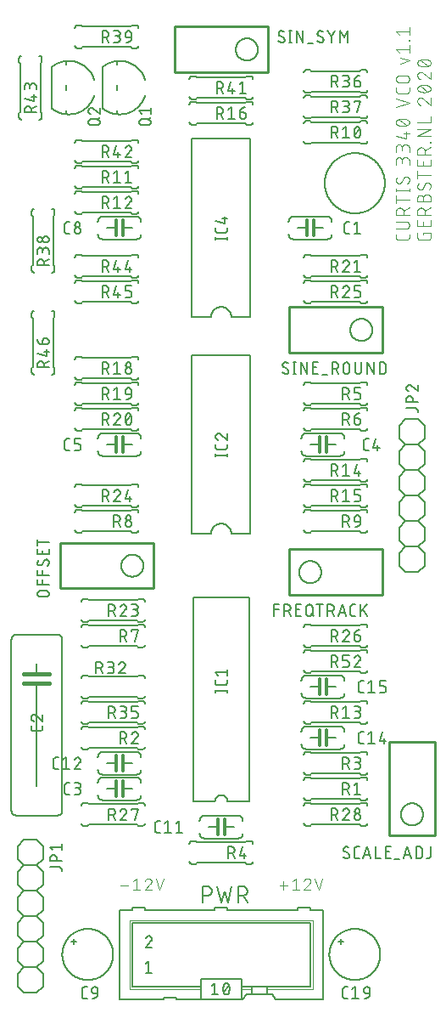
<source format=gto>
G04 EAGLE Gerber RS-274X export*
G75*
%MOMM*%
%FSLAX34Y34*%
%LPD*%
%INSilkscreen Top*%
%IPPOS*%
%AMOC8*
5,1,8,0,0,1.08239X$1,22.5*%
G01*
%ADD10C,0.101600*%
%ADD11C,0.152400*%
%ADD12C,0.304800*%
%ADD13C,0.127000*%
%ADD14C,0.406400*%
%ADD15C,0.254000*%
%ADD16C,0.050800*%
%ADD17C,0.177800*%


D10*
X403606Y768378D02*
X403606Y765443D01*
X403604Y765336D01*
X403598Y765229D01*
X403588Y765122D01*
X403575Y765016D01*
X403557Y764910D01*
X403536Y764805D01*
X403511Y764701D01*
X403482Y764597D01*
X403449Y764495D01*
X403412Y764395D01*
X403372Y764295D01*
X403328Y764197D01*
X403281Y764101D01*
X403230Y764007D01*
X403176Y763914D01*
X403119Y763824D01*
X403058Y763735D01*
X402994Y763649D01*
X402927Y763566D01*
X402857Y763484D01*
X402784Y763406D01*
X402708Y763330D01*
X402630Y763257D01*
X402548Y763187D01*
X402465Y763120D01*
X402379Y763056D01*
X402290Y762995D01*
X402200Y762938D01*
X402107Y762884D01*
X402013Y762833D01*
X401917Y762786D01*
X401819Y762742D01*
X401719Y762702D01*
X401619Y762665D01*
X401517Y762632D01*
X401413Y762603D01*
X401309Y762578D01*
X401204Y762557D01*
X401098Y762539D01*
X400992Y762526D01*
X400885Y762516D01*
X400778Y762510D01*
X400671Y762508D01*
X393333Y762508D01*
X393226Y762510D01*
X393119Y762516D01*
X393012Y762526D01*
X392906Y762539D01*
X392800Y762557D01*
X392695Y762578D01*
X392591Y762603D01*
X392487Y762632D01*
X392385Y762665D01*
X392285Y762702D01*
X392185Y762742D01*
X392087Y762786D01*
X391991Y762833D01*
X391897Y762884D01*
X391804Y762938D01*
X391714Y762995D01*
X391625Y763056D01*
X391539Y763120D01*
X391456Y763187D01*
X391374Y763257D01*
X391296Y763330D01*
X391220Y763406D01*
X391147Y763484D01*
X391077Y763566D01*
X391010Y763649D01*
X390946Y763735D01*
X390885Y763824D01*
X390828Y763914D01*
X390774Y764007D01*
X390723Y764101D01*
X390676Y764197D01*
X390632Y764295D01*
X390592Y764395D01*
X390555Y764495D01*
X390522Y764597D01*
X390493Y764701D01*
X390468Y764805D01*
X390447Y764910D01*
X390429Y765016D01*
X390416Y765122D01*
X390406Y765229D01*
X390400Y765336D01*
X390398Y765443D01*
X390398Y768378D01*
X390398Y773638D02*
X399937Y773638D01*
X400057Y773640D01*
X400177Y773646D01*
X400297Y773656D01*
X400416Y773669D01*
X400535Y773687D01*
X400653Y773708D01*
X400770Y773734D01*
X400887Y773763D01*
X401002Y773796D01*
X401116Y773833D01*
X401229Y773873D01*
X401341Y773917D01*
X401451Y773965D01*
X401560Y774016D01*
X401667Y774071D01*
X401772Y774130D01*
X401874Y774191D01*
X401975Y774256D01*
X402074Y774325D01*
X402171Y774396D01*
X402265Y774471D01*
X402356Y774548D01*
X402445Y774629D01*
X402531Y774713D01*
X402615Y774799D01*
X402696Y774888D01*
X402773Y774979D01*
X402848Y775073D01*
X402919Y775170D01*
X402988Y775269D01*
X403053Y775370D01*
X403114Y775473D01*
X403173Y775577D01*
X403228Y775684D01*
X403279Y775793D01*
X403327Y775903D01*
X403371Y776015D01*
X403411Y776128D01*
X403448Y776242D01*
X403481Y776357D01*
X403510Y776474D01*
X403536Y776591D01*
X403557Y776709D01*
X403575Y776828D01*
X403588Y776947D01*
X403598Y777067D01*
X403604Y777187D01*
X403606Y777307D01*
X403604Y777427D01*
X403598Y777547D01*
X403588Y777667D01*
X403575Y777786D01*
X403557Y777905D01*
X403536Y778023D01*
X403510Y778140D01*
X403481Y778257D01*
X403448Y778372D01*
X403411Y778486D01*
X403371Y778599D01*
X403327Y778711D01*
X403279Y778821D01*
X403228Y778930D01*
X403173Y779037D01*
X403114Y779142D01*
X403053Y779244D01*
X402988Y779345D01*
X402919Y779444D01*
X402848Y779541D01*
X402773Y779635D01*
X402696Y779726D01*
X402615Y779815D01*
X402531Y779901D01*
X402445Y779985D01*
X402356Y780066D01*
X402265Y780143D01*
X402171Y780218D01*
X402074Y780289D01*
X401975Y780358D01*
X401874Y780423D01*
X401771Y780484D01*
X401667Y780543D01*
X401560Y780598D01*
X401451Y780649D01*
X401341Y780697D01*
X401229Y780741D01*
X401116Y780781D01*
X401002Y780818D01*
X400887Y780851D01*
X400770Y780880D01*
X400653Y780906D01*
X400535Y780927D01*
X400416Y780945D01*
X400297Y780958D01*
X400177Y780968D01*
X400057Y780974D01*
X399937Y780976D01*
X390398Y780976D01*
X390398Y787371D02*
X403606Y787371D01*
X390398Y787371D02*
X390398Y791040D01*
X390400Y791160D01*
X390406Y791280D01*
X390416Y791400D01*
X390429Y791519D01*
X390447Y791638D01*
X390468Y791756D01*
X390494Y791873D01*
X390523Y791990D01*
X390556Y792105D01*
X390593Y792219D01*
X390633Y792332D01*
X390677Y792444D01*
X390725Y792554D01*
X390776Y792663D01*
X390831Y792770D01*
X390890Y792875D01*
X390951Y792977D01*
X391016Y793078D01*
X391085Y793177D01*
X391156Y793274D01*
X391231Y793368D01*
X391308Y793459D01*
X391389Y793548D01*
X391473Y793634D01*
X391559Y793718D01*
X391648Y793799D01*
X391739Y793876D01*
X391833Y793951D01*
X391930Y794022D01*
X392029Y794091D01*
X392130Y794156D01*
X392233Y794217D01*
X392337Y794276D01*
X392444Y794331D01*
X392553Y794382D01*
X392663Y794430D01*
X392775Y794474D01*
X392888Y794514D01*
X393002Y794551D01*
X393117Y794584D01*
X393234Y794613D01*
X393351Y794639D01*
X393469Y794660D01*
X393588Y794678D01*
X393707Y794691D01*
X393827Y794701D01*
X393947Y794707D01*
X394067Y794709D01*
X394187Y794707D01*
X394307Y794701D01*
X394427Y794691D01*
X394546Y794678D01*
X394665Y794660D01*
X394783Y794639D01*
X394900Y794613D01*
X395017Y794584D01*
X395132Y794551D01*
X395246Y794514D01*
X395359Y794474D01*
X395471Y794430D01*
X395581Y794382D01*
X395690Y794331D01*
X395797Y794276D01*
X395902Y794217D01*
X396004Y794156D01*
X396105Y794091D01*
X396204Y794022D01*
X396301Y793951D01*
X396395Y793876D01*
X396486Y793799D01*
X396575Y793718D01*
X396661Y793634D01*
X396745Y793548D01*
X396826Y793459D01*
X396903Y793368D01*
X396978Y793274D01*
X397049Y793177D01*
X397118Y793078D01*
X397183Y792977D01*
X397244Y792875D01*
X397303Y792770D01*
X397358Y792663D01*
X397409Y792554D01*
X397457Y792444D01*
X397501Y792332D01*
X397541Y792219D01*
X397578Y792105D01*
X397611Y791990D01*
X397640Y791873D01*
X397666Y791756D01*
X397687Y791638D01*
X397705Y791519D01*
X397718Y791400D01*
X397728Y791280D01*
X397734Y791160D01*
X397736Y791040D01*
X397736Y787371D01*
X397736Y791774D02*
X403606Y794709D01*
X403606Y802910D02*
X390398Y802910D01*
X390398Y799241D02*
X390398Y806579D01*
X390398Y812298D02*
X403606Y812298D01*
X403606Y813765D02*
X403606Y810830D01*
X390398Y810830D02*
X390398Y813765D01*
X400671Y825781D02*
X400778Y825779D01*
X400885Y825773D01*
X400992Y825763D01*
X401098Y825750D01*
X401204Y825732D01*
X401309Y825711D01*
X401413Y825686D01*
X401517Y825657D01*
X401619Y825624D01*
X401719Y825587D01*
X401819Y825547D01*
X401917Y825503D01*
X402013Y825456D01*
X402107Y825405D01*
X402200Y825351D01*
X402290Y825294D01*
X402379Y825233D01*
X402465Y825169D01*
X402548Y825102D01*
X402630Y825032D01*
X402708Y824959D01*
X402784Y824883D01*
X402857Y824805D01*
X402927Y824723D01*
X402994Y824640D01*
X403058Y824554D01*
X403119Y824465D01*
X403176Y824375D01*
X403230Y824282D01*
X403281Y824188D01*
X403328Y824092D01*
X403372Y823994D01*
X403412Y823894D01*
X403449Y823794D01*
X403482Y823692D01*
X403511Y823588D01*
X403536Y823484D01*
X403557Y823379D01*
X403575Y823273D01*
X403588Y823167D01*
X403598Y823060D01*
X403604Y822953D01*
X403606Y822846D01*
X403604Y822693D01*
X403598Y822540D01*
X403589Y822387D01*
X403576Y822235D01*
X403559Y822083D01*
X403538Y821931D01*
X403514Y821780D01*
X403486Y821630D01*
X403454Y821480D01*
X403418Y821332D01*
X403379Y821184D01*
X403336Y821037D01*
X403290Y820891D01*
X403240Y820747D01*
X403186Y820603D01*
X403129Y820461D01*
X403069Y820321D01*
X403004Y820182D01*
X402937Y820045D01*
X402866Y819909D01*
X402792Y819775D01*
X402715Y819643D01*
X402634Y819513D01*
X402550Y819385D01*
X402463Y819259D01*
X402373Y819136D01*
X402280Y819014D01*
X402184Y818895D01*
X402085Y818779D01*
X401984Y818664D01*
X401879Y818553D01*
X401772Y818444D01*
X393333Y818810D02*
X393226Y818812D01*
X393119Y818818D01*
X393012Y818828D01*
X392906Y818841D01*
X392800Y818859D01*
X392695Y818880D01*
X392591Y818905D01*
X392487Y818934D01*
X392385Y818967D01*
X392285Y819004D01*
X392185Y819044D01*
X392087Y819088D01*
X391991Y819135D01*
X391897Y819186D01*
X391804Y819240D01*
X391714Y819297D01*
X391625Y819358D01*
X391539Y819422D01*
X391456Y819489D01*
X391374Y819559D01*
X391296Y819632D01*
X391220Y819708D01*
X391147Y819786D01*
X391077Y819868D01*
X391010Y819951D01*
X390946Y820037D01*
X390885Y820126D01*
X390828Y820216D01*
X390774Y820309D01*
X390723Y820403D01*
X390676Y820499D01*
X390632Y820597D01*
X390592Y820697D01*
X390555Y820797D01*
X390522Y820899D01*
X390493Y821003D01*
X390468Y821107D01*
X390447Y821212D01*
X390429Y821318D01*
X390416Y821424D01*
X390406Y821531D01*
X390400Y821638D01*
X390398Y821745D01*
X390400Y821893D01*
X390406Y822040D01*
X390416Y822187D01*
X390430Y822334D01*
X390447Y822481D01*
X390469Y822626D01*
X390495Y822772D01*
X390524Y822916D01*
X390557Y823060D01*
X390595Y823203D01*
X390636Y823345D01*
X390680Y823485D01*
X390729Y823625D01*
X390781Y823763D01*
X390837Y823899D01*
X390897Y824034D01*
X390960Y824167D01*
X391027Y824299D01*
X391097Y824429D01*
X391170Y824557D01*
X391248Y824682D01*
X391328Y824806D01*
X391412Y824928D01*
X391499Y825047D01*
X395901Y820278D02*
X395845Y820187D01*
X395786Y820098D01*
X395724Y820011D01*
X395659Y819927D01*
X395591Y819844D01*
X395520Y819765D01*
X395446Y819688D01*
X395369Y819614D01*
X395290Y819542D01*
X395208Y819474D01*
X395124Y819408D01*
X395037Y819345D01*
X394949Y819286D01*
X394858Y819230D01*
X394765Y819177D01*
X394671Y819127D01*
X394575Y819081D01*
X394477Y819038D01*
X394378Y818999D01*
X394277Y818963D01*
X394175Y818931D01*
X394072Y818903D01*
X393968Y818879D01*
X393864Y818858D01*
X393758Y818841D01*
X393653Y818827D01*
X393546Y818818D01*
X393440Y818812D01*
X393333Y818810D01*
X398103Y824313D02*
X398159Y824404D01*
X398218Y824493D01*
X398280Y824580D01*
X398345Y824665D01*
X398413Y824747D01*
X398484Y824826D01*
X398558Y824903D01*
X398635Y824977D01*
X398714Y825049D01*
X398796Y825117D01*
X398880Y825183D01*
X398967Y825246D01*
X399055Y825305D01*
X399146Y825361D01*
X399239Y825414D01*
X399333Y825464D01*
X399429Y825510D01*
X399527Y825553D01*
X399626Y825592D01*
X399727Y825628D01*
X399829Y825660D01*
X399932Y825688D01*
X400036Y825712D01*
X400140Y825733D01*
X400246Y825750D01*
X400351Y825764D01*
X400458Y825773D01*
X400564Y825779D01*
X400671Y825781D01*
X398103Y824314D02*
X395901Y820278D01*
X403606Y837646D02*
X403606Y841315D01*
X403604Y841435D01*
X403598Y841555D01*
X403588Y841675D01*
X403575Y841794D01*
X403557Y841913D01*
X403536Y842031D01*
X403510Y842148D01*
X403481Y842265D01*
X403448Y842380D01*
X403411Y842494D01*
X403371Y842607D01*
X403327Y842719D01*
X403279Y842829D01*
X403228Y842938D01*
X403173Y843045D01*
X403114Y843150D01*
X403053Y843252D01*
X402988Y843353D01*
X402919Y843452D01*
X402848Y843549D01*
X402773Y843643D01*
X402696Y843734D01*
X402615Y843823D01*
X402531Y843909D01*
X402445Y843993D01*
X402356Y844074D01*
X402265Y844151D01*
X402171Y844226D01*
X402074Y844297D01*
X401975Y844366D01*
X401874Y844431D01*
X401772Y844492D01*
X401667Y844551D01*
X401560Y844606D01*
X401451Y844657D01*
X401341Y844705D01*
X401229Y844749D01*
X401116Y844789D01*
X401002Y844826D01*
X400887Y844859D01*
X400770Y844888D01*
X400653Y844914D01*
X400535Y844935D01*
X400416Y844953D01*
X400297Y844966D01*
X400177Y844976D01*
X400057Y844982D01*
X399937Y844984D01*
X399817Y844982D01*
X399697Y844976D01*
X399577Y844966D01*
X399458Y844953D01*
X399339Y844935D01*
X399221Y844914D01*
X399104Y844888D01*
X398987Y844859D01*
X398872Y844826D01*
X398758Y844789D01*
X398645Y844749D01*
X398533Y844705D01*
X398423Y844657D01*
X398314Y844606D01*
X398207Y844551D01*
X398103Y844492D01*
X398000Y844431D01*
X397899Y844366D01*
X397800Y844297D01*
X397703Y844226D01*
X397609Y844151D01*
X397518Y844074D01*
X397429Y843993D01*
X397343Y843909D01*
X397259Y843823D01*
X397178Y843734D01*
X397101Y843643D01*
X397026Y843549D01*
X396955Y843452D01*
X396886Y843353D01*
X396821Y843252D01*
X396760Y843150D01*
X396701Y843045D01*
X396646Y842938D01*
X396595Y842829D01*
X396547Y842719D01*
X396503Y842607D01*
X396463Y842494D01*
X396426Y842380D01*
X396393Y842265D01*
X396364Y842148D01*
X396338Y842031D01*
X396317Y841913D01*
X396299Y841794D01*
X396286Y841675D01*
X396276Y841555D01*
X396270Y841435D01*
X396268Y841315D01*
X390398Y842048D02*
X390398Y837646D01*
X390398Y842048D02*
X390400Y842155D01*
X390406Y842262D01*
X390416Y842369D01*
X390429Y842475D01*
X390447Y842581D01*
X390468Y842686D01*
X390493Y842790D01*
X390522Y842894D01*
X390555Y842996D01*
X390592Y843096D01*
X390632Y843196D01*
X390676Y843294D01*
X390723Y843390D01*
X390774Y843484D01*
X390828Y843577D01*
X390885Y843667D01*
X390946Y843756D01*
X391010Y843842D01*
X391077Y843925D01*
X391147Y844007D01*
X391220Y844085D01*
X391296Y844161D01*
X391374Y844234D01*
X391456Y844304D01*
X391539Y844371D01*
X391625Y844435D01*
X391714Y844496D01*
X391804Y844553D01*
X391897Y844607D01*
X391991Y844658D01*
X392087Y844705D01*
X392185Y844749D01*
X392285Y844789D01*
X392385Y844826D01*
X392487Y844859D01*
X392591Y844888D01*
X392695Y844913D01*
X392800Y844934D01*
X392906Y844952D01*
X393012Y844965D01*
X393119Y844975D01*
X393226Y844981D01*
X393333Y844983D01*
X393440Y844981D01*
X393547Y844975D01*
X393654Y844965D01*
X393760Y844952D01*
X393866Y844934D01*
X393971Y844913D01*
X394075Y844888D01*
X394179Y844859D01*
X394281Y844826D01*
X394381Y844789D01*
X394481Y844749D01*
X394579Y844705D01*
X394675Y844658D01*
X394769Y844607D01*
X394862Y844553D01*
X394952Y844496D01*
X395041Y844435D01*
X395127Y844371D01*
X395210Y844304D01*
X395292Y844234D01*
X395370Y844161D01*
X395446Y844085D01*
X395519Y844007D01*
X395589Y843925D01*
X395656Y843842D01*
X395720Y843756D01*
X395781Y843667D01*
X395838Y843577D01*
X395892Y843484D01*
X395943Y843390D01*
X395990Y843294D01*
X396034Y843196D01*
X396074Y843096D01*
X396111Y842996D01*
X396144Y842894D01*
X396173Y842790D01*
X396198Y842686D01*
X396219Y842581D01*
X396237Y842475D01*
X396250Y842369D01*
X396260Y842262D01*
X396266Y842155D01*
X396268Y842048D01*
X396268Y839113D01*
X403606Y850447D02*
X403606Y854116D01*
X403604Y854236D01*
X403598Y854356D01*
X403588Y854476D01*
X403575Y854595D01*
X403557Y854714D01*
X403536Y854832D01*
X403510Y854949D01*
X403481Y855066D01*
X403448Y855181D01*
X403411Y855295D01*
X403371Y855408D01*
X403327Y855520D01*
X403279Y855630D01*
X403228Y855739D01*
X403173Y855846D01*
X403114Y855951D01*
X403053Y856053D01*
X402988Y856154D01*
X402919Y856253D01*
X402848Y856350D01*
X402773Y856444D01*
X402696Y856535D01*
X402615Y856624D01*
X402531Y856710D01*
X402445Y856794D01*
X402356Y856875D01*
X402265Y856952D01*
X402171Y857027D01*
X402074Y857098D01*
X401975Y857167D01*
X401874Y857232D01*
X401772Y857293D01*
X401667Y857352D01*
X401560Y857407D01*
X401451Y857458D01*
X401341Y857506D01*
X401229Y857550D01*
X401116Y857590D01*
X401002Y857627D01*
X400887Y857660D01*
X400770Y857689D01*
X400653Y857715D01*
X400535Y857736D01*
X400416Y857754D01*
X400297Y857767D01*
X400177Y857777D01*
X400057Y857783D01*
X399937Y857785D01*
X399817Y857783D01*
X399697Y857777D01*
X399577Y857767D01*
X399458Y857754D01*
X399339Y857736D01*
X399221Y857715D01*
X399104Y857689D01*
X398987Y857660D01*
X398872Y857627D01*
X398758Y857590D01*
X398645Y857550D01*
X398533Y857506D01*
X398423Y857458D01*
X398314Y857407D01*
X398207Y857352D01*
X398103Y857293D01*
X398000Y857232D01*
X397899Y857167D01*
X397800Y857098D01*
X397703Y857027D01*
X397609Y856952D01*
X397518Y856875D01*
X397429Y856794D01*
X397343Y856710D01*
X397259Y856624D01*
X397178Y856535D01*
X397101Y856444D01*
X397026Y856350D01*
X396955Y856253D01*
X396886Y856154D01*
X396821Y856053D01*
X396760Y855951D01*
X396701Y855846D01*
X396646Y855739D01*
X396595Y855630D01*
X396547Y855520D01*
X396503Y855408D01*
X396463Y855295D01*
X396426Y855181D01*
X396393Y855066D01*
X396364Y854949D01*
X396338Y854832D01*
X396317Y854714D01*
X396299Y854595D01*
X396286Y854476D01*
X396276Y854356D01*
X396270Y854236D01*
X396268Y854116D01*
X390398Y854850D02*
X390398Y850447D01*
X390398Y854850D02*
X390400Y854957D01*
X390406Y855064D01*
X390416Y855171D01*
X390429Y855277D01*
X390447Y855383D01*
X390468Y855488D01*
X390493Y855592D01*
X390522Y855696D01*
X390555Y855798D01*
X390592Y855898D01*
X390632Y855998D01*
X390676Y856096D01*
X390723Y856192D01*
X390774Y856286D01*
X390828Y856379D01*
X390885Y856469D01*
X390946Y856558D01*
X391010Y856644D01*
X391077Y856727D01*
X391147Y856809D01*
X391220Y856887D01*
X391296Y856963D01*
X391374Y857036D01*
X391456Y857106D01*
X391539Y857173D01*
X391625Y857237D01*
X391714Y857298D01*
X391804Y857355D01*
X391897Y857409D01*
X391991Y857460D01*
X392087Y857507D01*
X392185Y857551D01*
X392285Y857591D01*
X392385Y857628D01*
X392487Y857661D01*
X392591Y857690D01*
X392695Y857715D01*
X392800Y857736D01*
X392906Y857754D01*
X393012Y857767D01*
X393119Y857777D01*
X393226Y857783D01*
X393333Y857785D01*
X393440Y857783D01*
X393547Y857777D01*
X393654Y857767D01*
X393760Y857754D01*
X393866Y857736D01*
X393971Y857715D01*
X394075Y857690D01*
X394179Y857661D01*
X394281Y857628D01*
X394381Y857591D01*
X394481Y857551D01*
X394579Y857507D01*
X394675Y857460D01*
X394769Y857409D01*
X394862Y857355D01*
X394952Y857298D01*
X395041Y857237D01*
X395127Y857173D01*
X395210Y857106D01*
X395292Y857036D01*
X395370Y856963D01*
X395446Y856887D01*
X395519Y856809D01*
X395589Y856727D01*
X395656Y856644D01*
X395720Y856558D01*
X395781Y856469D01*
X395838Y856379D01*
X395892Y856286D01*
X395943Y856192D01*
X395990Y856096D01*
X396034Y855998D01*
X396074Y855898D01*
X396111Y855798D01*
X396144Y855696D01*
X396173Y855592D01*
X396198Y855488D01*
X396219Y855383D01*
X396237Y855277D01*
X396250Y855171D01*
X396260Y855064D01*
X396266Y854957D01*
X396268Y854850D01*
X396268Y851915D01*
X400671Y863249D02*
X390398Y866184D01*
X400671Y863249D02*
X400671Y870587D01*
X397736Y868385D02*
X403606Y868385D01*
X397002Y876051D02*
X396742Y876054D01*
X396483Y876063D01*
X396223Y876079D01*
X395964Y876101D01*
X395706Y876128D01*
X395448Y876162D01*
X395192Y876203D01*
X394936Y876249D01*
X394681Y876301D01*
X394428Y876360D01*
X394177Y876424D01*
X393926Y876495D01*
X393678Y876571D01*
X393432Y876653D01*
X393187Y876741D01*
X392945Y876835D01*
X392705Y876935D01*
X392468Y877041D01*
X392233Y877152D01*
X392232Y877151D02*
X392137Y877186D01*
X392042Y877224D01*
X391949Y877266D01*
X391858Y877312D01*
X391768Y877361D01*
X391680Y877413D01*
X391595Y877468D01*
X391511Y877527D01*
X391430Y877589D01*
X391351Y877653D01*
X391275Y877721D01*
X391201Y877792D01*
X391130Y877865D01*
X391062Y877941D01*
X390996Y878019D01*
X390934Y878100D01*
X390874Y878183D01*
X390818Y878268D01*
X390765Y878355D01*
X390716Y878444D01*
X390670Y878535D01*
X390627Y878628D01*
X390588Y878722D01*
X390552Y878818D01*
X390520Y878915D01*
X390491Y879013D01*
X390467Y879112D01*
X390446Y879212D01*
X390429Y879312D01*
X390415Y879413D01*
X390406Y879515D01*
X390400Y879617D01*
X390398Y879719D01*
X390400Y879821D01*
X390406Y879923D01*
X390415Y880025D01*
X390429Y880126D01*
X390446Y880226D01*
X390467Y880326D01*
X390491Y880425D01*
X390520Y880523D01*
X390552Y880620D01*
X390588Y880716D01*
X390627Y880810D01*
X390670Y880903D01*
X390716Y880994D01*
X390765Y881083D01*
X390818Y881170D01*
X390874Y881255D01*
X390934Y881338D01*
X390996Y881419D01*
X391062Y881497D01*
X391130Y881573D01*
X391201Y881647D01*
X391275Y881717D01*
X391351Y881785D01*
X391430Y881849D01*
X391511Y881911D01*
X391595Y881970D01*
X391680Y882025D01*
X391768Y882078D01*
X391858Y882126D01*
X391949Y882172D01*
X392042Y882214D01*
X392137Y882252D01*
X392233Y882287D01*
X392468Y882398D01*
X392705Y882504D01*
X392945Y882604D01*
X393187Y882698D01*
X393432Y882786D01*
X393678Y882868D01*
X393926Y882944D01*
X394177Y883015D01*
X394428Y883079D01*
X394681Y883138D01*
X394936Y883190D01*
X395192Y883236D01*
X395448Y883277D01*
X395706Y883311D01*
X395964Y883338D01*
X396223Y883360D01*
X396483Y883376D01*
X396742Y883385D01*
X397002Y883388D01*
X397002Y876051D02*
X397262Y876054D01*
X397521Y876063D01*
X397781Y876079D01*
X398040Y876101D01*
X398298Y876128D01*
X398556Y876162D01*
X398812Y876203D01*
X399068Y876249D01*
X399323Y876301D01*
X399576Y876360D01*
X399827Y876424D01*
X400078Y876495D01*
X400326Y876571D01*
X400572Y876653D01*
X400817Y876741D01*
X401059Y876835D01*
X401299Y876935D01*
X401536Y877041D01*
X401771Y877152D01*
X401772Y877151D02*
X401867Y877186D01*
X401962Y877224D01*
X402055Y877266D01*
X402146Y877312D01*
X402236Y877361D01*
X402324Y877413D01*
X402409Y877468D01*
X402493Y877527D01*
X402574Y877589D01*
X402653Y877653D01*
X402729Y877721D01*
X402803Y877792D01*
X402874Y877865D01*
X402942Y877941D01*
X403008Y878019D01*
X403070Y878100D01*
X403130Y878183D01*
X403186Y878268D01*
X403239Y878355D01*
X403288Y878444D01*
X403334Y878535D01*
X403377Y878628D01*
X403416Y878722D01*
X403452Y878818D01*
X403484Y878915D01*
X403513Y879013D01*
X403537Y879112D01*
X403558Y879212D01*
X403575Y879312D01*
X403589Y879413D01*
X403598Y879515D01*
X403604Y879617D01*
X403606Y879719D01*
X401772Y882288D02*
X401537Y882399D01*
X401299Y882505D01*
X401059Y882605D01*
X400817Y882699D01*
X400573Y882787D01*
X400326Y882869D01*
X400078Y882945D01*
X399828Y883016D01*
X399576Y883080D01*
X399323Y883139D01*
X399068Y883191D01*
X398813Y883237D01*
X398556Y883278D01*
X398298Y883312D01*
X398040Y883339D01*
X397781Y883361D01*
X397522Y883377D01*
X397262Y883386D01*
X397002Y883389D01*
X401772Y882287D02*
X401867Y882252D01*
X401962Y882214D01*
X402055Y882172D01*
X402146Y882126D01*
X402236Y882077D01*
X402324Y882025D01*
X402409Y881970D01*
X402493Y881911D01*
X402574Y881849D01*
X402653Y881785D01*
X402729Y881717D01*
X402803Y881646D01*
X402874Y881573D01*
X402942Y881497D01*
X403008Y881419D01*
X403070Y881338D01*
X403130Y881255D01*
X403186Y881170D01*
X403239Y881083D01*
X403288Y880994D01*
X403334Y880903D01*
X403377Y880810D01*
X403416Y880716D01*
X403452Y880620D01*
X403484Y880523D01*
X403513Y880425D01*
X403537Y880326D01*
X403558Y880226D01*
X403575Y880126D01*
X403589Y880025D01*
X403598Y879923D01*
X403604Y879821D01*
X403606Y879719D01*
X400671Y876784D02*
X393333Y882654D01*
X390398Y894946D02*
X403606Y899348D01*
X390398Y903751D01*
X403606Y911381D02*
X403606Y914316D01*
X403606Y911381D02*
X403604Y911274D01*
X403598Y911167D01*
X403588Y911060D01*
X403575Y910954D01*
X403557Y910848D01*
X403536Y910743D01*
X403511Y910639D01*
X403482Y910535D01*
X403449Y910433D01*
X403412Y910333D01*
X403372Y910233D01*
X403328Y910135D01*
X403281Y910039D01*
X403230Y909945D01*
X403176Y909852D01*
X403119Y909762D01*
X403058Y909673D01*
X402994Y909587D01*
X402927Y909504D01*
X402857Y909422D01*
X402784Y909344D01*
X402708Y909268D01*
X402630Y909195D01*
X402548Y909125D01*
X402465Y909058D01*
X402379Y908994D01*
X402290Y908933D01*
X402200Y908876D01*
X402107Y908822D01*
X402013Y908771D01*
X401917Y908724D01*
X401819Y908680D01*
X401719Y908640D01*
X401619Y908603D01*
X401517Y908570D01*
X401413Y908541D01*
X401309Y908516D01*
X401204Y908495D01*
X401098Y908477D01*
X400992Y908464D01*
X400885Y908454D01*
X400778Y908448D01*
X400671Y908446D01*
X393333Y908446D01*
X393226Y908448D01*
X393119Y908454D01*
X393012Y908464D01*
X392906Y908477D01*
X392800Y908495D01*
X392695Y908516D01*
X392591Y908541D01*
X392487Y908570D01*
X392385Y908603D01*
X392285Y908640D01*
X392185Y908680D01*
X392087Y908724D01*
X391991Y908771D01*
X391897Y908822D01*
X391804Y908876D01*
X391714Y908933D01*
X391625Y908994D01*
X391539Y909058D01*
X391456Y909125D01*
X391374Y909195D01*
X391296Y909268D01*
X391220Y909344D01*
X391147Y909422D01*
X391077Y909504D01*
X391010Y909587D01*
X390946Y909673D01*
X390885Y909762D01*
X390828Y909852D01*
X390774Y909945D01*
X390723Y910039D01*
X390676Y910135D01*
X390632Y910233D01*
X390592Y910333D01*
X390555Y910433D01*
X390522Y910535D01*
X390493Y910639D01*
X390468Y910743D01*
X390447Y910848D01*
X390429Y910954D01*
X390416Y911060D01*
X390406Y911167D01*
X390400Y911274D01*
X390398Y911381D01*
X390398Y914316D01*
X394067Y919149D02*
X399937Y919149D01*
X394067Y919149D02*
X393947Y919151D01*
X393827Y919157D01*
X393707Y919167D01*
X393588Y919180D01*
X393469Y919198D01*
X393351Y919219D01*
X393234Y919245D01*
X393117Y919274D01*
X393002Y919307D01*
X392888Y919344D01*
X392775Y919384D01*
X392663Y919428D01*
X392553Y919476D01*
X392444Y919527D01*
X392337Y919582D01*
X392233Y919641D01*
X392130Y919702D01*
X392029Y919767D01*
X391930Y919836D01*
X391833Y919907D01*
X391739Y919982D01*
X391648Y920059D01*
X391559Y920140D01*
X391473Y920224D01*
X391389Y920310D01*
X391308Y920399D01*
X391231Y920490D01*
X391156Y920584D01*
X391085Y920681D01*
X391016Y920780D01*
X390951Y920881D01*
X390890Y920984D01*
X390831Y921088D01*
X390776Y921195D01*
X390725Y921304D01*
X390677Y921414D01*
X390633Y921526D01*
X390593Y921639D01*
X390556Y921753D01*
X390523Y921868D01*
X390494Y921985D01*
X390468Y922102D01*
X390447Y922220D01*
X390429Y922339D01*
X390416Y922458D01*
X390406Y922578D01*
X390400Y922698D01*
X390398Y922818D01*
X390400Y922938D01*
X390406Y923058D01*
X390416Y923178D01*
X390429Y923297D01*
X390447Y923416D01*
X390468Y923534D01*
X390494Y923651D01*
X390523Y923768D01*
X390556Y923883D01*
X390593Y923997D01*
X390633Y924110D01*
X390677Y924222D01*
X390725Y924332D01*
X390776Y924441D01*
X390831Y924548D01*
X390890Y924653D01*
X390951Y924755D01*
X391016Y924856D01*
X391085Y924955D01*
X391156Y925052D01*
X391231Y925146D01*
X391308Y925237D01*
X391389Y925326D01*
X391473Y925412D01*
X391559Y925496D01*
X391648Y925577D01*
X391739Y925654D01*
X391833Y925729D01*
X391930Y925800D01*
X392029Y925869D01*
X392130Y925934D01*
X392233Y925995D01*
X392337Y926054D01*
X392444Y926109D01*
X392553Y926160D01*
X392663Y926208D01*
X392775Y926252D01*
X392888Y926292D01*
X393002Y926329D01*
X393117Y926362D01*
X393234Y926391D01*
X393351Y926417D01*
X393469Y926438D01*
X393588Y926456D01*
X393707Y926469D01*
X393827Y926479D01*
X393947Y926485D01*
X394067Y926487D01*
X399937Y926487D01*
X400057Y926485D01*
X400177Y926479D01*
X400297Y926469D01*
X400416Y926456D01*
X400535Y926438D01*
X400653Y926417D01*
X400770Y926391D01*
X400887Y926362D01*
X401002Y926329D01*
X401116Y926292D01*
X401229Y926252D01*
X401341Y926208D01*
X401451Y926160D01*
X401560Y926109D01*
X401667Y926054D01*
X401771Y925995D01*
X401874Y925934D01*
X401975Y925869D01*
X402074Y925800D01*
X402171Y925729D01*
X402265Y925654D01*
X402356Y925577D01*
X402445Y925496D01*
X402531Y925412D01*
X402615Y925326D01*
X402696Y925237D01*
X402773Y925146D01*
X402848Y925052D01*
X402919Y924955D01*
X402988Y924856D01*
X403053Y924755D01*
X403114Y924653D01*
X403173Y924548D01*
X403228Y924441D01*
X403279Y924332D01*
X403327Y924222D01*
X403371Y924110D01*
X403411Y923997D01*
X403448Y923883D01*
X403481Y923768D01*
X403510Y923651D01*
X403536Y923534D01*
X403557Y923416D01*
X403575Y923297D01*
X403588Y923178D01*
X403598Y923058D01*
X403604Y922938D01*
X403606Y922818D01*
X403604Y922698D01*
X403598Y922578D01*
X403588Y922458D01*
X403575Y922339D01*
X403557Y922220D01*
X403536Y922102D01*
X403510Y921985D01*
X403481Y921868D01*
X403448Y921753D01*
X403411Y921639D01*
X403371Y921526D01*
X403327Y921414D01*
X403279Y921304D01*
X403228Y921195D01*
X403173Y921088D01*
X403114Y920984D01*
X403053Y920881D01*
X402988Y920780D01*
X402919Y920681D01*
X402848Y920584D01*
X402773Y920490D01*
X402696Y920399D01*
X402615Y920310D01*
X402531Y920224D01*
X402445Y920140D01*
X402356Y920059D01*
X402265Y919982D01*
X402171Y919907D01*
X402074Y919836D01*
X401975Y919767D01*
X401874Y919702D01*
X401772Y919641D01*
X401667Y919582D01*
X401560Y919527D01*
X401451Y919476D01*
X401341Y919428D01*
X401229Y919384D01*
X401116Y919344D01*
X401002Y919307D01*
X400887Y919274D01*
X400770Y919245D01*
X400653Y919219D01*
X400535Y919198D01*
X400416Y919180D01*
X400297Y919167D01*
X400177Y919157D01*
X400057Y919151D01*
X399937Y919149D01*
X394801Y938232D02*
X403606Y941167D01*
X394801Y944102D01*
X393333Y949019D02*
X390398Y952688D01*
X403606Y952688D01*
X403606Y949019D02*
X403606Y956357D01*
X403606Y961283D02*
X402872Y961283D01*
X402872Y962016D01*
X403606Y962016D01*
X403606Y961283D01*
X393333Y966942D02*
X390398Y970611D01*
X403606Y970611D01*
X403606Y974279D02*
X403606Y966942D01*
X417604Y769846D02*
X417604Y767644D01*
X417604Y769846D02*
X424942Y769846D01*
X424942Y765443D01*
X424940Y765336D01*
X424934Y765229D01*
X424924Y765122D01*
X424911Y765016D01*
X424893Y764910D01*
X424872Y764805D01*
X424847Y764701D01*
X424818Y764597D01*
X424785Y764495D01*
X424748Y764395D01*
X424708Y764295D01*
X424664Y764197D01*
X424617Y764101D01*
X424566Y764007D01*
X424512Y763914D01*
X424455Y763824D01*
X424394Y763735D01*
X424330Y763649D01*
X424263Y763566D01*
X424193Y763484D01*
X424120Y763406D01*
X424044Y763330D01*
X423966Y763257D01*
X423884Y763187D01*
X423801Y763120D01*
X423715Y763056D01*
X423626Y762995D01*
X423536Y762938D01*
X423443Y762884D01*
X423349Y762833D01*
X423253Y762786D01*
X423155Y762742D01*
X423055Y762702D01*
X422955Y762665D01*
X422853Y762632D01*
X422749Y762603D01*
X422645Y762578D01*
X422540Y762557D01*
X422434Y762539D01*
X422328Y762526D01*
X422221Y762516D01*
X422114Y762510D01*
X422007Y762508D01*
X414669Y762508D01*
X414562Y762510D01*
X414455Y762516D01*
X414348Y762526D01*
X414242Y762539D01*
X414136Y762557D01*
X414031Y762578D01*
X413927Y762603D01*
X413823Y762632D01*
X413721Y762665D01*
X413621Y762702D01*
X413521Y762742D01*
X413423Y762786D01*
X413327Y762833D01*
X413233Y762884D01*
X413140Y762938D01*
X413050Y762995D01*
X412961Y763056D01*
X412875Y763120D01*
X412792Y763187D01*
X412710Y763257D01*
X412632Y763330D01*
X412556Y763406D01*
X412483Y763484D01*
X412413Y763566D01*
X412346Y763649D01*
X412282Y763735D01*
X412221Y763824D01*
X412164Y763914D01*
X412110Y764007D01*
X412059Y764101D01*
X412012Y764197D01*
X411968Y764295D01*
X411928Y764395D01*
X411891Y764495D01*
X411858Y764597D01*
X411829Y764701D01*
X411804Y764805D01*
X411783Y764910D01*
X411765Y765016D01*
X411752Y765122D01*
X411742Y765229D01*
X411736Y765336D01*
X411734Y765443D01*
X411734Y769846D01*
X424942Y776187D02*
X424942Y782057D01*
X424942Y776187D02*
X411734Y776187D01*
X411734Y782057D01*
X417604Y780590D02*
X417604Y776187D01*
X411734Y787336D02*
X424942Y787336D01*
X411734Y787336D02*
X411734Y791005D01*
X411736Y791125D01*
X411742Y791245D01*
X411752Y791365D01*
X411765Y791484D01*
X411783Y791603D01*
X411804Y791721D01*
X411830Y791838D01*
X411859Y791955D01*
X411892Y792070D01*
X411929Y792184D01*
X411969Y792297D01*
X412013Y792409D01*
X412061Y792519D01*
X412112Y792628D01*
X412167Y792735D01*
X412226Y792840D01*
X412287Y792942D01*
X412352Y793043D01*
X412421Y793142D01*
X412492Y793239D01*
X412567Y793333D01*
X412644Y793424D01*
X412725Y793513D01*
X412809Y793599D01*
X412895Y793683D01*
X412984Y793764D01*
X413075Y793841D01*
X413169Y793916D01*
X413266Y793987D01*
X413365Y794056D01*
X413466Y794121D01*
X413569Y794182D01*
X413673Y794241D01*
X413780Y794296D01*
X413889Y794347D01*
X413999Y794395D01*
X414111Y794439D01*
X414224Y794479D01*
X414338Y794516D01*
X414453Y794549D01*
X414570Y794578D01*
X414687Y794604D01*
X414805Y794625D01*
X414924Y794643D01*
X415043Y794656D01*
X415163Y794666D01*
X415283Y794672D01*
X415403Y794674D01*
X415523Y794672D01*
X415643Y794666D01*
X415763Y794656D01*
X415882Y794643D01*
X416001Y794625D01*
X416119Y794604D01*
X416236Y794578D01*
X416353Y794549D01*
X416468Y794516D01*
X416582Y794479D01*
X416695Y794439D01*
X416807Y794395D01*
X416917Y794347D01*
X417026Y794296D01*
X417133Y794241D01*
X417238Y794182D01*
X417340Y794121D01*
X417441Y794056D01*
X417540Y793987D01*
X417637Y793916D01*
X417731Y793841D01*
X417822Y793764D01*
X417911Y793683D01*
X417997Y793599D01*
X418081Y793513D01*
X418162Y793424D01*
X418239Y793333D01*
X418314Y793239D01*
X418385Y793142D01*
X418454Y793043D01*
X418519Y792942D01*
X418580Y792840D01*
X418639Y792735D01*
X418694Y792628D01*
X418745Y792519D01*
X418793Y792409D01*
X418837Y792297D01*
X418877Y792184D01*
X418914Y792070D01*
X418947Y791955D01*
X418976Y791838D01*
X419002Y791721D01*
X419023Y791603D01*
X419041Y791484D01*
X419054Y791365D01*
X419064Y791245D01*
X419070Y791125D01*
X419072Y791005D01*
X419072Y787336D01*
X419072Y791738D02*
X424942Y794674D01*
X417604Y800666D02*
X417604Y804334D01*
X417606Y804454D01*
X417612Y804574D01*
X417622Y804694D01*
X417635Y804813D01*
X417653Y804932D01*
X417674Y805050D01*
X417700Y805167D01*
X417729Y805284D01*
X417762Y805399D01*
X417799Y805513D01*
X417839Y805626D01*
X417883Y805738D01*
X417931Y805848D01*
X417982Y805957D01*
X418037Y806064D01*
X418096Y806169D01*
X418157Y806271D01*
X418222Y806372D01*
X418291Y806471D01*
X418362Y806568D01*
X418437Y806662D01*
X418514Y806753D01*
X418595Y806842D01*
X418679Y806928D01*
X418765Y807012D01*
X418854Y807093D01*
X418945Y807170D01*
X419039Y807245D01*
X419136Y807316D01*
X419235Y807385D01*
X419336Y807450D01*
X419439Y807511D01*
X419543Y807570D01*
X419650Y807625D01*
X419759Y807676D01*
X419869Y807724D01*
X419981Y807768D01*
X420094Y807808D01*
X420208Y807845D01*
X420323Y807878D01*
X420440Y807907D01*
X420557Y807933D01*
X420675Y807954D01*
X420794Y807972D01*
X420913Y807985D01*
X421033Y807995D01*
X421153Y808001D01*
X421273Y808003D01*
X421393Y808001D01*
X421513Y807995D01*
X421633Y807985D01*
X421752Y807972D01*
X421871Y807954D01*
X421989Y807933D01*
X422106Y807907D01*
X422223Y807878D01*
X422338Y807845D01*
X422452Y807808D01*
X422565Y807768D01*
X422677Y807724D01*
X422787Y807676D01*
X422896Y807625D01*
X423003Y807570D01*
X423108Y807511D01*
X423210Y807450D01*
X423311Y807385D01*
X423410Y807316D01*
X423507Y807245D01*
X423601Y807170D01*
X423692Y807093D01*
X423781Y807012D01*
X423867Y806928D01*
X423951Y806842D01*
X424032Y806753D01*
X424109Y806662D01*
X424184Y806568D01*
X424255Y806471D01*
X424324Y806372D01*
X424389Y806271D01*
X424450Y806169D01*
X424509Y806064D01*
X424564Y805957D01*
X424615Y805848D01*
X424663Y805738D01*
X424707Y805626D01*
X424747Y805513D01*
X424784Y805399D01*
X424817Y805284D01*
X424846Y805167D01*
X424872Y805050D01*
X424893Y804932D01*
X424911Y804813D01*
X424924Y804694D01*
X424934Y804574D01*
X424940Y804454D01*
X424942Y804334D01*
X424942Y800666D01*
X411734Y800666D01*
X411734Y804334D01*
X411736Y804441D01*
X411742Y804548D01*
X411752Y804655D01*
X411765Y804761D01*
X411783Y804867D01*
X411804Y804972D01*
X411829Y805076D01*
X411858Y805180D01*
X411891Y805282D01*
X411928Y805382D01*
X411968Y805482D01*
X412012Y805580D01*
X412059Y805676D01*
X412110Y805770D01*
X412164Y805863D01*
X412221Y805953D01*
X412282Y806042D01*
X412346Y806128D01*
X412413Y806211D01*
X412483Y806293D01*
X412556Y806371D01*
X412632Y806447D01*
X412710Y806520D01*
X412792Y806590D01*
X412875Y806657D01*
X412961Y806721D01*
X413050Y806782D01*
X413140Y806839D01*
X413233Y806893D01*
X413327Y806944D01*
X413423Y806991D01*
X413521Y807035D01*
X413621Y807075D01*
X413721Y807112D01*
X413823Y807145D01*
X413927Y807174D01*
X414031Y807199D01*
X414136Y807220D01*
X414242Y807238D01*
X414348Y807251D01*
X414455Y807261D01*
X414562Y807267D01*
X414669Y807269D01*
X414776Y807267D01*
X414883Y807261D01*
X414990Y807251D01*
X415096Y807238D01*
X415202Y807220D01*
X415307Y807199D01*
X415411Y807174D01*
X415515Y807145D01*
X415617Y807112D01*
X415717Y807075D01*
X415817Y807035D01*
X415915Y806991D01*
X416011Y806944D01*
X416105Y806893D01*
X416198Y806839D01*
X416288Y806782D01*
X416377Y806721D01*
X416463Y806657D01*
X416546Y806590D01*
X416628Y806520D01*
X416706Y806447D01*
X416782Y806371D01*
X416855Y806293D01*
X416925Y806211D01*
X416992Y806128D01*
X417056Y806042D01*
X417117Y805953D01*
X417174Y805863D01*
X417228Y805770D01*
X417279Y805676D01*
X417326Y805580D01*
X417370Y805482D01*
X417410Y805382D01*
X417447Y805282D01*
X417480Y805180D01*
X417509Y805076D01*
X417534Y804972D01*
X417555Y804867D01*
X417573Y804761D01*
X417586Y804655D01*
X417596Y804548D01*
X417602Y804441D01*
X417604Y804334D01*
X424942Y816837D02*
X424940Y816944D01*
X424934Y817051D01*
X424924Y817158D01*
X424911Y817264D01*
X424893Y817370D01*
X424872Y817475D01*
X424847Y817579D01*
X424818Y817683D01*
X424785Y817785D01*
X424748Y817885D01*
X424708Y817985D01*
X424664Y818083D01*
X424617Y818179D01*
X424566Y818273D01*
X424512Y818366D01*
X424455Y818456D01*
X424394Y818545D01*
X424330Y818631D01*
X424263Y818714D01*
X424193Y818796D01*
X424120Y818874D01*
X424044Y818950D01*
X423966Y819023D01*
X423884Y819093D01*
X423801Y819160D01*
X423715Y819224D01*
X423626Y819285D01*
X423536Y819342D01*
X423443Y819396D01*
X423349Y819447D01*
X423253Y819494D01*
X423155Y819538D01*
X423055Y819578D01*
X422955Y819615D01*
X422853Y819648D01*
X422749Y819677D01*
X422645Y819702D01*
X422540Y819723D01*
X422434Y819741D01*
X422328Y819754D01*
X422221Y819764D01*
X422114Y819770D01*
X422007Y819772D01*
X424942Y816837D02*
X424940Y816684D01*
X424934Y816531D01*
X424925Y816378D01*
X424912Y816226D01*
X424895Y816074D01*
X424874Y815922D01*
X424850Y815771D01*
X424822Y815621D01*
X424790Y815471D01*
X424754Y815323D01*
X424715Y815175D01*
X424672Y815028D01*
X424626Y814882D01*
X424576Y814738D01*
X424522Y814594D01*
X424465Y814452D01*
X424405Y814312D01*
X424340Y814173D01*
X424273Y814036D01*
X424202Y813900D01*
X424128Y813766D01*
X424051Y813634D01*
X423970Y813504D01*
X423886Y813376D01*
X423799Y813250D01*
X423709Y813127D01*
X423616Y813005D01*
X423520Y812886D01*
X423421Y812770D01*
X423320Y812655D01*
X423215Y812544D01*
X423108Y812435D01*
X414669Y812801D02*
X414562Y812803D01*
X414455Y812809D01*
X414348Y812819D01*
X414242Y812832D01*
X414136Y812850D01*
X414031Y812871D01*
X413927Y812896D01*
X413823Y812925D01*
X413721Y812958D01*
X413621Y812995D01*
X413521Y813035D01*
X413423Y813079D01*
X413327Y813126D01*
X413233Y813177D01*
X413140Y813231D01*
X413050Y813288D01*
X412961Y813349D01*
X412875Y813413D01*
X412792Y813480D01*
X412710Y813550D01*
X412632Y813623D01*
X412556Y813699D01*
X412483Y813777D01*
X412413Y813859D01*
X412346Y813942D01*
X412282Y814028D01*
X412221Y814117D01*
X412164Y814207D01*
X412110Y814300D01*
X412059Y814394D01*
X412012Y814490D01*
X411968Y814588D01*
X411928Y814688D01*
X411891Y814788D01*
X411858Y814890D01*
X411829Y814994D01*
X411804Y815098D01*
X411783Y815203D01*
X411765Y815309D01*
X411752Y815415D01*
X411742Y815522D01*
X411736Y815629D01*
X411734Y815736D01*
X411736Y815884D01*
X411742Y816031D01*
X411752Y816178D01*
X411766Y816325D01*
X411783Y816472D01*
X411805Y816617D01*
X411831Y816763D01*
X411860Y816907D01*
X411893Y817051D01*
X411931Y817194D01*
X411972Y817336D01*
X412016Y817476D01*
X412065Y817616D01*
X412117Y817754D01*
X412173Y817890D01*
X412233Y818025D01*
X412296Y818158D01*
X412363Y818290D01*
X412433Y818420D01*
X412506Y818548D01*
X412584Y818673D01*
X412664Y818797D01*
X412748Y818919D01*
X412835Y819038D01*
X417237Y814269D02*
X417181Y814178D01*
X417122Y814089D01*
X417060Y814002D01*
X416995Y813918D01*
X416927Y813835D01*
X416856Y813756D01*
X416782Y813679D01*
X416705Y813605D01*
X416626Y813533D01*
X416544Y813465D01*
X416460Y813399D01*
X416373Y813336D01*
X416285Y813277D01*
X416194Y813221D01*
X416101Y813168D01*
X416007Y813118D01*
X415911Y813072D01*
X415813Y813029D01*
X415714Y812990D01*
X415613Y812954D01*
X415511Y812922D01*
X415408Y812894D01*
X415304Y812870D01*
X415200Y812849D01*
X415094Y812832D01*
X414989Y812818D01*
X414882Y812809D01*
X414776Y812803D01*
X414669Y812801D01*
X419439Y818304D02*
X419495Y818395D01*
X419554Y818484D01*
X419616Y818571D01*
X419681Y818656D01*
X419749Y818738D01*
X419820Y818817D01*
X419894Y818894D01*
X419971Y818968D01*
X420050Y819040D01*
X420132Y819108D01*
X420216Y819174D01*
X420303Y819237D01*
X420391Y819296D01*
X420482Y819352D01*
X420575Y819405D01*
X420669Y819455D01*
X420765Y819501D01*
X420863Y819544D01*
X420962Y819583D01*
X421063Y819619D01*
X421165Y819651D01*
X421268Y819679D01*
X421372Y819703D01*
X421476Y819724D01*
X421582Y819741D01*
X421687Y819755D01*
X421794Y819764D01*
X421900Y819770D01*
X422007Y819772D01*
X419439Y818304D02*
X417237Y814269D01*
X411734Y827624D02*
X424942Y827624D01*
X411734Y823956D02*
X411734Y831293D01*
X424942Y836354D02*
X424942Y842225D01*
X424942Y836354D02*
X411734Y836354D01*
X411734Y842225D01*
X417604Y840757D02*
X417604Y836354D01*
X411734Y847503D02*
X424942Y847503D01*
X411734Y847503D02*
X411734Y851172D01*
X411736Y851292D01*
X411742Y851412D01*
X411752Y851532D01*
X411765Y851651D01*
X411783Y851770D01*
X411804Y851888D01*
X411830Y852005D01*
X411859Y852122D01*
X411892Y852237D01*
X411929Y852351D01*
X411969Y852464D01*
X412013Y852576D01*
X412061Y852686D01*
X412112Y852795D01*
X412167Y852902D01*
X412226Y853007D01*
X412287Y853109D01*
X412352Y853210D01*
X412421Y853309D01*
X412492Y853406D01*
X412567Y853500D01*
X412644Y853591D01*
X412725Y853680D01*
X412809Y853766D01*
X412895Y853850D01*
X412984Y853931D01*
X413075Y854008D01*
X413169Y854083D01*
X413266Y854154D01*
X413365Y854223D01*
X413466Y854288D01*
X413569Y854349D01*
X413673Y854408D01*
X413780Y854463D01*
X413889Y854514D01*
X413999Y854562D01*
X414111Y854606D01*
X414224Y854646D01*
X414338Y854683D01*
X414453Y854716D01*
X414570Y854745D01*
X414687Y854771D01*
X414805Y854792D01*
X414924Y854810D01*
X415043Y854823D01*
X415163Y854833D01*
X415283Y854839D01*
X415403Y854841D01*
X415523Y854839D01*
X415643Y854833D01*
X415763Y854823D01*
X415882Y854810D01*
X416001Y854792D01*
X416119Y854771D01*
X416236Y854745D01*
X416353Y854716D01*
X416468Y854683D01*
X416582Y854646D01*
X416695Y854606D01*
X416807Y854562D01*
X416917Y854514D01*
X417026Y854463D01*
X417133Y854408D01*
X417238Y854349D01*
X417340Y854288D01*
X417441Y854223D01*
X417540Y854154D01*
X417637Y854083D01*
X417731Y854008D01*
X417822Y853931D01*
X417911Y853850D01*
X417997Y853766D01*
X418081Y853680D01*
X418162Y853591D01*
X418239Y853500D01*
X418314Y853406D01*
X418385Y853309D01*
X418454Y853210D01*
X418519Y853109D01*
X418580Y853007D01*
X418639Y852902D01*
X418694Y852795D01*
X418745Y852686D01*
X418793Y852576D01*
X418837Y852464D01*
X418877Y852351D01*
X418914Y852237D01*
X418947Y852122D01*
X418976Y852005D01*
X419002Y851888D01*
X419023Y851770D01*
X419041Y851651D01*
X419054Y851532D01*
X419064Y851412D01*
X419070Y851292D01*
X419072Y851172D01*
X419072Y847503D01*
X419072Y851906D02*
X424942Y854841D01*
X424942Y859688D02*
X424208Y859688D01*
X424208Y860422D01*
X424942Y860422D01*
X424942Y859688D01*
X424942Y865774D02*
X411734Y865774D01*
X424942Y873112D01*
X411734Y873112D01*
X411734Y879453D02*
X424942Y879453D01*
X424942Y885323D01*
X411734Y900960D02*
X411736Y901073D01*
X411742Y901185D01*
X411751Y901298D01*
X411765Y901410D01*
X411782Y901521D01*
X411803Y901632D01*
X411828Y901742D01*
X411856Y901851D01*
X411889Y901959D01*
X411925Y902066D01*
X411964Y902171D01*
X412007Y902276D01*
X412054Y902378D01*
X412104Y902479D01*
X412158Y902578D01*
X412215Y902676D01*
X412275Y902771D01*
X412338Y902864D01*
X412405Y902955D01*
X412475Y903044D01*
X412547Y903130D01*
X412623Y903214D01*
X412701Y903295D01*
X412782Y903373D01*
X412866Y903449D01*
X412952Y903521D01*
X413041Y903591D01*
X413132Y903658D01*
X413225Y903721D01*
X413320Y903781D01*
X413418Y903838D01*
X413517Y903892D01*
X413618Y903942D01*
X413720Y903989D01*
X413825Y904032D01*
X413930Y904071D01*
X414037Y904107D01*
X414145Y904140D01*
X414254Y904168D01*
X414364Y904193D01*
X414475Y904214D01*
X414586Y904231D01*
X414698Y904245D01*
X414811Y904254D01*
X414923Y904260D01*
X415036Y904262D01*
X411734Y900960D02*
X411736Y900833D01*
X411742Y900706D01*
X411751Y900579D01*
X411764Y900453D01*
X411781Y900327D01*
X411802Y900202D01*
X411827Y900077D01*
X411855Y899954D01*
X411887Y899831D01*
X411923Y899709D01*
X411962Y899588D01*
X412005Y899468D01*
X412051Y899350D01*
X412101Y899233D01*
X412155Y899118D01*
X412212Y899005D01*
X412272Y898893D01*
X412335Y898783D01*
X412402Y898675D01*
X412472Y898569D01*
X412545Y898465D01*
X412622Y898363D01*
X412701Y898264D01*
X412783Y898167D01*
X412868Y898073D01*
X412956Y897981D01*
X413046Y897892D01*
X413140Y897806D01*
X413235Y897722D01*
X413333Y897642D01*
X413434Y897564D01*
X413537Y897489D01*
X413642Y897418D01*
X413749Y897350D01*
X413858Y897285D01*
X413969Y897223D01*
X414082Y897164D01*
X414196Y897109D01*
X414312Y897058D01*
X414430Y897010D01*
X414549Y896965D01*
X414669Y896924D01*
X417604Y903162D02*
X417524Y903244D01*
X417441Y903323D01*
X417355Y903400D01*
X417267Y903474D01*
X417176Y903544D01*
X417084Y903612D01*
X416989Y903677D01*
X416892Y903739D01*
X416793Y903797D01*
X416692Y903853D01*
X416590Y903905D01*
X416486Y903953D01*
X416380Y903998D01*
X416273Y904040D01*
X416165Y904079D01*
X416055Y904113D01*
X415945Y904145D01*
X415833Y904172D01*
X415721Y904196D01*
X415608Y904217D01*
X415494Y904233D01*
X415380Y904246D01*
X415266Y904256D01*
X415151Y904261D01*
X415036Y904263D01*
X417604Y903162D02*
X424942Y896925D01*
X424942Y904262D01*
X418338Y909727D02*
X418078Y909730D01*
X417819Y909739D01*
X417559Y909755D01*
X417300Y909777D01*
X417042Y909804D01*
X416784Y909838D01*
X416528Y909879D01*
X416272Y909925D01*
X416017Y909977D01*
X415764Y910036D01*
X415513Y910100D01*
X415262Y910171D01*
X415014Y910247D01*
X414768Y910329D01*
X414523Y910417D01*
X414281Y910511D01*
X414041Y910611D01*
X413804Y910717D01*
X413569Y910828D01*
X413568Y910827D02*
X413473Y910862D01*
X413378Y910900D01*
X413285Y910942D01*
X413194Y910988D01*
X413104Y911037D01*
X413016Y911089D01*
X412931Y911144D01*
X412847Y911203D01*
X412766Y911265D01*
X412687Y911329D01*
X412611Y911397D01*
X412537Y911468D01*
X412466Y911541D01*
X412398Y911617D01*
X412332Y911695D01*
X412270Y911776D01*
X412210Y911859D01*
X412154Y911944D01*
X412101Y912031D01*
X412052Y912120D01*
X412006Y912211D01*
X411963Y912304D01*
X411924Y912398D01*
X411888Y912494D01*
X411856Y912591D01*
X411827Y912689D01*
X411803Y912788D01*
X411782Y912888D01*
X411765Y912988D01*
X411751Y913089D01*
X411742Y913191D01*
X411736Y913293D01*
X411734Y913395D01*
X411736Y913497D01*
X411742Y913599D01*
X411751Y913701D01*
X411765Y913802D01*
X411782Y913902D01*
X411803Y914002D01*
X411827Y914101D01*
X411856Y914199D01*
X411888Y914296D01*
X411924Y914392D01*
X411963Y914486D01*
X412006Y914579D01*
X412052Y914670D01*
X412101Y914759D01*
X412154Y914846D01*
X412210Y914931D01*
X412270Y915014D01*
X412332Y915095D01*
X412398Y915173D01*
X412466Y915249D01*
X412537Y915323D01*
X412611Y915393D01*
X412687Y915461D01*
X412766Y915525D01*
X412847Y915587D01*
X412931Y915646D01*
X413016Y915701D01*
X413104Y915754D01*
X413194Y915802D01*
X413285Y915848D01*
X413378Y915890D01*
X413473Y915928D01*
X413569Y915963D01*
X413569Y915962D02*
X413804Y916073D01*
X414041Y916179D01*
X414281Y916279D01*
X414523Y916373D01*
X414768Y916461D01*
X415014Y916543D01*
X415262Y916619D01*
X415513Y916690D01*
X415764Y916754D01*
X416017Y916813D01*
X416272Y916865D01*
X416528Y916911D01*
X416784Y916952D01*
X417042Y916986D01*
X417300Y917013D01*
X417559Y917035D01*
X417819Y917051D01*
X418078Y917060D01*
X418338Y917063D01*
X418338Y909727D02*
X418598Y909730D01*
X418857Y909739D01*
X419117Y909755D01*
X419376Y909777D01*
X419634Y909804D01*
X419892Y909838D01*
X420148Y909879D01*
X420404Y909925D01*
X420659Y909977D01*
X420912Y910036D01*
X421163Y910100D01*
X421414Y910171D01*
X421662Y910247D01*
X421908Y910329D01*
X422153Y910417D01*
X422395Y910511D01*
X422635Y910611D01*
X422872Y910717D01*
X423107Y910828D01*
X423108Y910827D02*
X423203Y910862D01*
X423298Y910900D01*
X423391Y910942D01*
X423482Y910988D01*
X423572Y911037D01*
X423660Y911089D01*
X423745Y911144D01*
X423829Y911203D01*
X423910Y911265D01*
X423989Y911329D01*
X424065Y911397D01*
X424139Y911468D01*
X424210Y911541D01*
X424278Y911617D01*
X424344Y911695D01*
X424406Y911776D01*
X424466Y911859D01*
X424522Y911944D01*
X424575Y912031D01*
X424624Y912120D01*
X424670Y912211D01*
X424713Y912304D01*
X424752Y912398D01*
X424788Y912494D01*
X424820Y912591D01*
X424849Y912689D01*
X424873Y912788D01*
X424894Y912888D01*
X424911Y912988D01*
X424925Y913089D01*
X424934Y913191D01*
X424940Y913293D01*
X424942Y913395D01*
X423108Y915963D02*
X422873Y916074D01*
X422635Y916180D01*
X422395Y916280D01*
X422153Y916374D01*
X421909Y916462D01*
X421662Y916544D01*
X421414Y916620D01*
X421164Y916691D01*
X420912Y916755D01*
X420659Y916814D01*
X420404Y916866D01*
X420149Y916912D01*
X419892Y916953D01*
X419634Y916987D01*
X419376Y917014D01*
X419117Y917036D01*
X418858Y917052D01*
X418598Y917061D01*
X418338Y917064D01*
X423108Y915963D02*
X423203Y915928D01*
X423298Y915890D01*
X423391Y915848D01*
X423482Y915802D01*
X423572Y915753D01*
X423660Y915701D01*
X423745Y915646D01*
X423829Y915587D01*
X423910Y915525D01*
X423989Y915461D01*
X424065Y915393D01*
X424139Y915322D01*
X424210Y915249D01*
X424278Y915173D01*
X424344Y915095D01*
X424406Y915014D01*
X424466Y914931D01*
X424522Y914846D01*
X424575Y914759D01*
X424624Y914670D01*
X424670Y914579D01*
X424713Y914486D01*
X424752Y914392D01*
X424788Y914296D01*
X424820Y914199D01*
X424849Y914101D01*
X424873Y914002D01*
X424894Y913902D01*
X424911Y913802D01*
X424925Y913701D01*
X424934Y913599D01*
X424940Y913497D01*
X424942Y913395D01*
X422007Y910460D02*
X414669Y916330D01*
X411734Y926563D02*
X411736Y926676D01*
X411742Y926788D01*
X411751Y926901D01*
X411765Y927013D01*
X411782Y927124D01*
X411803Y927235D01*
X411828Y927345D01*
X411856Y927454D01*
X411889Y927562D01*
X411925Y927669D01*
X411964Y927774D01*
X412007Y927879D01*
X412054Y927981D01*
X412104Y928082D01*
X412158Y928181D01*
X412215Y928279D01*
X412275Y928374D01*
X412338Y928467D01*
X412405Y928558D01*
X412475Y928647D01*
X412547Y928733D01*
X412623Y928817D01*
X412701Y928898D01*
X412782Y928976D01*
X412866Y929052D01*
X412952Y929124D01*
X413041Y929194D01*
X413132Y929261D01*
X413225Y929324D01*
X413320Y929384D01*
X413418Y929441D01*
X413517Y929495D01*
X413618Y929545D01*
X413720Y929592D01*
X413825Y929635D01*
X413930Y929674D01*
X414037Y929710D01*
X414145Y929743D01*
X414254Y929771D01*
X414364Y929796D01*
X414475Y929817D01*
X414586Y929834D01*
X414698Y929848D01*
X414811Y929857D01*
X414923Y929863D01*
X415036Y929865D01*
X411734Y926563D02*
X411736Y926436D01*
X411742Y926309D01*
X411751Y926182D01*
X411764Y926056D01*
X411781Y925930D01*
X411802Y925805D01*
X411827Y925680D01*
X411855Y925557D01*
X411887Y925434D01*
X411923Y925312D01*
X411962Y925191D01*
X412005Y925071D01*
X412051Y924953D01*
X412101Y924836D01*
X412155Y924721D01*
X412212Y924608D01*
X412272Y924496D01*
X412335Y924386D01*
X412402Y924278D01*
X412472Y924172D01*
X412545Y924068D01*
X412622Y923966D01*
X412701Y923867D01*
X412783Y923770D01*
X412868Y923676D01*
X412956Y923584D01*
X413046Y923495D01*
X413140Y923409D01*
X413235Y923325D01*
X413333Y923245D01*
X413434Y923167D01*
X413537Y923092D01*
X413642Y923021D01*
X413749Y922953D01*
X413858Y922888D01*
X413969Y922826D01*
X414082Y922767D01*
X414196Y922712D01*
X414312Y922661D01*
X414430Y922613D01*
X414549Y922568D01*
X414669Y922527D01*
X417604Y928765D02*
X417524Y928847D01*
X417441Y928926D01*
X417355Y929003D01*
X417267Y929077D01*
X417176Y929147D01*
X417084Y929215D01*
X416989Y929280D01*
X416892Y929342D01*
X416793Y929400D01*
X416692Y929456D01*
X416590Y929508D01*
X416486Y929556D01*
X416380Y929601D01*
X416273Y929643D01*
X416165Y929682D01*
X416055Y929716D01*
X415945Y929748D01*
X415833Y929775D01*
X415721Y929799D01*
X415608Y929820D01*
X415494Y929836D01*
X415380Y929849D01*
X415266Y929859D01*
X415151Y929864D01*
X415036Y929866D01*
X417604Y928765D02*
X424942Y922528D01*
X424942Y929865D01*
X418338Y935330D02*
X418078Y935333D01*
X417819Y935342D01*
X417559Y935358D01*
X417300Y935380D01*
X417042Y935407D01*
X416784Y935441D01*
X416528Y935482D01*
X416272Y935528D01*
X416017Y935580D01*
X415764Y935639D01*
X415513Y935703D01*
X415262Y935774D01*
X415014Y935850D01*
X414768Y935932D01*
X414523Y936020D01*
X414281Y936114D01*
X414041Y936214D01*
X413804Y936320D01*
X413569Y936431D01*
X413568Y936430D02*
X413473Y936465D01*
X413378Y936503D01*
X413285Y936545D01*
X413194Y936591D01*
X413104Y936640D01*
X413016Y936692D01*
X412931Y936747D01*
X412847Y936806D01*
X412766Y936868D01*
X412687Y936932D01*
X412611Y937000D01*
X412537Y937071D01*
X412466Y937144D01*
X412398Y937220D01*
X412332Y937298D01*
X412270Y937379D01*
X412210Y937462D01*
X412154Y937547D01*
X412101Y937634D01*
X412052Y937723D01*
X412006Y937814D01*
X411963Y937907D01*
X411924Y938001D01*
X411888Y938097D01*
X411856Y938194D01*
X411827Y938292D01*
X411803Y938391D01*
X411782Y938491D01*
X411765Y938591D01*
X411751Y938692D01*
X411742Y938794D01*
X411736Y938896D01*
X411734Y938998D01*
X411736Y939100D01*
X411742Y939202D01*
X411751Y939304D01*
X411765Y939405D01*
X411782Y939505D01*
X411803Y939605D01*
X411827Y939704D01*
X411856Y939802D01*
X411888Y939899D01*
X411924Y939995D01*
X411963Y940089D01*
X412006Y940182D01*
X412052Y940273D01*
X412101Y940362D01*
X412154Y940449D01*
X412210Y940534D01*
X412270Y940617D01*
X412332Y940698D01*
X412398Y940776D01*
X412466Y940852D01*
X412537Y940926D01*
X412611Y940996D01*
X412687Y941064D01*
X412766Y941128D01*
X412847Y941190D01*
X412931Y941249D01*
X413016Y941304D01*
X413104Y941357D01*
X413194Y941405D01*
X413285Y941451D01*
X413378Y941493D01*
X413473Y941531D01*
X413569Y941566D01*
X413804Y941677D01*
X414041Y941783D01*
X414281Y941883D01*
X414523Y941977D01*
X414768Y942065D01*
X415014Y942147D01*
X415262Y942223D01*
X415513Y942294D01*
X415764Y942358D01*
X416017Y942417D01*
X416272Y942469D01*
X416528Y942515D01*
X416784Y942556D01*
X417042Y942590D01*
X417300Y942617D01*
X417559Y942639D01*
X417819Y942655D01*
X418078Y942664D01*
X418338Y942667D01*
X418338Y935330D02*
X418598Y935333D01*
X418857Y935342D01*
X419117Y935358D01*
X419376Y935380D01*
X419634Y935407D01*
X419892Y935441D01*
X420148Y935482D01*
X420404Y935528D01*
X420659Y935580D01*
X420912Y935639D01*
X421163Y935703D01*
X421414Y935774D01*
X421662Y935850D01*
X421908Y935932D01*
X422153Y936020D01*
X422395Y936114D01*
X422635Y936214D01*
X422872Y936320D01*
X423107Y936431D01*
X423108Y936430D02*
X423203Y936465D01*
X423298Y936503D01*
X423391Y936545D01*
X423482Y936591D01*
X423572Y936640D01*
X423660Y936692D01*
X423745Y936747D01*
X423829Y936806D01*
X423910Y936868D01*
X423989Y936932D01*
X424065Y937000D01*
X424139Y937071D01*
X424210Y937144D01*
X424278Y937220D01*
X424344Y937298D01*
X424406Y937379D01*
X424466Y937462D01*
X424522Y937547D01*
X424575Y937634D01*
X424624Y937723D01*
X424670Y937814D01*
X424713Y937907D01*
X424752Y938001D01*
X424788Y938097D01*
X424820Y938194D01*
X424849Y938292D01*
X424873Y938391D01*
X424894Y938491D01*
X424911Y938591D01*
X424925Y938692D01*
X424934Y938794D01*
X424940Y938896D01*
X424942Y938998D01*
X423108Y941567D02*
X422873Y941678D01*
X422635Y941784D01*
X422395Y941884D01*
X422153Y941978D01*
X421909Y942066D01*
X421662Y942148D01*
X421414Y942224D01*
X421164Y942295D01*
X420912Y942359D01*
X420659Y942418D01*
X420404Y942470D01*
X420149Y942516D01*
X419892Y942557D01*
X419634Y942591D01*
X419376Y942618D01*
X419117Y942640D01*
X418858Y942656D01*
X418598Y942665D01*
X418338Y942668D01*
X423108Y941566D02*
X423203Y941531D01*
X423298Y941493D01*
X423391Y941451D01*
X423482Y941405D01*
X423572Y941356D01*
X423660Y941304D01*
X423745Y941249D01*
X423829Y941190D01*
X423910Y941128D01*
X423989Y941064D01*
X424065Y940996D01*
X424139Y940925D01*
X424210Y940852D01*
X424278Y940776D01*
X424344Y940698D01*
X424406Y940617D01*
X424466Y940534D01*
X424522Y940449D01*
X424575Y940362D01*
X424624Y940273D01*
X424670Y940182D01*
X424713Y940089D01*
X424752Y939995D01*
X424788Y939899D01*
X424820Y939802D01*
X424849Y939704D01*
X424873Y939605D01*
X424894Y939505D01*
X424911Y939405D01*
X424925Y939304D01*
X424934Y939202D01*
X424940Y939100D01*
X424942Y938998D01*
X422007Y936063D02*
X414669Y941933D01*
X123190Y119352D02*
X115401Y119352D01*
X128242Y123896D02*
X131487Y126492D01*
X131487Y114808D01*
X128242Y114808D02*
X134733Y114808D01*
X146163Y123571D02*
X146161Y123678D01*
X146155Y123784D01*
X146145Y123890D01*
X146132Y123996D01*
X146114Y124102D01*
X146093Y124206D01*
X146068Y124310D01*
X146039Y124413D01*
X146007Y124514D01*
X145970Y124614D01*
X145930Y124713D01*
X145887Y124811D01*
X145840Y124907D01*
X145789Y125001D01*
X145735Y125093D01*
X145678Y125183D01*
X145618Y125271D01*
X145554Y125356D01*
X145487Y125439D01*
X145417Y125520D01*
X145345Y125598D01*
X145269Y125674D01*
X145191Y125746D01*
X145110Y125816D01*
X145027Y125883D01*
X144942Y125947D01*
X144854Y126007D01*
X144764Y126064D01*
X144672Y126118D01*
X144578Y126169D01*
X144482Y126216D01*
X144384Y126259D01*
X144285Y126299D01*
X144185Y126336D01*
X144084Y126368D01*
X143981Y126397D01*
X143877Y126422D01*
X143773Y126443D01*
X143667Y126461D01*
X143561Y126474D01*
X143455Y126484D01*
X143349Y126490D01*
X143242Y126492D01*
X143121Y126490D01*
X143000Y126484D01*
X142880Y126474D01*
X142759Y126461D01*
X142640Y126443D01*
X142520Y126422D01*
X142402Y126397D01*
X142285Y126368D01*
X142168Y126335D01*
X142053Y126299D01*
X141939Y126258D01*
X141826Y126215D01*
X141714Y126167D01*
X141605Y126116D01*
X141497Y126061D01*
X141390Y126003D01*
X141286Y125942D01*
X141184Y125877D01*
X141084Y125809D01*
X140986Y125738D01*
X140890Y125664D01*
X140797Y125587D01*
X140707Y125506D01*
X140619Y125423D01*
X140534Y125337D01*
X140451Y125248D01*
X140372Y125157D01*
X140295Y125063D01*
X140222Y124967D01*
X140152Y124869D01*
X140085Y124768D01*
X140021Y124665D01*
X139961Y124560D01*
X139904Y124453D01*
X139850Y124345D01*
X139800Y124235D01*
X139754Y124123D01*
X139711Y124010D01*
X139672Y123895D01*
X145189Y121299D02*
X145268Y121376D01*
X145344Y121457D01*
X145417Y121540D01*
X145487Y121625D01*
X145554Y121713D01*
X145618Y121803D01*
X145678Y121895D01*
X145735Y121990D01*
X145789Y122086D01*
X145840Y122184D01*
X145887Y122284D01*
X145931Y122386D01*
X145971Y122489D01*
X146007Y122593D01*
X146039Y122699D01*
X146068Y122805D01*
X146093Y122913D01*
X146115Y123021D01*
X146132Y123131D01*
X146146Y123240D01*
X146155Y123350D01*
X146161Y123461D01*
X146163Y123571D01*
X145189Y121299D02*
X139672Y114808D01*
X146163Y114808D01*
X154347Y114808D02*
X150453Y126492D01*
X158242Y126492D02*
X154347Y114808D01*
X274151Y119352D02*
X281940Y119352D01*
X278045Y123246D02*
X278045Y115457D01*
X286992Y123896D02*
X290237Y126492D01*
X290237Y114808D01*
X286992Y114808D02*
X293483Y114808D01*
X304913Y123571D02*
X304911Y123678D01*
X304905Y123784D01*
X304895Y123890D01*
X304882Y123996D01*
X304864Y124102D01*
X304843Y124206D01*
X304818Y124310D01*
X304789Y124413D01*
X304757Y124514D01*
X304720Y124614D01*
X304680Y124713D01*
X304637Y124811D01*
X304590Y124907D01*
X304539Y125001D01*
X304485Y125093D01*
X304428Y125183D01*
X304368Y125271D01*
X304304Y125356D01*
X304237Y125439D01*
X304167Y125520D01*
X304095Y125598D01*
X304019Y125674D01*
X303941Y125746D01*
X303860Y125816D01*
X303777Y125883D01*
X303692Y125947D01*
X303604Y126007D01*
X303514Y126064D01*
X303422Y126118D01*
X303328Y126169D01*
X303232Y126216D01*
X303134Y126259D01*
X303035Y126299D01*
X302935Y126336D01*
X302834Y126368D01*
X302731Y126397D01*
X302627Y126422D01*
X302523Y126443D01*
X302417Y126461D01*
X302311Y126474D01*
X302205Y126484D01*
X302099Y126490D01*
X301992Y126492D01*
X301871Y126490D01*
X301750Y126484D01*
X301630Y126474D01*
X301509Y126461D01*
X301390Y126443D01*
X301270Y126422D01*
X301152Y126397D01*
X301035Y126368D01*
X300918Y126335D01*
X300803Y126299D01*
X300689Y126258D01*
X300576Y126215D01*
X300464Y126167D01*
X300355Y126116D01*
X300247Y126061D01*
X300140Y126003D01*
X300036Y125942D01*
X299934Y125877D01*
X299834Y125809D01*
X299736Y125738D01*
X299640Y125664D01*
X299547Y125587D01*
X299457Y125506D01*
X299369Y125423D01*
X299284Y125337D01*
X299201Y125248D01*
X299122Y125157D01*
X299045Y125063D01*
X298972Y124967D01*
X298902Y124869D01*
X298835Y124768D01*
X298771Y124665D01*
X298711Y124560D01*
X298654Y124453D01*
X298600Y124345D01*
X298550Y124235D01*
X298504Y124123D01*
X298461Y124010D01*
X298422Y123895D01*
X303939Y121299D02*
X304018Y121376D01*
X304094Y121457D01*
X304167Y121540D01*
X304237Y121625D01*
X304304Y121713D01*
X304368Y121803D01*
X304428Y121895D01*
X304485Y121990D01*
X304539Y122086D01*
X304590Y122184D01*
X304637Y122284D01*
X304681Y122386D01*
X304721Y122489D01*
X304757Y122593D01*
X304789Y122699D01*
X304818Y122805D01*
X304843Y122913D01*
X304865Y123021D01*
X304882Y123131D01*
X304896Y123240D01*
X304905Y123350D01*
X304911Y123461D01*
X304913Y123571D01*
X303939Y121299D02*
X298422Y114808D01*
X304913Y114808D01*
X313097Y114808D02*
X309203Y126492D01*
X316992Y126492D02*
X313097Y114808D01*
D11*
X319278Y819150D02*
X319287Y819886D01*
X319314Y820621D01*
X319359Y821355D01*
X319422Y822088D01*
X319503Y822819D01*
X319602Y823548D01*
X319719Y824274D01*
X319854Y824997D01*
X320006Y825717D01*
X320176Y826433D01*
X320364Y827144D01*
X320569Y827850D01*
X320791Y828552D01*
X321030Y829247D01*
X321286Y829937D01*
X321559Y830620D01*
X321849Y831296D01*
X322156Y831965D01*
X322478Y832626D01*
X322817Y833279D01*
X323172Y833923D01*
X323542Y834559D01*
X323928Y835185D01*
X324329Y835802D01*
X324745Y836408D01*
X325176Y837004D01*
X325622Y837590D01*
X326081Y838164D01*
X326555Y838727D01*
X327042Y839278D01*
X327543Y839817D01*
X328057Y840343D01*
X328583Y840857D01*
X329122Y841358D01*
X329673Y841845D01*
X330236Y842319D01*
X330810Y842778D01*
X331396Y843224D01*
X331992Y843655D01*
X332598Y844071D01*
X333215Y844472D01*
X333841Y844858D01*
X334477Y845228D01*
X335121Y845583D01*
X335774Y845922D01*
X336435Y846244D01*
X337104Y846551D01*
X337780Y846841D01*
X338463Y847114D01*
X339153Y847370D01*
X339848Y847609D01*
X340550Y847831D01*
X341256Y848036D01*
X341967Y848224D01*
X342683Y848394D01*
X343403Y848546D01*
X344126Y848681D01*
X344852Y848798D01*
X345581Y848897D01*
X346312Y848978D01*
X347045Y849041D01*
X347779Y849086D01*
X348514Y849113D01*
X349250Y849122D01*
X349986Y849113D01*
X350721Y849086D01*
X351455Y849041D01*
X352188Y848978D01*
X352919Y848897D01*
X353648Y848798D01*
X354374Y848681D01*
X355097Y848546D01*
X355817Y848394D01*
X356533Y848224D01*
X357244Y848036D01*
X357950Y847831D01*
X358652Y847609D01*
X359347Y847370D01*
X360037Y847114D01*
X360720Y846841D01*
X361396Y846551D01*
X362065Y846244D01*
X362726Y845922D01*
X363379Y845583D01*
X364023Y845228D01*
X364659Y844858D01*
X365285Y844472D01*
X365902Y844071D01*
X366508Y843655D01*
X367104Y843224D01*
X367690Y842778D01*
X368264Y842319D01*
X368827Y841845D01*
X369378Y841358D01*
X369917Y840857D01*
X370443Y840343D01*
X370957Y839817D01*
X371458Y839278D01*
X371945Y838727D01*
X372419Y838164D01*
X372878Y837590D01*
X373324Y837004D01*
X373755Y836408D01*
X374171Y835802D01*
X374572Y835185D01*
X374958Y834559D01*
X375328Y833923D01*
X375683Y833279D01*
X376022Y832626D01*
X376344Y831965D01*
X376651Y831296D01*
X376941Y830620D01*
X377214Y829937D01*
X377470Y829247D01*
X377709Y828552D01*
X377931Y827850D01*
X378136Y827144D01*
X378324Y826433D01*
X378494Y825717D01*
X378646Y824997D01*
X378781Y824274D01*
X378898Y823548D01*
X378997Y822819D01*
X379078Y822088D01*
X379141Y821355D01*
X379186Y820621D01*
X379213Y819886D01*
X379222Y819150D01*
X379213Y818414D01*
X379186Y817679D01*
X379141Y816945D01*
X379078Y816212D01*
X378997Y815481D01*
X378898Y814752D01*
X378781Y814026D01*
X378646Y813303D01*
X378494Y812583D01*
X378324Y811867D01*
X378136Y811156D01*
X377931Y810450D01*
X377709Y809748D01*
X377470Y809053D01*
X377214Y808363D01*
X376941Y807680D01*
X376651Y807004D01*
X376344Y806335D01*
X376022Y805674D01*
X375683Y805021D01*
X375328Y804377D01*
X374958Y803741D01*
X374572Y803115D01*
X374171Y802498D01*
X373755Y801892D01*
X373324Y801296D01*
X372878Y800710D01*
X372419Y800136D01*
X371945Y799573D01*
X371458Y799022D01*
X370957Y798483D01*
X370443Y797957D01*
X369917Y797443D01*
X369378Y796942D01*
X368827Y796455D01*
X368264Y795981D01*
X367690Y795522D01*
X367104Y795076D01*
X366508Y794645D01*
X365902Y794229D01*
X365285Y793828D01*
X364659Y793442D01*
X364023Y793072D01*
X363379Y792717D01*
X362726Y792378D01*
X362065Y792056D01*
X361396Y791749D01*
X360720Y791459D01*
X360037Y791186D01*
X359347Y790930D01*
X358652Y790691D01*
X357950Y790469D01*
X357244Y790264D01*
X356533Y790076D01*
X355817Y789906D01*
X355097Y789754D01*
X354374Y789619D01*
X353648Y789502D01*
X352919Y789403D01*
X352188Y789322D01*
X351455Y789259D01*
X350721Y789214D01*
X349986Y789187D01*
X349250Y789178D01*
X348514Y789187D01*
X347779Y789214D01*
X347045Y789259D01*
X346312Y789322D01*
X345581Y789403D01*
X344852Y789502D01*
X344126Y789619D01*
X343403Y789754D01*
X342683Y789906D01*
X341967Y790076D01*
X341256Y790264D01*
X340550Y790469D01*
X339848Y790691D01*
X339153Y790930D01*
X338463Y791186D01*
X337780Y791459D01*
X337104Y791749D01*
X336435Y792056D01*
X335774Y792378D01*
X335121Y792717D01*
X334477Y793072D01*
X333841Y793442D01*
X333215Y793828D01*
X332598Y794229D01*
X331992Y794645D01*
X331396Y795076D01*
X330810Y795522D01*
X330236Y795981D01*
X329673Y796455D01*
X329122Y796942D01*
X328583Y797443D01*
X328057Y797957D01*
X327543Y798483D01*
X327042Y799022D01*
X326555Y799573D01*
X326081Y800136D01*
X325622Y800710D01*
X325176Y801296D01*
X324745Y801892D01*
X324329Y802498D01*
X323928Y803115D01*
X323542Y803741D01*
X323172Y804377D01*
X322817Y805021D01*
X322478Y805674D01*
X322156Y806335D01*
X321849Y807004D01*
X321559Y807680D01*
X321286Y808363D01*
X321030Y809053D01*
X320791Y809748D01*
X320569Y810450D01*
X320364Y811156D01*
X320176Y811867D01*
X320006Y812583D01*
X319854Y813303D01*
X319719Y814026D01*
X319602Y814752D01*
X319503Y815481D01*
X319422Y816212D01*
X319359Y816945D01*
X319314Y817679D01*
X319287Y818414D01*
X319278Y819150D01*
X326390Y768350D02*
X326388Y768210D01*
X326382Y768070D01*
X326373Y767930D01*
X326359Y767791D01*
X326342Y767652D01*
X326321Y767514D01*
X326296Y767376D01*
X326267Y767239D01*
X326235Y767103D01*
X326198Y766968D01*
X326158Y766834D01*
X326115Y766701D01*
X326067Y766569D01*
X326017Y766438D01*
X325962Y766309D01*
X325904Y766182D01*
X325843Y766056D01*
X325778Y765932D01*
X325709Y765810D01*
X325638Y765690D01*
X325563Y765572D01*
X325485Y765455D01*
X325403Y765341D01*
X325319Y765230D01*
X325231Y765121D01*
X325141Y765014D01*
X325047Y764909D01*
X324951Y764808D01*
X324852Y764709D01*
X324751Y764613D01*
X324646Y764519D01*
X324539Y764429D01*
X324430Y764341D01*
X324319Y764257D01*
X324205Y764175D01*
X324088Y764097D01*
X323970Y764022D01*
X323850Y763951D01*
X323728Y763882D01*
X323604Y763817D01*
X323478Y763756D01*
X323351Y763698D01*
X323222Y763643D01*
X323091Y763593D01*
X322959Y763545D01*
X322826Y763502D01*
X322692Y763462D01*
X322557Y763425D01*
X322421Y763393D01*
X322284Y763364D01*
X322146Y763339D01*
X322008Y763318D01*
X321869Y763301D01*
X321730Y763287D01*
X321590Y763278D01*
X321450Y763272D01*
X321310Y763270D01*
X326390Y781050D02*
X326388Y781190D01*
X326382Y781330D01*
X326373Y781470D01*
X326359Y781609D01*
X326342Y781748D01*
X326321Y781886D01*
X326296Y782024D01*
X326267Y782161D01*
X326235Y782297D01*
X326198Y782432D01*
X326158Y782566D01*
X326115Y782699D01*
X326067Y782831D01*
X326017Y782962D01*
X325962Y783091D01*
X325904Y783218D01*
X325843Y783344D01*
X325778Y783468D01*
X325709Y783590D01*
X325638Y783710D01*
X325563Y783828D01*
X325485Y783945D01*
X325403Y784059D01*
X325319Y784170D01*
X325231Y784279D01*
X325141Y784386D01*
X325047Y784491D01*
X324951Y784592D01*
X324852Y784691D01*
X324751Y784787D01*
X324646Y784881D01*
X324539Y784971D01*
X324430Y785059D01*
X324319Y785143D01*
X324205Y785225D01*
X324088Y785303D01*
X323970Y785378D01*
X323850Y785449D01*
X323728Y785518D01*
X323604Y785583D01*
X323478Y785644D01*
X323351Y785702D01*
X323222Y785757D01*
X323091Y785807D01*
X322959Y785855D01*
X322826Y785898D01*
X322692Y785938D01*
X322557Y785975D01*
X322421Y786007D01*
X322284Y786036D01*
X322146Y786061D01*
X322008Y786082D01*
X321869Y786099D01*
X321730Y786113D01*
X321590Y786122D01*
X321450Y786128D01*
X321310Y786130D01*
X321310Y763270D02*
X288290Y763270D01*
X288290Y786130D02*
X321310Y786130D01*
X288290Y763270D02*
X288150Y763272D01*
X288010Y763278D01*
X287870Y763287D01*
X287731Y763301D01*
X287592Y763318D01*
X287454Y763339D01*
X287316Y763364D01*
X287179Y763393D01*
X287043Y763425D01*
X286908Y763462D01*
X286774Y763502D01*
X286641Y763545D01*
X286509Y763593D01*
X286378Y763643D01*
X286249Y763698D01*
X286122Y763756D01*
X285996Y763817D01*
X285872Y763882D01*
X285750Y763951D01*
X285630Y764022D01*
X285512Y764097D01*
X285395Y764175D01*
X285281Y764257D01*
X285170Y764341D01*
X285061Y764429D01*
X284954Y764519D01*
X284849Y764613D01*
X284748Y764709D01*
X284649Y764808D01*
X284553Y764909D01*
X284459Y765014D01*
X284369Y765121D01*
X284281Y765230D01*
X284197Y765341D01*
X284115Y765455D01*
X284037Y765572D01*
X283962Y765690D01*
X283891Y765810D01*
X283822Y765932D01*
X283757Y766056D01*
X283696Y766182D01*
X283638Y766309D01*
X283583Y766438D01*
X283533Y766569D01*
X283485Y766701D01*
X283442Y766834D01*
X283402Y766968D01*
X283365Y767103D01*
X283333Y767239D01*
X283304Y767376D01*
X283279Y767514D01*
X283258Y767652D01*
X283241Y767791D01*
X283227Y767930D01*
X283218Y768070D01*
X283212Y768210D01*
X283210Y768350D01*
X283210Y781050D02*
X283212Y781190D01*
X283218Y781330D01*
X283227Y781470D01*
X283241Y781609D01*
X283258Y781748D01*
X283279Y781886D01*
X283304Y782024D01*
X283333Y782161D01*
X283365Y782297D01*
X283402Y782432D01*
X283442Y782566D01*
X283485Y782699D01*
X283533Y782831D01*
X283583Y782962D01*
X283638Y783091D01*
X283696Y783218D01*
X283757Y783344D01*
X283822Y783468D01*
X283891Y783590D01*
X283962Y783710D01*
X284037Y783828D01*
X284115Y783945D01*
X284197Y784059D01*
X284281Y784170D01*
X284369Y784279D01*
X284459Y784386D01*
X284553Y784491D01*
X284649Y784592D01*
X284748Y784691D01*
X284849Y784787D01*
X284954Y784881D01*
X285061Y784971D01*
X285170Y785059D01*
X285281Y785143D01*
X285395Y785225D01*
X285512Y785303D01*
X285630Y785378D01*
X285750Y785449D01*
X285872Y785518D01*
X285996Y785583D01*
X286122Y785644D01*
X286249Y785702D01*
X286378Y785757D01*
X286509Y785807D01*
X286641Y785855D01*
X286774Y785898D01*
X286908Y785938D01*
X287043Y785975D01*
X287179Y786007D01*
X287316Y786036D01*
X287454Y786061D01*
X287592Y786082D01*
X287731Y786099D01*
X287870Y786113D01*
X288010Y786122D01*
X288150Y786128D01*
X288290Y786130D01*
D12*
X307848Y774700D02*
X307848Y767080D01*
X307848Y774700D02*
X307848Y782320D01*
X301498Y774700D02*
X301498Y767080D01*
X301498Y774700D02*
X301498Y782320D01*
D11*
X301498Y774700D02*
X292100Y774700D01*
X307848Y774700D02*
X317500Y774700D01*
D13*
X341593Y768985D02*
X344133Y768985D01*
X341593Y768985D02*
X341493Y768987D01*
X341394Y768993D01*
X341294Y769003D01*
X341196Y769016D01*
X341097Y769034D01*
X341000Y769055D01*
X340904Y769080D01*
X340808Y769109D01*
X340714Y769142D01*
X340621Y769178D01*
X340530Y769218D01*
X340440Y769262D01*
X340352Y769309D01*
X340266Y769359D01*
X340182Y769413D01*
X340100Y769470D01*
X340021Y769530D01*
X339943Y769594D01*
X339869Y769660D01*
X339797Y769729D01*
X339728Y769801D01*
X339662Y769875D01*
X339598Y769953D01*
X339538Y770032D01*
X339481Y770114D01*
X339427Y770198D01*
X339377Y770284D01*
X339330Y770372D01*
X339286Y770462D01*
X339246Y770553D01*
X339210Y770646D01*
X339177Y770740D01*
X339148Y770836D01*
X339123Y770932D01*
X339102Y771029D01*
X339084Y771128D01*
X339071Y771226D01*
X339061Y771326D01*
X339055Y771425D01*
X339053Y771525D01*
X339053Y777875D01*
X339055Y777975D01*
X339061Y778074D01*
X339071Y778174D01*
X339084Y778272D01*
X339102Y778371D01*
X339123Y778468D01*
X339148Y778564D01*
X339177Y778660D01*
X339210Y778754D01*
X339246Y778847D01*
X339286Y778938D01*
X339330Y779028D01*
X339377Y779116D01*
X339427Y779202D01*
X339481Y779286D01*
X339538Y779368D01*
X339598Y779447D01*
X339662Y779525D01*
X339728Y779599D01*
X339797Y779671D01*
X339869Y779740D01*
X339943Y779806D01*
X340021Y779870D01*
X340100Y779930D01*
X340182Y779987D01*
X340266Y780041D01*
X340352Y780091D01*
X340440Y780138D01*
X340530Y780182D01*
X340621Y780222D01*
X340714Y780258D01*
X340808Y780291D01*
X340904Y780320D01*
X341000Y780345D01*
X341097Y780366D01*
X341196Y780384D01*
X341294Y780397D01*
X341394Y780407D01*
X341493Y780413D01*
X341593Y780415D01*
X344133Y780415D01*
X348615Y777875D02*
X351790Y780415D01*
X351790Y768985D01*
X348615Y768985D02*
X354965Y768985D01*
D11*
X199390Y189230D02*
X199250Y189228D01*
X199110Y189222D01*
X198970Y189213D01*
X198831Y189199D01*
X198692Y189182D01*
X198554Y189161D01*
X198416Y189136D01*
X198279Y189107D01*
X198143Y189075D01*
X198008Y189038D01*
X197874Y188998D01*
X197741Y188955D01*
X197609Y188907D01*
X197478Y188857D01*
X197349Y188802D01*
X197222Y188744D01*
X197096Y188683D01*
X196972Y188618D01*
X196850Y188549D01*
X196730Y188478D01*
X196612Y188403D01*
X196495Y188325D01*
X196381Y188243D01*
X196270Y188159D01*
X196161Y188071D01*
X196054Y187981D01*
X195949Y187887D01*
X195848Y187791D01*
X195749Y187692D01*
X195653Y187591D01*
X195559Y187486D01*
X195469Y187379D01*
X195381Y187270D01*
X195297Y187159D01*
X195215Y187045D01*
X195137Y186928D01*
X195062Y186810D01*
X194991Y186690D01*
X194922Y186568D01*
X194857Y186444D01*
X194796Y186318D01*
X194738Y186191D01*
X194683Y186062D01*
X194633Y185931D01*
X194585Y185799D01*
X194542Y185666D01*
X194502Y185532D01*
X194465Y185397D01*
X194433Y185261D01*
X194404Y185124D01*
X194379Y184986D01*
X194358Y184848D01*
X194341Y184709D01*
X194327Y184570D01*
X194318Y184430D01*
X194312Y184290D01*
X194310Y184150D01*
X194310Y171450D02*
X194312Y171310D01*
X194318Y171170D01*
X194327Y171030D01*
X194341Y170891D01*
X194358Y170752D01*
X194379Y170614D01*
X194404Y170476D01*
X194433Y170339D01*
X194465Y170203D01*
X194502Y170068D01*
X194542Y169934D01*
X194585Y169801D01*
X194633Y169669D01*
X194683Y169538D01*
X194738Y169409D01*
X194796Y169282D01*
X194857Y169156D01*
X194922Y169032D01*
X194991Y168910D01*
X195062Y168790D01*
X195137Y168672D01*
X195215Y168555D01*
X195297Y168441D01*
X195381Y168330D01*
X195469Y168221D01*
X195559Y168114D01*
X195653Y168009D01*
X195749Y167908D01*
X195848Y167809D01*
X195949Y167713D01*
X196054Y167619D01*
X196161Y167529D01*
X196270Y167441D01*
X196381Y167357D01*
X196495Y167275D01*
X196612Y167197D01*
X196730Y167122D01*
X196850Y167051D01*
X196972Y166982D01*
X197096Y166917D01*
X197222Y166856D01*
X197349Y166798D01*
X197478Y166743D01*
X197609Y166693D01*
X197741Y166645D01*
X197874Y166602D01*
X198008Y166562D01*
X198143Y166525D01*
X198279Y166493D01*
X198416Y166464D01*
X198554Y166439D01*
X198692Y166418D01*
X198831Y166401D01*
X198970Y166387D01*
X199110Y166378D01*
X199250Y166372D01*
X199390Y166370D01*
X199390Y189230D02*
X232410Y189230D01*
X232410Y166370D02*
X199390Y166370D01*
X232410Y189230D02*
X232550Y189228D01*
X232690Y189222D01*
X232830Y189213D01*
X232969Y189199D01*
X233108Y189182D01*
X233246Y189161D01*
X233384Y189136D01*
X233521Y189107D01*
X233657Y189075D01*
X233792Y189038D01*
X233926Y188998D01*
X234059Y188955D01*
X234191Y188907D01*
X234322Y188857D01*
X234451Y188802D01*
X234578Y188744D01*
X234704Y188683D01*
X234828Y188618D01*
X234950Y188549D01*
X235070Y188478D01*
X235188Y188403D01*
X235305Y188325D01*
X235419Y188243D01*
X235530Y188159D01*
X235639Y188071D01*
X235746Y187981D01*
X235851Y187887D01*
X235952Y187791D01*
X236051Y187692D01*
X236147Y187591D01*
X236241Y187486D01*
X236331Y187379D01*
X236419Y187270D01*
X236503Y187159D01*
X236585Y187045D01*
X236663Y186928D01*
X236738Y186810D01*
X236809Y186690D01*
X236878Y186568D01*
X236943Y186444D01*
X237004Y186318D01*
X237062Y186191D01*
X237117Y186062D01*
X237167Y185931D01*
X237215Y185799D01*
X237258Y185666D01*
X237298Y185532D01*
X237335Y185397D01*
X237367Y185261D01*
X237396Y185124D01*
X237421Y184986D01*
X237442Y184848D01*
X237459Y184709D01*
X237473Y184570D01*
X237482Y184430D01*
X237488Y184290D01*
X237490Y184150D01*
X237490Y171450D02*
X237488Y171310D01*
X237482Y171170D01*
X237473Y171030D01*
X237459Y170891D01*
X237442Y170752D01*
X237421Y170614D01*
X237396Y170476D01*
X237367Y170339D01*
X237335Y170203D01*
X237298Y170068D01*
X237258Y169934D01*
X237215Y169801D01*
X237167Y169669D01*
X237117Y169538D01*
X237062Y169409D01*
X237004Y169282D01*
X236943Y169156D01*
X236878Y169032D01*
X236809Y168910D01*
X236738Y168790D01*
X236663Y168672D01*
X236585Y168555D01*
X236503Y168441D01*
X236419Y168330D01*
X236331Y168221D01*
X236241Y168114D01*
X236147Y168009D01*
X236051Y167908D01*
X235952Y167809D01*
X235851Y167713D01*
X235746Y167619D01*
X235639Y167529D01*
X235530Y167441D01*
X235419Y167357D01*
X235305Y167275D01*
X235188Y167197D01*
X235070Y167122D01*
X234950Y167051D01*
X234828Y166982D01*
X234704Y166917D01*
X234578Y166856D01*
X234451Y166798D01*
X234322Y166743D01*
X234191Y166693D01*
X234059Y166645D01*
X233926Y166602D01*
X233792Y166562D01*
X233657Y166525D01*
X233521Y166493D01*
X233384Y166464D01*
X233246Y166439D01*
X233108Y166418D01*
X232969Y166401D01*
X232830Y166387D01*
X232690Y166378D01*
X232550Y166372D01*
X232410Y166370D01*
D12*
X212852Y177800D02*
X212852Y185420D01*
X212852Y177800D02*
X212852Y170180D01*
X219202Y177800D02*
X219202Y185420D01*
X219202Y177800D02*
X219202Y170180D01*
D11*
X219202Y177800D02*
X228600Y177800D01*
X212852Y177800D02*
X203200Y177800D01*
D13*
X154903Y172085D02*
X152363Y172085D01*
X152263Y172087D01*
X152164Y172093D01*
X152064Y172103D01*
X151966Y172116D01*
X151867Y172134D01*
X151770Y172155D01*
X151674Y172180D01*
X151578Y172209D01*
X151484Y172242D01*
X151391Y172278D01*
X151300Y172318D01*
X151210Y172362D01*
X151122Y172409D01*
X151036Y172459D01*
X150952Y172513D01*
X150870Y172570D01*
X150791Y172630D01*
X150713Y172694D01*
X150639Y172760D01*
X150567Y172829D01*
X150498Y172901D01*
X150432Y172975D01*
X150368Y173053D01*
X150308Y173132D01*
X150251Y173214D01*
X150197Y173298D01*
X150147Y173384D01*
X150100Y173472D01*
X150056Y173562D01*
X150016Y173653D01*
X149980Y173746D01*
X149947Y173840D01*
X149918Y173936D01*
X149893Y174032D01*
X149872Y174129D01*
X149854Y174228D01*
X149841Y174326D01*
X149831Y174426D01*
X149825Y174525D01*
X149823Y174625D01*
X149823Y180975D01*
X149825Y181075D01*
X149831Y181174D01*
X149841Y181274D01*
X149854Y181372D01*
X149872Y181471D01*
X149893Y181568D01*
X149918Y181664D01*
X149947Y181760D01*
X149980Y181854D01*
X150016Y181947D01*
X150056Y182038D01*
X150100Y182128D01*
X150147Y182216D01*
X150197Y182302D01*
X150251Y182386D01*
X150308Y182468D01*
X150368Y182547D01*
X150432Y182625D01*
X150498Y182699D01*
X150567Y182771D01*
X150639Y182840D01*
X150713Y182906D01*
X150791Y182970D01*
X150870Y183030D01*
X150952Y183087D01*
X151036Y183141D01*
X151122Y183191D01*
X151210Y183238D01*
X151300Y183282D01*
X151391Y183322D01*
X151484Y183358D01*
X151578Y183391D01*
X151674Y183420D01*
X151770Y183445D01*
X151867Y183466D01*
X151966Y183484D01*
X152064Y183497D01*
X152164Y183507D01*
X152263Y183513D01*
X152363Y183515D01*
X154903Y183515D01*
X159385Y180975D02*
X162560Y183515D01*
X162560Y172085D01*
X159385Y172085D02*
X165735Y172085D01*
X170815Y180975D02*
X173990Y183515D01*
X173990Y172085D01*
X170815Y172085D02*
X177165Y172085D01*
D11*
X97790Y252730D02*
X97650Y252728D01*
X97510Y252722D01*
X97370Y252713D01*
X97231Y252699D01*
X97092Y252682D01*
X96954Y252661D01*
X96816Y252636D01*
X96679Y252607D01*
X96543Y252575D01*
X96408Y252538D01*
X96274Y252498D01*
X96141Y252455D01*
X96009Y252407D01*
X95878Y252357D01*
X95749Y252302D01*
X95622Y252244D01*
X95496Y252183D01*
X95372Y252118D01*
X95250Y252049D01*
X95130Y251978D01*
X95012Y251903D01*
X94895Y251825D01*
X94781Y251743D01*
X94670Y251659D01*
X94561Y251571D01*
X94454Y251481D01*
X94349Y251387D01*
X94248Y251291D01*
X94149Y251192D01*
X94053Y251091D01*
X93959Y250986D01*
X93869Y250879D01*
X93781Y250770D01*
X93697Y250659D01*
X93615Y250545D01*
X93537Y250428D01*
X93462Y250310D01*
X93391Y250190D01*
X93322Y250068D01*
X93257Y249944D01*
X93196Y249818D01*
X93138Y249691D01*
X93083Y249562D01*
X93033Y249431D01*
X92985Y249299D01*
X92942Y249166D01*
X92902Y249032D01*
X92865Y248897D01*
X92833Y248761D01*
X92804Y248624D01*
X92779Y248486D01*
X92758Y248348D01*
X92741Y248209D01*
X92727Y248070D01*
X92718Y247930D01*
X92712Y247790D01*
X92710Y247650D01*
X92710Y234950D02*
X92712Y234810D01*
X92718Y234670D01*
X92727Y234530D01*
X92741Y234391D01*
X92758Y234252D01*
X92779Y234114D01*
X92804Y233976D01*
X92833Y233839D01*
X92865Y233703D01*
X92902Y233568D01*
X92942Y233434D01*
X92985Y233301D01*
X93033Y233169D01*
X93083Y233038D01*
X93138Y232909D01*
X93196Y232782D01*
X93257Y232656D01*
X93322Y232532D01*
X93391Y232410D01*
X93462Y232290D01*
X93537Y232172D01*
X93615Y232055D01*
X93697Y231941D01*
X93781Y231830D01*
X93869Y231721D01*
X93959Y231614D01*
X94053Y231509D01*
X94149Y231408D01*
X94248Y231309D01*
X94349Y231213D01*
X94454Y231119D01*
X94561Y231029D01*
X94670Y230941D01*
X94781Y230857D01*
X94895Y230775D01*
X95012Y230697D01*
X95130Y230622D01*
X95250Y230551D01*
X95372Y230482D01*
X95496Y230417D01*
X95622Y230356D01*
X95749Y230298D01*
X95878Y230243D01*
X96009Y230193D01*
X96141Y230145D01*
X96274Y230102D01*
X96408Y230062D01*
X96543Y230025D01*
X96679Y229993D01*
X96816Y229964D01*
X96954Y229939D01*
X97092Y229918D01*
X97231Y229901D01*
X97370Y229887D01*
X97510Y229878D01*
X97650Y229872D01*
X97790Y229870D01*
X97790Y252730D02*
X130810Y252730D01*
X130810Y229870D02*
X97790Y229870D01*
X130810Y252730D02*
X130950Y252728D01*
X131090Y252722D01*
X131230Y252713D01*
X131369Y252699D01*
X131508Y252682D01*
X131646Y252661D01*
X131784Y252636D01*
X131921Y252607D01*
X132057Y252575D01*
X132192Y252538D01*
X132326Y252498D01*
X132459Y252455D01*
X132591Y252407D01*
X132722Y252357D01*
X132851Y252302D01*
X132978Y252244D01*
X133104Y252183D01*
X133228Y252118D01*
X133350Y252049D01*
X133470Y251978D01*
X133588Y251903D01*
X133705Y251825D01*
X133819Y251743D01*
X133930Y251659D01*
X134039Y251571D01*
X134146Y251481D01*
X134251Y251387D01*
X134352Y251291D01*
X134451Y251192D01*
X134547Y251091D01*
X134641Y250986D01*
X134731Y250879D01*
X134819Y250770D01*
X134903Y250659D01*
X134985Y250545D01*
X135063Y250428D01*
X135138Y250310D01*
X135209Y250190D01*
X135278Y250068D01*
X135343Y249944D01*
X135404Y249818D01*
X135462Y249691D01*
X135517Y249562D01*
X135567Y249431D01*
X135615Y249299D01*
X135658Y249166D01*
X135698Y249032D01*
X135735Y248897D01*
X135767Y248761D01*
X135796Y248624D01*
X135821Y248486D01*
X135842Y248348D01*
X135859Y248209D01*
X135873Y248070D01*
X135882Y247930D01*
X135888Y247790D01*
X135890Y247650D01*
X135890Y234950D02*
X135888Y234810D01*
X135882Y234670D01*
X135873Y234530D01*
X135859Y234391D01*
X135842Y234252D01*
X135821Y234114D01*
X135796Y233976D01*
X135767Y233839D01*
X135735Y233703D01*
X135698Y233568D01*
X135658Y233434D01*
X135615Y233301D01*
X135567Y233169D01*
X135517Y233038D01*
X135462Y232909D01*
X135404Y232782D01*
X135343Y232656D01*
X135278Y232532D01*
X135209Y232410D01*
X135138Y232290D01*
X135063Y232172D01*
X134985Y232055D01*
X134903Y231941D01*
X134819Y231830D01*
X134731Y231721D01*
X134641Y231614D01*
X134547Y231509D01*
X134451Y231408D01*
X134352Y231309D01*
X134251Y231213D01*
X134146Y231119D01*
X134039Y231029D01*
X133930Y230941D01*
X133819Y230857D01*
X133705Y230775D01*
X133588Y230697D01*
X133470Y230622D01*
X133350Y230551D01*
X133228Y230482D01*
X133104Y230417D01*
X132978Y230356D01*
X132851Y230298D01*
X132722Y230243D01*
X132591Y230193D01*
X132459Y230145D01*
X132326Y230102D01*
X132192Y230062D01*
X132057Y230025D01*
X131921Y229993D01*
X131784Y229964D01*
X131646Y229939D01*
X131508Y229918D01*
X131369Y229901D01*
X131230Y229887D01*
X131090Y229878D01*
X130950Y229872D01*
X130810Y229870D01*
D12*
X111252Y241300D02*
X111252Y248920D01*
X111252Y241300D02*
X111252Y233680D01*
X117602Y241300D02*
X117602Y248920D01*
X117602Y241300D02*
X117602Y233680D01*
D11*
X117602Y241300D02*
X127000Y241300D01*
X111252Y241300D02*
X101600Y241300D01*
D13*
X53303Y235585D02*
X50763Y235585D01*
X50663Y235587D01*
X50564Y235593D01*
X50464Y235603D01*
X50366Y235616D01*
X50267Y235634D01*
X50170Y235655D01*
X50074Y235680D01*
X49978Y235709D01*
X49884Y235742D01*
X49791Y235778D01*
X49700Y235818D01*
X49610Y235862D01*
X49522Y235909D01*
X49436Y235959D01*
X49352Y236013D01*
X49270Y236070D01*
X49191Y236130D01*
X49113Y236194D01*
X49039Y236260D01*
X48967Y236329D01*
X48898Y236401D01*
X48832Y236475D01*
X48768Y236553D01*
X48708Y236632D01*
X48651Y236714D01*
X48597Y236798D01*
X48547Y236884D01*
X48500Y236972D01*
X48456Y237062D01*
X48416Y237153D01*
X48380Y237246D01*
X48347Y237340D01*
X48318Y237436D01*
X48293Y237532D01*
X48272Y237629D01*
X48254Y237728D01*
X48241Y237826D01*
X48231Y237926D01*
X48225Y238025D01*
X48223Y238125D01*
X48223Y244475D01*
X48225Y244575D01*
X48231Y244674D01*
X48241Y244774D01*
X48254Y244872D01*
X48272Y244971D01*
X48293Y245068D01*
X48318Y245164D01*
X48347Y245260D01*
X48380Y245354D01*
X48416Y245447D01*
X48456Y245538D01*
X48500Y245628D01*
X48547Y245716D01*
X48597Y245802D01*
X48651Y245886D01*
X48708Y245968D01*
X48768Y246047D01*
X48832Y246125D01*
X48898Y246199D01*
X48967Y246271D01*
X49039Y246340D01*
X49113Y246406D01*
X49191Y246470D01*
X49270Y246530D01*
X49352Y246587D01*
X49436Y246641D01*
X49522Y246691D01*
X49610Y246738D01*
X49700Y246782D01*
X49791Y246822D01*
X49884Y246858D01*
X49978Y246891D01*
X50074Y246920D01*
X50170Y246945D01*
X50267Y246966D01*
X50366Y246984D01*
X50464Y246997D01*
X50564Y247007D01*
X50663Y247013D01*
X50763Y247015D01*
X53303Y247015D01*
X57785Y244475D02*
X60960Y247015D01*
X60960Y235585D01*
X57785Y235585D02*
X64135Y235585D01*
X75566Y244158D02*
X75564Y244262D01*
X75558Y244367D01*
X75549Y244471D01*
X75536Y244574D01*
X75518Y244677D01*
X75498Y244779D01*
X75473Y244881D01*
X75445Y244981D01*
X75413Y245081D01*
X75377Y245179D01*
X75338Y245276D01*
X75296Y245371D01*
X75250Y245465D01*
X75200Y245557D01*
X75148Y245647D01*
X75092Y245735D01*
X75032Y245821D01*
X74970Y245905D01*
X74905Y245986D01*
X74837Y246065D01*
X74765Y246142D01*
X74692Y246215D01*
X74615Y246287D01*
X74536Y246355D01*
X74455Y246420D01*
X74371Y246482D01*
X74285Y246542D01*
X74197Y246598D01*
X74107Y246650D01*
X74015Y246700D01*
X73921Y246746D01*
X73826Y246788D01*
X73729Y246827D01*
X73631Y246863D01*
X73531Y246895D01*
X73431Y246923D01*
X73329Y246948D01*
X73227Y246968D01*
X73124Y246986D01*
X73021Y246999D01*
X72917Y247008D01*
X72812Y247014D01*
X72708Y247016D01*
X72708Y247015D02*
X72590Y247013D01*
X72471Y247007D01*
X72353Y246998D01*
X72236Y246985D01*
X72119Y246967D01*
X72002Y246947D01*
X71886Y246922D01*
X71771Y246894D01*
X71658Y246861D01*
X71545Y246826D01*
X71433Y246786D01*
X71323Y246744D01*
X71214Y246697D01*
X71106Y246647D01*
X71001Y246594D01*
X70897Y246537D01*
X70795Y246477D01*
X70695Y246414D01*
X70597Y246347D01*
X70501Y246278D01*
X70408Y246205D01*
X70317Y246129D01*
X70228Y246051D01*
X70142Y245969D01*
X70059Y245885D01*
X69978Y245799D01*
X69901Y245709D01*
X69826Y245618D01*
X69754Y245524D01*
X69685Y245427D01*
X69620Y245329D01*
X69557Y245228D01*
X69498Y245125D01*
X69442Y245021D01*
X69390Y244915D01*
X69341Y244807D01*
X69296Y244698D01*
X69254Y244587D01*
X69216Y244475D01*
X74613Y241936D02*
X74689Y242011D01*
X74764Y242090D01*
X74835Y242171D01*
X74904Y242255D01*
X74969Y242341D01*
X75031Y242429D01*
X75091Y242519D01*
X75147Y242611D01*
X75200Y242706D01*
X75249Y242802D01*
X75295Y242900D01*
X75338Y242999D01*
X75377Y243100D01*
X75412Y243202D01*
X75444Y243305D01*
X75472Y243409D01*
X75497Y243514D01*
X75518Y243621D01*
X75535Y243727D01*
X75548Y243834D01*
X75557Y243942D01*
X75563Y244050D01*
X75565Y244158D01*
X74613Y241935D02*
X69215Y235585D01*
X75565Y235585D01*
D11*
X334010Y255270D02*
X334150Y255272D01*
X334290Y255278D01*
X334430Y255287D01*
X334569Y255301D01*
X334708Y255318D01*
X334846Y255339D01*
X334984Y255364D01*
X335121Y255393D01*
X335257Y255425D01*
X335392Y255462D01*
X335526Y255502D01*
X335659Y255545D01*
X335791Y255593D01*
X335922Y255643D01*
X336051Y255698D01*
X336178Y255756D01*
X336304Y255817D01*
X336428Y255882D01*
X336550Y255951D01*
X336670Y256022D01*
X336788Y256097D01*
X336905Y256175D01*
X337019Y256257D01*
X337130Y256341D01*
X337239Y256429D01*
X337346Y256519D01*
X337451Y256613D01*
X337552Y256709D01*
X337651Y256808D01*
X337747Y256909D01*
X337841Y257014D01*
X337931Y257121D01*
X338019Y257230D01*
X338103Y257341D01*
X338185Y257455D01*
X338263Y257572D01*
X338338Y257690D01*
X338409Y257810D01*
X338478Y257932D01*
X338543Y258056D01*
X338604Y258182D01*
X338662Y258309D01*
X338717Y258438D01*
X338767Y258569D01*
X338815Y258701D01*
X338858Y258834D01*
X338898Y258968D01*
X338935Y259103D01*
X338967Y259239D01*
X338996Y259376D01*
X339021Y259514D01*
X339042Y259652D01*
X339059Y259791D01*
X339073Y259930D01*
X339082Y260070D01*
X339088Y260210D01*
X339090Y260350D01*
X339090Y273050D02*
X339088Y273190D01*
X339082Y273330D01*
X339073Y273470D01*
X339059Y273609D01*
X339042Y273748D01*
X339021Y273886D01*
X338996Y274024D01*
X338967Y274161D01*
X338935Y274297D01*
X338898Y274432D01*
X338858Y274566D01*
X338815Y274699D01*
X338767Y274831D01*
X338717Y274962D01*
X338662Y275091D01*
X338604Y275218D01*
X338543Y275344D01*
X338478Y275468D01*
X338409Y275590D01*
X338338Y275710D01*
X338263Y275828D01*
X338185Y275945D01*
X338103Y276059D01*
X338019Y276170D01*
X337931Y276279D01*
X337841Y276386D01*
X337747Y276491D01*
X337651Y276592D01*
X337552Y276691D01*
X337451Y276787D01*
X337346Y276881D01*
X337239Y276971D01*
X337130Y277059D01*
X337019Y277143D01*
X336905Y277225D01*
X336788Y277303D01*
X336670Y277378D01*
X336550Y277449D01*
X336428Y277518D01*
X336304Y277583D01*
X336178Y277644D01*
X336051Y277702D01*
X335922Y277757D01*
X335791Y277807D01*
X335659Y277855D01*
X335526Y277898D01*
X335392Y277938D01*
X335257Y277975D01*
X335121Y278007D01*
X334984Y278036D01*
X334846Y278061D01*
X334708Y278082D01*
X334569Y278099D01*
X334430Y278113D01*
X334290Y278122D01*
X334150Y278128D01*
X334010Y278130D01*
X334010Y255270D02*
X300990Y255270D01*
X300990Y278130D02*
X334010Y278130D01*
X300990Y255270D02*
X300850Y255272D01*
X300710Y255278D01*
X300570Y255287D01*
X300431Y255301D01*
X300292Y255318D01*
X300154Y255339D01*
X300016Y255364D01*
X299879Y255393D01*
X299743Y255425D01*
X299608Y255462D01*
X299474Y255502D01*
X299341Y255545D01*
X299209Y255593D01*
X299078Y255643D01*
X298949Y255698D01*
X298822Y255756D01*
X298696Y255817D01*
X298572Y255882D01*
X298450Y255951D01*
X298330Y256022D01*
X298212Y256097D01*
X298095Y256175D01*
X297981Y256257D01*
X297870Y256341D01*
X297761Y256429D01*
X297654Y256519D01*
X297549Y256613D01*
X297448Y256709D01*
X297349Y256808D01*
X297253Y256909D01*
X297159Y257014D01*
X297069Y257121D01*
X296981Y257230D01*
X296897Y257341D01*
X296815Y257455D01*
X296737Y257572D01*
X296662Y257690D01*
X296591Y257810D01*
X296522Y257932D01*
X296457Y258056D01*
X296396Y258182D01*
X296338Y258309D01*
X296283Y258438D01*
X296233Y258569D01*
X296185Y258701D01*
X296142Y258834D01*
X296102Y258968D01*
X296065Y259103D01*
X296033Y259239D01*
X296004Y259376D01*
X295979Y259514D01*
X295958Y259652D01*
X295941Y259791D01*
X295927Y259930D01*
X295918Y260070D01*
X295912Y260210D01*
X295910Y260350D01*
X295910Y273050D02*
X295912Y273190D01*
X295918Y273330D01*
X295927Y273470D01*
X295941Y273609D01*
X295958Y273748D01*
X295979Y273886D01*
X296004Y274024D01*
X296033Y274161D01*
X296065Y274297D01*
X296102Y274432D01*
X296142Y274566D01*
X296185Y274699D01*
X296233Y274831D01*
X296283Y274962D01*
X296338Y275091D01*
X296396Y275218D01*
X296457Y275344D01*
X296522Y275468D01*
X296591Y275590D01*
X296662Y275710D01*
X296737Y275828D01*
X296815Y275945D01*
X296897Y276059D01*
X296981Y276170D01*
X297069Y276279D01*
X297159Y276386D01*
X297253Y276491D01*
X297349Y276592D01*
X297448Y276691D01*
X297549Y276787D01*
X297654Y276881D01*
X297761Y276971D01*
X297870Y277059D01*
X297981Y277143D01*
X298095Y277225D01*
X298212Y277303D01*
X298330Y277378D01*
X298450Y277449D01*
X298572Y277518D01*
X298696Y277583D01*
X298822Y277644D01*
X298949Y277702D01*
X299078Y277757D01*
X299209Y277807D01*
X299341Y277855D01*
X299474Y277898D01*
X299608Y277938D01*
X299743Y277975D01*
X299879Y278007D01*
X300016Y278036D01*
X300154Y278061D01*
X300292Y278082D01*
X300431Y278099D01*
X300570Y278113D01*
X300710Y278122D01*
X300850Y278128D01*
X300990Y278130D01*
D12*
X320548Y266700D02*
X320548Y259080D01*
X320548Y266700D02*
X320548Y274320D01*
X314198Y266700D02*
X314198Y259080D01*
X314198Y266700D02*
X314198Y274320D01*
D11*
X314198Y266700D02*
X304800Y266700D01*
X320548Y266700D02*
X330200Y266700D01*
D13*
X355563Y260985D02*
X358103Y260985D01*
X355563Y260985D02*
X355463Y260987D01*
X355364Y260993D01*
X355264Y261003D01*
X355166Y261016D01*
X355067Y261034D01*
X354970Y261055D01*
X354874Y261080D01*
X354778Y261109D01*
X354684Y261142D01*
X354591Y261178D01*
X354500Y261218D01*
X354410Y261262D01*
X354322Y261309D01*
X354236Y261359D01*
X354152Y261413D01*
X354070Y261470D01*
X353991Y261530D01*
X353913Y261594D01*
X353839Y261660D01*
X353767Y261729D01*
X353698Y261801D01*
X353632Y261875D01*
X353568Y261953D01*
X353508Y262032D01*
X353451Y262114D01*
X353397Y262198D01*
X353347Y262284D01*
X353300Y262372D01*
X353256Y262462D01*
X353216Y262553D01*
X353180Y262646D01*
X353147Y262740D01*
X353118Y262836D01*
X353093Y262932D01*
X353072Y263029D01*
X353054Y263128D01*
X353041Y263226D01*
X353031Y263326D01*
X353025Y263425D01*
X353023Y263525D01*
X353023Y269875D01*
X353025Y269975D01*
X353031Y270074D01*
X353041Y270174D01*
X353054Y270272D01*
X353072Y270371D01*
X353093Y270468D01*
X353118Y270564D01*
X353147Y270660D01*
X353180Y270754D01*
X353216Y270847D01*
X353256Y270938D01*
X353300Y271028D01*
X353347Y271116D01*
X353397Y271202D01*
X353451Y271286D01*
X353508Y271368D01*
X353568Y271447D01*
X353632Y271525D01*
X353698Y271599D01*
X353767Y271671D01*
X353839Y271740D01*
X353913Y271806D01*
X353991Y271870D01*
X354070Y271930D01*
X354152Y271987D01*
X354236Y272041D01*
X354322Y272091D01*
X354410Y272138D01*
X354500Y272182D01*
X354591Y272222D01*
X354684Y272258D01*
X354778Y272291D01*
X354874Y272320D01*
X354970Y272345D01*
X355067Y272366D01*
X355166Y272384D01*
X355264Y272397D01*
X355364Y272407D01*
X355463Y272413D01*
X355563Y272415D01*
X358103Y272415D01*
X362585Y269875D02*
X365760Y272415D01*
X365760Y260985D01*
X362585Y260985D02*
X368935Y260985D01*
X374015Y263525D02*
X376555Y272415D01*
X374015Y263525D02*
X380365Y263525D01*
X378460Y266065D02*
X378460Y260985D01*
D11*
X334010Y306070D02*
X334150Y306072D01*
X334290Y306078D01*
X334430Y306087D01*
X334569Y306101D01*
X334708Y306118D01*
X334846Y306139D01*
X334984Y306164D01*
X335121Y306193D01*
X335257Y306225D01*
X335392Y306262D01*
X335526Y306302D01*
X335659Y306345D01*
X335791Y306393D01*
X335922Y306443D01*
X336051Y306498D01*
X336178Y306556D01*
X336304Y306617D01*
X336428Y306682D01*
X336550Y306751D01*
X336670Y306822D01*
X336788Y306897D01*
X336905Y306975D01*
X337019Y307057D01*
X337130Y307141D01*
X337239Y307229D01*
X337346Y307319D01*
X337451Y307413D01*
X337552Y307509D01*
X337651Y307608D01*
X337747Y307709D01*
X337841Y307814D01*
X337931Y307921D01*
X338019Y308030D01*
X338103Y308141D01*
X338185Y308255D01*
X338263Y308372D01*
X338338Y308490D01*
X338409Y308610D01*
X338478Y308732D01*
X338543Y308856D01*
X338604Y308982D01*
X338662Y309109D01*
X338717Y309238D01*
X338767Y309369D01*
X338815Y309501D01*
X338858Y309634D01*
X338898Y309768D01*
X338935Y309903D01*
X338967Y310039D01*
X338996Y310176D01*
X339021Y310314D01*
X339042Y310452D01*
X339059Y310591D01*
X339073Y310730D01*
X339082Y310870D01*
X339088Y311010D01*
X339090Y311150D01*
X339090Y323850D02*
X339088Y323990D01*
X339082Y324130D01*
X339073Y324270D01*
X339059Y324409D01*
X339042Y324548D01*
X339021Y324686D01*
X338996Y324824D01*
X338967Y324961D01*
X338935Y325097D01*
X338898Y325232D01*
X338858Y325366D01*
X338815Y325499D01*
X338767Y325631D01*
X338717Y325762D01*
X338662Y325891D01*
X338604Y326018D01*
X338543Y326144D01*
X338478Y326268D01*
X338409Y326390D01*
X338338Y326510D01*
X338263Y326628D01*
X338185Y326745D01*
X338103Y326859D01*
X338019Y326970D01*
X337931Y327079D01*
X337841Y327186D01*
X337747Y327291D01*
X337651Y327392D01*
X337552Y327491D01*
X337451Y327587D01*
X337346Y327681D01*
X337239Y327771D01*
X337130Y327859D01*
X337019Y327943D01*
X336905Y328025D01*
X336788Y328103D01*
X336670Y328178D01*
X336550Y328249D01*
X336428Y328318D01*
X336304Y328383D01*
X336178Y328444D01*
X336051Y328502D01*
X335922Y328557D01*
X335791Y328607D01*
X335659Y328655D01*
X335526Y328698D01*
X335392Y328738D01*
X335257Y328775D01*
X335121Y328807D01*
X334984Y328836D01*
X334846Y328861D01*
X334708Y328882D01*
X334569Y328899D01*
X334430Y328913D01*
X334290Y328922D01*
X334150Y328928D01*
X334010Y328930D01*
X334010Y306070D02*
X300990Y306070D01*
X300990Y328930D02*
X334010Y328930D01*
X300990Y306070D02*
X300850Y306072D01*
X300710Y306078D01*
X300570Y306087D01*
X300431Y306101D01*
X300292Y306118D01*
X300154Y306139D01*
X300016Y306164D01*
X299879Y306193D01*
X299743Y306225D01*
X299608Y306262D01*
X299474Y306302D01*
X299341Y306345D01*
X299209Y306393D01*
X299078Y306443D01*
X298949Y306498D01*
X298822Y306556D01*
X298696Y306617D01*
X298572Y306682D01*
X298450Y306751D01*
X298330Y306822D01*
X298212Y306897D01*
X298095Y306975D01*
X297981Y307057D01*
X297870Y307141D01*
X297761Y307229D01*
X297654Y307319D01*
X297549Y307413D01*
X297448Y307509D01*
X297349Y307608D01*
X297253Y307709D01*
X297159Y307814D01*
X297069Y307921D01*
X296981Y308030D01*
X296897Y308141D01*
X296815Y308255D01*
X296737Y308372D01*
X296662Y308490D01*
X296591Y308610D01*
X296522Y308732D01*
X296457Y308856D01*
X296396Y308982D01*
X296338Y309109D01*
X296283Y309238D01*
X296233Y309369D01*
X296185Y309501D01*
X296142Y309634D01*
X296102Y309768D01*
X296065Y309903D01*
X296033Y310039D01*
X296004Y310176D01*
X295979Y310314D01*
X295958Y310452D01*
X295941Y310591D01*
X295927Y310730D01*
X295918Y310870D01*
X295912Y311010D01*
X295910Y311150D01*
X295910Y323850D02*
X295912Y323990D01*
X295918Y324130D01*
X295927Y324270D01*
X295941Y324409D01*
X295958Y324548D01*
X295979Y324686D01*
X296004Y324824D01*
X296033Y324961D01*
X296065Y325097D01*
X296102Y325232D01*
X296142Y325366D01*
X296185Y325499D01*
X296233Y325631D01*
X296283Y325762D01*
X296338Y325891D01*
X296396Y326018D01*
X296457Y326144D01*
X296522Y326268D01*
X296591Y326390D01*
X296662Y326510D01*
X296737Y326628D01*
X296815Y326745D01*
X296897Y326859D01*
X296981Y326970D01*
X297069Y327079D01*
X297159Y327186D01*
X297253Y327291D01*
X297349Y327392D01*
X297448Y327491D01*
X297549Y327587D01*
X297654Y327681D01*
X297761Y327771D01*
X297870Y327859D01*
X297981Y327943D01*
X298095Y328025D01*
X298212Y328103D01*
X298330Y328178D01*
X298450Y328249D01*
X298572Y328318D01*
X298696Y328383D01*
X298822Y328444D01*
X298949Y328502D01*
X299078Y328557D01*
X299209Y328607D01*
X299341Y328655D01*
X299474Y328698D01*
X299608Y328738D01*
X299743Y328775D01*
X299879Y328807D01*
X300016Y328836D01*
X300154Y328861D01*
X300292Y328882D01*
X300431Y328899D01*
X300570Y328913D01*
X300710Y328922D01*
X300850Y328928D01*
X300990Y328930D01*
D12*
X320548Y317500D02*
X320548Y309880D01*
X320548Y317500D02*
X320548Y325120D01*
X314198Y317500D02*
X314198Y309880D01*
X314198Y317500D02*
X314198Y325120D01*
D11*
X314198Y317500D02*
X304800Y317500D01*
X320548Y317500D02*
X330200Y317500D01*
D13*
X355563Y311785D02*
X358103Y311785D01*
X355563Y311785D02*
X355463Y311787D01*
X355364Y311793D01*
X355264Y311803D01*
X355166Y311816D01*
X355067Y311834D01*
X354970Y311855D01*
X354874Y311880D01*
X354778Y311909D01*
X354684Y311942D01*
X354591Y311978D01*
X354500Y312018D01*
X354410Y312062D01*
X354322Y312109D01*
X354236Y312159D01*
X354152Y312213D01*
X354070Y312270D01*
X353991Y312330D01*
X353913Y312394D01*
X353839Y312460D01*
X353767Y312529D01*
X353698Y312601D01*
X353632Y312675D01*
X353568Y312753D01*
X353508Y312832D01*
X353451Y312914D01*
X353397Y312998D01*
X353347Y313084D01*
X353300Y313172D01*
X353256Y313262D01*
X353216Y313353D01*
X353180Y313446D01*
X353147Y313540D01*
X353118Y313636D01*
X353093Y313732D01*
X353072Y313829D01*
X353054Y313928D01*
X353041Y314026D01*
X353031Y314126D01*
X353025Y314225D01*
X353023Y314325D01*
X353023Y320675D01*
X353025Y320775D01*
X353031Y320874D01*
X353041Y320974D01*
X353054Y321072D01*
X353072Y321171D01*
X353093Y321268D01*
X353118Y321364D01*
X353147Y321460D01*
X353180Y321554D01*
X353216Y321647D01*
X353256Y321738D01*
X353300Y321828D01*
X353347Y321916D01*
X353397Y322002D01*
X353451Y322086D01*
X353508Y322168D01*
X353568Y322247D01*
X353632Y322325D01*
X353698Y322399D01*
X353767Y322471D01*
X353839Y322540D01*
X353913Y322606D01*
X353991Y322670D01*
X354070Y322730D01*
X354152Y322787D01*
X354236Y322841D01*
X354322Y322891D01*
X354410Y322938D01*
X354500Y322982D01*
X354591Y323022D01*
X354684Y323058D01*
X354778Y323091D01*
X354874Y323120D01*
X354970Y323145D01*
X355067Y323166D01*
X355166Y323184D01*
X355264Y323197D01*
X355364Y323207D01*
X355463Y323213D01*
X355563Y323215D01*
X358103Y323215D01*
X362585Y320675D02*
X365760Y323215D01*
X365760Y311785D01*
X362585Y311785D02*
X368935Y311785D01*
X374015Y311785D02*
X377825Y311785D01*
X377925Y311787D01*
X378024Y311793D01*
X378124Y311803D01*
X378222Y311816D01*
X378321Y311834D01*
X378418Y311855D01*
X378514Y311880D01*
X378610Y311909D01*
X378704Y311942D01*
X378797Y311978D01*
X378888Y312018D01*
X378978Y312062D01*
X379066Y312109D01*
X379152Y312159D01*
X379236Y312213D01*
X379318Y312270D01*
X379397Y312330D01*
X379475Y312394D01*
X379549Y312460D01*
X379621Y312529D01*
X379690Y312601D01*
X379756Y312675D01*
X379820Y312753D01*
X379880Y312832D01*
X379937Y312914D01*
X379991Y312998D01*
X380041Y313084D01*
X380088Y313172D01*
X380132Y313262D01*
X380172Y313353D01*
X380208Y313446D01*
X380241Y313540D01*
X380270Y313636D01*
X380295Y313732D01*
X380316Y313829D01*
X380334Y313928D01*
X380347Y314026D01*
X380357Y314126D01*
X380363Y314225D01*
X380365Y314325D01*
X380365Y315595D01*
X380363Y315695D01*
X380357Y315794D01*
X380347Y315894D01*
X380334Y315992D01*
X380316Y316091D01*
X380295Y316188D01*
X380270Y316284D01*
X380241Y316380D01*
X380208Y316474D01*
X380172Y316567D01*
X380132Y316658D01*
X380088Y316748D01*
X380041Y316836D01*
X379991Y316922D01*
X379937Y317006D01*
X379880Y317088D01*
X379820Y317167D01*
X379756Y317245D01*
X379690Y317319D01*
X379621Y317391D01*
X379549Y317460D01*
X379475Y317526D01*
X379397Y317590D01*
X379318Y317650D01*
X379236Y317707D01*
X379152Y317761D01*
X379066Y317811D01*
X378978Y317858D01*
X378888Y317902D01*
X378797Y317942D01*
X378704Y317978D01*
X378610Y318011D01*
X378514Y318040D01*
X378418Y318065D01*
X378321Y318086D01*
X378222Y318104D01*
X378124Y318117D01*
X378024Y318127D01*
X377925Y318133D01*
X377825Y318135D01*
X374015Y318135D01*
X374015Y323215D01*
X380365Y323215D01*
D14*
X44450Y330200D02*
X31750Y330200D01*
X19050Y330200D01*
X31750Y321310D02*
X44450Y321310D01*
X31750Y321310D02*
X19050Y321310D01*
D11*
X31750Y321310D02*
X31750Y218440D01*
X31750Y330200D02*
X31750Y340360D01*
X52070Y189230D02*
X11430Y189230D01*
X6350Y194310D02*
X6350Y364490D01*
X11430Y369570D02*
X52070Y369570D01*
X57150Y364490D02*
X57150Y194310D01*
X57148Y194170D01*
X57142Y194030D01*
X57133Y193890D01*
X57119Y193751D01*
X57102Y193612D01*
X57081Y193474D01*
X57056Y193336D01*
X57027Y193199D01*
X56995Y193063D01*
X56958Y192928D01*
X56918Y192794D01*
X56875Y192661D01*
X56827Y192529D01*
X56777Y192398D01*
X56722Y192269D01*
X56664Y192142D01*
X56603Y192016D01*
X56538Y191892D01*
X56469Y191770D01*
X56398Y191650D01*
X56323Y191532D01*
X56245Y191415D01*
X56163Y191301D01*
X56079Y191190D01*
X55991Y191081D01*
X55901Y190974D01*
X55807Y190869D01*
X55711Y190768D01*
X55612Y190669D01*
X55511Y190573D01*
X55406Y190479D01*
X55299Y190389D01*
X55190Y190301D01*
X55079Y190217D01*
X54965Y190135D01*
X54848Y190057D01*
X54730Y189982D01*
X54610Y189911D01*
X54488Y189842D01*
X54364Y189777D01*
X54238Y189716D01*
X54111Y189658D01*
X53982Y189603D01*
X53851Y189553D01*
X53719Y189505D01*
X53586Y189462D01*
X53452Y189422D01*
X53317Y189385D01*
X53181Y189353D01*
X53044Y189324D01*
X52906Y189299D01*
X52768Y189278D01*
X52629Y189261D01*
X52490Y189247D01*
X52350Y189238D01*
X52210Y189232D01*
X52070Y189230D01*
X11430Y189230D02*
X11290Y189232D01*
X11150Y189238D01*
X11010Y189247D01*
X10871Y189261D01*
X10732Y189278D01*
X10594Y189299D01*
X10456Y189324D01*
X10319Y189353D01*
X10183Y189385D01*
X10048Y189422D01*
X9914Y189462D01*
X9781Y189505D01*
X9649Y189553D01*
X9518Y189603D01*
X9389Y189658D01*
X9262Y189716D01*
X9136Y189777D01*
X9012Y189842D01*
X8890Y189911D01*
X8770Y189982D01*
X8652Y190057D01*
X8535Y190135D01*
X8421Y190217D01*
X8310Y190301D01*
X8201Y190389D01*
X8094Y190479D01*
X7989Y190573D01*
X7888Y190669D01*
X7789Y190768D01*
X7693Y190869D01*
X7599Y190974D01*
X7509Y191081D01*
X7421Y191190D01*
X7337Y191301D01*
X7255Y191415D01*
X7177Y191532D01*
X7102Y191650D01*
X7031Y191770D01*
X6962Y191892D01*
X6897Y192016D01*
X6836Y192142D01*
X6778Y192269D01*
X6723Y192398D01*
X6673Y192529D01*
X6625Y192661D01*
X6582Y192794D01*
X6542Y192928D01*
X6505Y193063D01*
X6473Y193199D01*
X6444Y193336D01*
X6419Y193474D01*
X6398Y193612D01*
X6381Y193751D01*
X6367Y193890D01*
X6358Y194030D01*
X6352Y194170D01*
X6350Y194310D01*
X6350Y364490D02*
X6352Y364630D01*
X6358Y364770D01*
X6367Y364910D01*
X6381Y365049D01*
X6398Y365188D01*
X6419Y365326D01*
X6444Y365464D01*
X6473Y365601D01*
X6505Y365737D01*
X6542Y365872D01*
X6582Y366006D01*
X6625Y366139D01*
X6673Y366271D01*
X6723Y366402D01*
X6778Y366531D01*
X6836Y366658D01*
X6897Y366784D01*
X6962Y366908D01*
X7031Y367030D01*
X7102Y367150D01*
X7177Y367268D01*
X7255Y367385D01*
X7337Y367499D01*
X7421Y367610D01*
X7509Y367719D01*
X7599Y367826D01*
X7693Y367931D01*
X7789Y368032D01*
X7888Y368131D01*
X7989Y368227D01*
X8094Y368321D01*
X8201Y368411D01*
X8310Y368499D01*
X8421Y368583D01*
X8535Y368665D01*
X8652Y368743D01*
X8770Y368818D01*
X8890Y368889D01*
X9012Y368958D01*
X9136Y369023D01*
X9262Y369084D01*
X9389Y369142D01*
X9518Y369197D01*
X9649Y369247D01*
X9781Y369295D01*
X9914Y369338D01*
X10048Y369378D01*
X10183Y369415D01*
X10319Y369447D01*
X10456Y369476D01*
X10594Y369501D01*
X10732Y369522D01*
X10871Y369539D01*
X11010Y369553D01*
X11150Y369562D01*
X11290Y369568D01*
X11430Y369570D01*
X52070Y369570D02*
X52210Y369568D01*
X52350Y369562D01*
X52490Y369553D01*
X52629Y369539D01*
X52768Y369522D01*
X52906Y369501D01*
X53044Y369476D01*
X53181Y369447D01*
X53317Y369415D01*
X53452Y369378D01*
X53586Y369338D01*
X53719Y369295D01*
X53851Y369247D01*
X53982Y369197D01*
X54111Y369142D01*
X54238Y369084D01*
X54364Y369023D01*
X54488Y368958D01*
X54610Y368889D01*
X54730Y368818D01*
X54848Y368743D01*
X54965Y368665D01*
X55079Y368583D01*
X55190Y368499D01*
X55299Y368411D01*
X55406Y368321D01*
X55511Y368227D01*
X55612Y368131D01*
X55711Y368032D01*
X55807Y367931D01*
X55901Y367826D01*
X55991Y367719D01*
X56079Y367610D01*
X56163Y367499D01*
X56245Y367385D01*
X56323Y367268D01*
X56398Y367150D01*
X56469Y367030D01*
X56538Y366908D01*
X56603Y366784D01*
X56664Y366658D01*
X56722Y366531D01*
X56777Y366402D01*
X56827Y366271D01*
X56875Y366139D01*
X56918Y366006D01*
X56958Y365872D01*
X56995Y365737D01*
X57027Y365601D01*
X57056Y365464D01*
X57081Y365326D01*
X57102Y365188D01*
X57119Y365049D01*
X57133Y364910D01*
X57142Y364770D01*
X57148Y364630D01*
X57150Y364490D01*
D13*
X37465Y278765D02*
X37465Y276225D01*
X37463Y276125D01*
X37457Y276026D01*
X37447Y275926D01*
X37434Y275828D01*
X37416Y275729D01*
X37395Y275632D01*
X37370Y275536D01*
X37341Y275440D01*
X37308Y275346D01*
X37272Y275253D01*
X37232Y275162D01*
X37188Y275072D01*
X37141Y274984D01*
X37091Y274898D01*
X37037Y274814D01*
X36980Y274732D01*
X36920Y274653D01*
X36856Y274575D01*
X36790Y274501D01*
X36721Y274429D01*
X36649Y274360D01*
X36575Y274294D01*
X36497Y274230D01*
X36418Y274170D01*
X36336Y274113D01*
X36252Y274059D01*
X36166Y274009D01*
X36078Y273962D01*
X35988Y273918D01*
X35897Y273878D01*
X35804Y273842D01*
X35710Y273809D01*
X35614Y273780D01*
X35518Y273755D01*
X35421Y273734D01*
X35322Y273716D01*
X35224Y273703D01*
X35124Y273693D01*
X35025Y273687D01*
X34925Y273685D01*
X28575Y273685D01*
X28475Y273687D01*
X28376Y273693D01*
X28276Y273703D01*
X28178Y273716D01*
X28079Y273734D01*
X27982Y273755D01*
X27886Y273780D01*
X27790Y273809D01*
X27696Y273842D01*
X27603Y273878D01*
X27512Y273918D01*
X27422Y273962D01*
X27334Y274009D01*
X27248Y274059D01*
X27164Y274113D01*
X27082Y274170D01*
X27003Y274230D01*
X26925Y274294D01*
X26851Y274360D01*
X26779Y274429D01*
X26710Y274501D01*
X26644Y274575D01*
X26580Y274653D01*
X26520Y274732D01*
X26463Y274814D01*
X26409Y274898D01*
X26359Y274984D01*
X26312Y275072D01*
X26268Y275162D01*
X26228Y275253D01*
X26192Y275346D01*
X26159Y275440D01*
X26130Y275536D01*
X26105Y275632D01*
X26084Y275729D01*
X26066Y275828D01*
X26053Y275926D01*
X26043Y276026D01*
X26037Y276125D01*
X26035Y276225D01*
X26035Y278765D01*
X26035Y286740D02*
X26037Y286844D01*
X26043Y286949D01*
X26052Y287053D01*
X26065Y287156D01*
X26083Y287259D01*
X26103Y287361D01*
X26128Y287463D01*
X26156Y287563D01*
X26188Y287663D01*
X26224Y287761D01*
X26263Y287858D01*
X26305Y287953D01*
X26351Y288047D01*
X26401Y288139D01*
X26453Y288229D01*
X26509Y288317D01*
X26569Y288403D01*
X26631Y288487D01*
X26696Y288568D01*
X26764Y288647D01*
X26836Y288724D01*
X26909Y288797D01*
X26986Y288869D01*
X27065Y288937D01*
X27146Y289002D01*
X27230Y289064D01*
X27316Y289124D01*
X27404Y289180D01*
X27494Y289232D01*
X27586Y289282D01*
X27680Y289328D01*
X27775Y289370D01*
X27872Y289409D01*
X27970Y289445D01*
X28070Y289477D01*
X28170Y289505D01*
X28272Y289530D01*
X28374Y289550D01*
X28477Y289568D01*
X28580Y289581D01*
X28684Y289590D01*
X28789Y289596D01*
X28893Y289598D01*
X26035Y286740D02*
X26037Y286622D01*
X26043Y286503D01*
X26052Y286385D01*
X26065Y286268D01*
X26083Y286151D01*
X26103Y286034D01*
X26128Y285918D01*
X26156Y285803D01*
X26189Y285690D01*
X26224Y285577D01*
X26264Y285465D01*
X26306Y285355D01*
X26353Y285246D01*
X26403Y285138D01*
X26456Y285033D01*
X26513Y284929D01*
X26573Y284827D01*
X26636Y284727D01*
X26703Y284629D01*
X26772Y284533D01*
X26845Y284440D01*
X26921Y284349D01*
X26999Y284260D01*
X27081Y284174D01*
X27165Y284091D01*
X27251Y284010D01*
X27341Y283933D01*
X27432Y283858D01*
X27526Y283786D01*
X27623Y283717D01*
X27721Y283652D01*
X27822Y283589D01*
X27925Y283530D01*
X28029Y283474D01*
X28135Y283422D01*
X28243Y283373D01*
X28352Y283328D01*
X28463Y283286D01*
X28575Y283248D01*
X31115Y288645D02*
X31040Y288721D01*
X30961Y288796D01*
X30880Y288867D01*
X30796Y288936D01*
X30710Y289001D01*
X30622Y289063D01*
X30532Y289123D01*
X30440Y289179D01*
X30345Y289232D01*
X30249Y289281D01*
X30151Y289327D01*
X30052Y289370D01*
X29951Y289409D01*
X29849Y289444D01*
X29746Y289476D01*
X29642Y289504D01*
X29537Y289529D01*
X29430Y289550D01*
X29324Y289567D01*
X29217Y289580D01*
X29109Y289589D01*
X29001Y289595D01*
X28893Y289597D01*
X31115Y288645D02*
X37465Y283247D01*
X37465Y289597D01*
D11*
X97790Y227330D02*
X97650Y227328D01*
X97510Y227322D01*
X97370Y227313D01*
X97231Y227299D01*
X97092Y227282D01*
X96954Y227261D01*
X96816Y227236D01*
X96679Y227207D01*
X96543Y227175D01*
X96408Y227138D01*
X96274Y227098D01*
X96141Y227055D01*
X96009Y227007D01*
X95878Y226957D01*
X95749Y226902D01*
X95622Y226844D01*
X95496Y226783D01*
X95372Y226718D01*
X95250Y226649D01*
X95130Y226578D01*
X95012Y226503D01*
X94895Y226425D01*
X94781Y226343D01*
X94670Y226259D01*
X94561Y226171D01*
X94454Y226081D01*
X94349Y225987D01*
X94248Y225891D01*
X94149Y225792D01*
X94053Y225691D01*
X93959Y225586D01*
X93869Y225479D01*
X93781Y225370D01*
X93697Y225259D01*
X93615Y225145D01*
X93537Y225028D01*
X93462Y224910D01*
X93391Y224790D01*
X93322Y224668D01*
X93257Y224544D01*
X93196Y224418D01*
X93138Y224291D01*
X93083Y224162D01*
X93033Y224031D01*
X92985Y223899D01*
X92942Y223766D01*
X92902Y223632D01*
X92865Y223497D01*
X92833Y223361D01*
X92804Y223224D01*
X92779Y223086D01*
X92758Y222948D01*
X92741Y222809D01*
X92727Y222670D01*
X92718Y222530D01*
X92712Y222390D01*
X92710Y222250D01*
X92710Y209550D02*
X92712Y209410D01*
X92718Y209270D01*
X92727Y209130D01*
X92741Y208991D01*
X92758Y208852D01*
X92779Y208714D01*
X92804Y208576D01*
X92833Y208439D01*
X92865Y208303D01*
X92902Y208168D01*
X92942Y208034D01*
X92985Y207901D01*
X93033Y207769D01*
X93083Y207638D01*
X93138Y207509D01*
X93196Y207382D01*
X93257Y207256D01*
X93322Y207132D01*
X93391Y207010D01*
X93462Y206890D01*
X93537Y206772D01*
X93615Y206655D01*
X93697Y206541D01*
X93781Y206430D01*
X93869Y206321D01*
X93959Y206214D01*
X94053Y206109D01*
X94149Y206008D01*
X94248Y205909D01*
X94349Y205813D01*
X94454Y205719D01*
X94561Y205629D01*
X94670Y205541D01*
X94781Y205457D01*
X94895Y205375D01*
X95012Y205297D01*
X95130Y205222D01*
X95250Y205151D01*
X95372Y205082D01*
X95496Y205017D01*
X95622Y204956D01*
X95749Y204898D01*
X95878Y204843D01*
X96009Y204793D01*
X96141Y204745D01*
X96274Y204702D01*
X96408Y204662D01*
X96543Y204625D01*
X96679Y204593D01*
X96816Y204564D01*
X96954Y204539D01*
X97092Y204518D01*
X97231Y204501D01*
X97370Y204487D01*
X97510Y204478D01*
X97650Y204472D01*
X97790Y204470D01*
X97790Y227330D02*
X130810Y227330D01*
X130810Y204470D02*
X97790Y204470D01*
X130810Y227330D02*
X130950Y227328D01*
X131090Y227322D01*
X131230Y227313D01*
X131369Y227299D01*
X131508Y227282D01*
X131646Y227261D01*
X131784Y227236D01*
X131921Y227207D01*
X132057Y227175D01*
X132192Y227138D01*
X132326Y227098D01*
X132459Y227055D01*
X132591Y227007D01*
X132722Y226957D01*
X132851Y226902D01*
X132978Y226844D01*
X133104Y226783D01*
X133228Y226718D01*
X133350Y226649D01*
X133470Y226578D01*
X133588Y226503D01*
X133705Y226425D01*
X133819Y226343D01*
X133930Y226259D01*
X134039Y226171D01*
X134146Y226081D01*
X134251Y225987D01*
X134352Y225891D01*
X134451Y225792D01*
X134547Y225691D01*
X134641Y225586D01*
X134731Y225479D01*
X134819Y225370D01*
X134903Y225259D01*
X134985Y225145D01*
X135063Y225028D01*
X135138Y224910D01*
X135209Y224790D01*
X135278Y224668D01*
X135343Y224544D01*
X135404Y224418D01*
X135462Y224291D01*
X135517Y224162D01*
X135567Y224031D01*
X135615Y223899D01*
X135658Y223766D01*
X135698Y223632D01*
X135735Y223497D01*
X135767Y223361D01*
X135796Y223224D01*
X135821Y223086D01*
X135842Y222948D01*
X135859Y222809D01*
X135873Y222670D01*
X135882Y222530D01*
X135888Y222390D01*
X135890Y222250D01*
X135890Y209550D02*
X135888Y209410D01*
X135882Y209270D01*
X135873Y209130D01*
X135859Y208991D01*
X135842Y208852D01*
X135821Y208714D01*
X135796Y208576D01*
X135767Y208439D01*
X135735Y208303D01*
X135698Y208168D01*
X135658Y208034D01*
X135615Y207901D01*
X135567Y207769D01*
X135517Y207638D01*
X135462Y207509D01*
X135404Y207382D01*
X135343Y207256D01*
X135278Y207132D01*
X135209Y207010D01*
X135138Y206890D01*
X135063Y206772D01*
X134985Y206655D01*
X134903Y206541D01*
X134819Y206430D01*
X134731Y206321D01*
X134641Y206214D01*
X134547Y206109D01*
X134451Y206008D01*
X134352Y205909D01*
X134251Y205813D01*
X134146Y205719D01*
X134039Y205629D01*
X133930Y205541D01*
X133819Y205457D01*
X133705Y205375D01*
X133588Y205297D01*
X133470Y205222D01*
X133350Y205151D01*
X133228Y205082D01*
X133104Y205017D01*
X132978Y204956D01*
X132851Y204898D01*
X132722Y204843D01*
X132591Y204793D01*
X132459Y204745D01*
X132326Y204702D01*
X132192Y204662D01*
X132057Y204625D01*
X131921Y204593D01*
X131784Y204564D01*
X131646Y204539D01*
X131508Y204518D01*
X131369Y204501D01*
X131230Y204487D01*
X131090Y204478D01*
X130950Y204472D01*
X130810Y204470D01*
D12*
X111252Y215900D02*
X111252Y223520D01*
X111252Y215900D02*
X111252Y208280D01*
X117602Y215900D02*
X117602Y223520D01*
X117602Y215900D02*
X117602Y208280D01*
D11*
X117602Y215900D02*
X127000Y215900D01*
X111252Y215900D02*
X101600Y215900D01*
D13*
X64733Y210185D02*
X62193Y210185D01*
X62093Y210187D01*
X61994Y210193D01*
X61894Y210203D01*
X61796Y210216D01*
X61697Y210234D01*
X61600Y210255D01*
X61504Y210280D01*
X61408Y210309D01*
X61314Y210342D01*
X61221Y210378D01*
X61130Y210418D01*
X61040Y210462D01*
X60952Y210509D01*
X60866Y210559D01*
X60782Y210613D01*
X60700Y210670D01*
X60621Y210730D01*
X60543Y210794D01*
X60469Y210860D01*
X60397Y210929D01*
X60328Y211001D01*
X60262Y211075D01*
X60198Y211153D01*
X60138Y211232D01*
X60081Y211314D01*
X60027Y211398D01*
X59977Y211484D01*
X59930Y211572D01*
X59886Y211662D01*
X59846Y211753D01*
X59810Y211846D01*
X59777Y211940D01*
X59748Y212036D01*
X59723Y212132D01*
X59702Y212229D01*
X59684Y212328D01*
X59671Y212426D01*
X59661Y212526D01*
X59655Y212625D01*
X59653Y212725D01*
X59653Y219075D01*
X59655Y219175D01*
X59661Y219274D01*
X59671Y219374D01*
X59684Y219472D01*
X59702Y219571D01*
X59723Y219668D01*
X59748Y219764D01*
X59777Y219860D01*
X59810Y219954D01*
X59846Y220047D01*
X59886Y220138D01*
X59930Y220228D01*
X59977Y220316D01*
X60027Y220402D01*
X60081Y220486D01*
X60138Y220568D01*
X60198Y220647D01*
X60262Y220725D01*
X60328Y220799D01*
X60397Y220871D01*
X60469Y220940D01*
X60543Y221006D01*
X60621Y221070D01*
X60700Y221130D01*
X60782Y221187D01*
X60866Y221241D01*
X60952Y221291D01*
X61040Y221338D01*
X61130Y221382D01*
X61221Y221422D01*
X61314Y221458D01*
X61408Y221491D01*
X61504Y221520D01*
X61600Y221545D01*
X61697Y221566D01*
X61796Y221584D01*
X61894Y221597D01*
X61994Y221607D01*
X62093Y221613D01*
X62193Y221615D01*
X64733Y221615D01*
X69215Y210185D02*
X72390Y210185D01*
X72501Y210187D01*
X72611Y210193D01*
X72722Y210202D01*
X72832Y210216D01*
X72941Y210233D01*
X73050Y210254D01*
X73158Y210279D01*
X73265Y210308D01*
X73371Y210340D01*
X73476Y210376D01*
X73579Y210416D01*
X73681Y210459D01*
X73782Y210506D01*
X73881Y210557D01*
X73977Y210610D01*
X74072Y210667D01*
X74165Y210728D01*
X74256Y210791D01*
X74345Y210858D01*
X74431Y210928D01*
X74514Y211001D01*
X74596Y211076D01*
X74674Y211154D01*
X74749Y211236D01*
X74822Y211319D01*
X74892Y211405D01*
X74959Y211494D01*
X75022Y211585D01*
X75083Y211678D01*
X75140Y211772D01*
X75193Y211869D01*
X75244Y211968D01*
X75291Y212069D01*
X75334Y212171D01*
X75374Y212274D01*
X75410Y212379D01*
X75442Y212485D01*
X75471Y212592D01*
X75496Y212700D01*
X75517Y212809D01*
X75534Y212918D01*
X75548Y213028D01*
X75557Y213139D01*
X75563Y213249D01*
X75565Y213360D01*
X75563Y213471D01*
X75557Y213581D01*
X75548Y213692D01*
X75534Y213802D01*
X75517Y213911D01*
X75496Y214020D01*
X75471Y214128D01*
X75442Y214235D01*
X75410Y214341D01*
X75374Y214446D01*
X75334Y214549D01*
X75291Y214651D01*
X75244Y214752D01*
X75193Y214851D01*
X75140Y214947D01*
X75083Y215042D01*
X75022Y215135D01*
X74959Y215226D01*
X74892Y215315D01*
X74822Y215401D01*
X74749Y215484D01*
X74674Y215566D01*
X74596Y215644D01*
X74514Y215719D01*
X74431Y215792D01*
X74345Y215862D01*
X74256Y215929D01*
X74165Y215992D01*
X74072Y216053D01*
X73978Y216110D01*
X73881Y216163D01*
X73782Y216214D01*
X73681Y216261D01*
X73579Y216304D01*
X73476Y216344D01*
X73371Y216380D01*
X73265Y216412D01*
X73158Y216441D01*
X73050Y216466D01*
X72941Y216487D01*
X72832Y216504D01*
X72722Y216518D01*
X72611Y216527D01*
X72501Y216533D01*
X72390Y216535D01*
X73025Y221615D02*
X69215Y221615D01*
X73025Y221615D02*
X73125Y221613D01*
X73224Y221607D01*
X73324Y221597D01*
X73422Y221584D01*
X73521Y221566D01*
X73618Y221545D01*
X73714Y221520D01*
X73810Y221491D01*
X73904Y221458D01*
X73997Y221422D01*
X74088Y221382D01*
X74178Y221338D01*
X74266Y221291D01*
X74352Y221241D01*
X74436Y221187D01*
X74518Y221130D01*
X74597Y221070D01*
X74675Y221006D01*
X74749Y220940D01*
X74821Y220871D01*
X74890Y220799D01*
X74956Y220725D01*
X75020Y220647D01*
X75080Y220568D01*
X75137Y220486D01*
X75191Y220402D01*
X75241Y220316D01*
X75288Y220228D01*
X75332Y220138D01*
X75372Y220047D01*
X75408Y219954D01*
X75441Y219860D01*
X75470Y219764D01*
X75495Y219668D01*
X75516Y219571D01*
X75534Y219472D01*
X75547Y219374D01*
X75557Y219274D01*
X75563Y219175D01*
X75565Y219075D01*
X75563Y218975D01*
X75557Y218876D01*
X75547Y218776D01*
X75534Y218678D01*
X75516Y218579D01*
X75495Y218482D01*
X75470Y218386D01*
X75441Y218290D01*
X75408Y218196D01*
X75372Y218103D01*
X75332Y218012D01*
X75288Y217922D01*
X75241Y217834D01*
X75191Y217748D01*
X75137Y217664D01*
X75080Y217582D01*
X75020Y217503D01*
X74956Y217425D01*
X74890Y217351D01*
X74821Y217279D01*
X74749Y217210D01*
X74675Y217144D01*
X74597Y217080D01*
X74518Y217020D01*
X74436Y216963D01*
X74352Y216909D01*
X74266Y216859D01*
X74178Y216812D01*
X74088Y216768D01*
X73997Y216728D01*
X73904Y216692D01*
X73810Y216659D01*
X73714Y216630D01*
X73618Y216605D01*
X73521Y216584D01*
X73422Y216566D01*
X73324Y216553D01*
X73224Y216543D01*
X73125Y216537D01*
X73025Y216535D01*
X70485Y216535D01*
D11*
X334010Y547370D02*
X334150Y547372D01*
X334290Y547378D01*
X334430Y547387D01*
X334569Y547401D01*
X334708Y547418D01*
X334846Y547439D01*
X334984Y547464D01*
X335121Y547493D01*
X335257Y547525D01*
X335392Y547562D01*
X335526Y547602D01*
X335659Y547645D01*
X335791Y547693D01*
X335922Y547743D01*
X336051Y547798D01*
X336178Y547856D01*
X336304Y547917D01*
X336428Y547982D01*
X336550Y548051D01*
X336670Y548122D01*
X336788Y548197D01*
X336905Y548275D01*
X337019Y548357D01*
X337130Y548441D01*
X337239Y548529D01*
X337346Y548619D01*
X337451Y548713D01*
X337552Y548809D01*
X337651Y548908D01*
X337747Y549009D01*
X337841Y549114D01*
X337931Y549221D01*
X338019Y549330D01*
X338103Y549441D01*
X338185Y549555D01*
X338263Y549672D01*
X338338Y549790D01*
X338409Y549910D01*
X338478Y550032D01*
X338543Y550156D01*
X338604Y550282D01*
X338662Y550409D01*
X338717Y550538D01*
X338767Y550669D01*
X338815Y550801D01*
X338858Y550934D01*
X338898Y551068D01*
X338935Y551203D01*
X338967Y551339D01*
X338996Y551476D01*
X339021Y551614D01*
X339042Y551752D01*
X339059Y551891D01*
X339073Y552030D01*
X339082Y552170D01*
X339088Y552310D01*
X339090Y552450D01*
X339090Y565150D02*
X339088Y565290D01*
X339082Y565430D01*
X339073Y565570D01*
X339059Y565709D01*
X339042Y565848D01*
X339021Y565986D01*
X338996Y566124D01*
X338967Y566261D01*
X338935Y566397D01*
X338898Y566532D01*
X338858Y566666D01*
X338815Y566799D01*
X338767Y566931D01*
X338717Y567062D01*
X338662Y567191D01*
X338604Y567318D01*
X338543Y567444D01*
X338478Y567568D01*
X338409Y567690D01*
X338338Y567810D01*
X338263Y567928D01*
X338185Y568045D01*
X338103Y568159D01*
X338019Y568270D01*
X337931Y568379D01*
X337841Y568486D01*
X337747Y568591D01*
X337651Y568692D01*
X337552Y568791D01*
X337451Y568887D01*
X337346Y568981D01*
X337239Y569071D01*
X337130Y569159D01*
X337019Y569243D01*
X336905Y569325D01*
X336788Y569403D01*
X336670Y569478D01*
X336550Y569549D01*
X336428Y569618D01*
X336304Y569683D01*
X336178Y569744D01*
X336051Y569802D01*
X335922Y569857D01*
X335791Y569907D01*
X335659Y569955D01*
X335526Y569998D01*
X335392Y570038D01*
X335257Y570075D01*
X335121Y570107D01*
X334984Y570136D01*
X334846Y570161D01*
X334708Y570182D01*
X334569Y570199D01*
X334430Y570213D01*
X334290Y570222D01*
X334150Y570228D01*
X334010Y570230D01*
X334010Y547370D02*
X300990Y547370D01*
X300990Y570230D02*
X334010Y570230D01*
X300990Y547370D02*
X300850Y547372D01*
X300710Y547378D01*
X300570Y547387D01*
X300431Y547401D01*
X300292Y547418D01*
X300154Y547439D01*
X300016Y547464D01*
X299879Y547493D01*
X299743Y547525D01*
X299608Y547562D01*
X299474Y547602D01*
X299341Y547645D01*
X299209Y547693D01*
X299078Y547743D01*
X298949Y547798D01*
X298822Y547856D01*
X298696Y547917D01*
X298572Y547982D01*
X298450Y548051D01*
X298330Y548122D01*
X298212Y548197D01*
X298095Y548275D01*
X297981Y548357D01*
X297870Y548441D01*
X297761Y548529D01*
X297654Y548619D01*
X297549Y548713D01*
X297448Y548809D01*
X297349Y548908D01*
X297253Y549009D01*
X297159Y549114D01*
X297069Y549221D01*
X296981Y549330D01*
X296897Y549441D01*
X296815Y549555D01*
X296737Y549672D01*
X296662Y549790D01*
X296591Y549910D01*
X296522Y550032D01*
X296457Y550156D01*
X296396Y550282D01*
X296338Y550409D01*
X296283Y550538D01*
X296233Y550669D01*
X296185Y550801D01*
X296142Y550934D01*
X296102Y551068D01*
X296065Y551203D01*
X296033Y551339D01*
X296004Y551476D01*
X295979Y551614D01*
X295958Y551752D01*
X295941Y551891D01*
X295927Y552030D01*
X295918Y552170D01*
X295912Y552310D01*
X295910Y552450D01*
X295910Y565150D02*
X295912Y565290D01*
X295918Y565430D01*
X295927Y565570D01*
X295941Y565709D01*
X295958Y565848D01*
X295979Y565986D01*
X296004Y566124D01*
X296033Y566261D01*
X296065Y566397D01*
X296102Y566532D01*
X296142Y566666D01*
X296185Y566799D01*
X296233Y566931D01*
X296283Y567062D01*
X296338Y567191D01*
X296396Y567318D01*
X296457Y567444D01*
X296522Y567568D01*
X296591Y567690D01*
X296662Y567810D01*
X296737Y567928D01*
X296815Y568045D01*
X296897Y568159D01*
X296981Y568270D01*
X297069Y568379D01*
X297159Y568486D01*
X297253Y568591D01*
X297349Y568692D01*
X297448Y568791D01*
X297549Y568887D01*
X297654Y568981D01*
X297761Y569071D01*
X297870Y569159D01*
X297981Y569243D01*
X298095Y569325D01*
X298212Y569403D01*
X298330Y569478D01*
X298450Y569549D01*
X298572Y569618D01*
X298696Y569683D01*
X298822Y569744D01*
X298949Y569802D01*
X299078Y569857D01*
X299209Y569907D01*
X299341Y569955D01*
X299474Y569998D01*
X299608Y570038D01*
X299743Y570075D01*
X299879Y570107D01*
X300016Y570136D01*
X300154Y570161D01*
X300292Y570182D01*
X300431Y570199D01*
X300570Y570213D01*
X300710Y570222D01*
X300850Y570228D01*
X300990Y570230D01*
D12*
X320548Y558800D02*
X320548Y551180D01*
X320548Y558800D02*
X320548Y566420D01*
X314198Y558800D02*
X314198Y551180D01*
X314198Y558800D02*
X314198Y566420D01*
D11*
X314198Y558800D02*
X304800Y558800D01*
X320548Y558800D02*
X330200Y558800D01*
D13*
X360643Y553085D02*
X363183Y553085D01*
X360643Y553085D02*
X360543Y553087D01*
X360444Y553093D01*
X360344Y553103D01*
X360246Y553116D01*
X360147Y553134D01*
X360050Y553155D01*
X359954Y553180D01*
X359858Y553209D01*
X359764Y553242D01*
X359671Y553278D01*
X359580Y553318D01*
X359490Y553362D01*
X359402Y553409D01*
X359316Y553459D01*
X359232Y553513D01*
X359150Y553570D01*
X359071Y553630D01*
X358993Y553694D01*
X358919Y553760D01*
X358847Y553829D01*
X358778Y553901D01*
X358712Y553975D01*
X358648Y554053D01*
X358588Y554132D01*
X358531Y554214D01*
X358477Y554298D01*
X358427Y554384D01*
X358380Y554472D01*
X358336Y554562D01*
X358296Y554653D01*
X358260Y554746D01*
X358227Y554840D01*
X358198Y554936D01*
X358173Y555032D01*
X358152Y555129D01*
X358134Y555228D01*
X358121Y555326D01*
X358111Y555426D01*
X358105Y555525D01*
X358103Y555625D01*
X358103Y561975D01*
X358105Y562075D01*
X358111Y562174D01*
X358121Y562274D01*
X358134Y562372D01*
X358152Y562471D01*
X358173Y562568D01*
X358198Y562664D01*
X358227Y562760D01*
X358260Y562854D01*
X358296Y562947D01*
X358336Y563038D01*
X358380Y563128D01*
X358427Y563216D01*
X358477Y563302D01*
X358531Y563386D01*
X358588Y563468D01*
X358648Y563547D01*
X358712Y563625D01*
X358778Y563699D01*
X358847Y563771D01*
X358919Y563840D01*
X358993Y563906D01*
X359071Y563970D01*
X359150Y564030D01*
X359232Y564087D01*
X359316Y564141D01*
X359402Y564191D01*
X359490Y564238D01*
X359580Y564282D01*
X359671Y564322D01*
X359764Y564358D01*
X359858Y564391D01*
X359954Y564420D01*
X360050Y564445D01*
X360147Y564466D01*
X360246Y564484D01*
X360344Y564497D01*
X360444Y564507D01*
X360543Y564513D01*
X360643Y564515D01*
X363183Y564515D01*
X370205Y564515D02*
X367665Y555625D01*
X374015Y555625D01*
X372110Y558165D02*
X372110Y553085D01*
D11*
X97790Y570230D02*
X97650Y570228D01*
X97510Y570222D01*
X97370Y570213D01*
X97231Y570199D01*
X97092Y570182D01*
X96954Y570161D01*
X96816Y570136D01*
X96679Y570107D01*
X96543Y570075D01*
X96408Y570038D01*
X96274Y569998D01*
X96141Y569955D01*
X96009Y569907D01*
X95878Y569857D01*
X95749Y569802D01*
X95622Y569744D01*
X95496Y569683D01*
X95372Y569618D01*
X95250Y569549D01*
X95130Y569478D01*
X95012Y569403D01*
X94895Y569325D01*
X94781Y569243D01*
X94670Y569159D01*
X94561Y569071D01*
X94454Y568981D01*
X94349Y568887D01*
X94248Y568791D01*
X94149Y568692D01*
X94053Y568591D01*
X93959Y568486D01*
X93869Y568379D01*
X93781Y568270D01*
X93697Y568159D01*
X93615Y568045D01*
X93537Y567928D01*
X93462Y567810D01*
X93391Y567690D01*
X93322Y567568D01*
X93257Y567444D01*
X93196Y567318D01*
X93138Y567191D01*
X93083Y567062D01*
X93033Y566931D01*
X92985Y566799D01*
X92942Y566666D01*
X92902Y566532D01*
X92865Y566397D01*
X92833Y566261D01*
X92804Y566124D01*
X92779Y565986D01*
X92758Y565848D01*
X92741Y565709D01*
X92727Y565570D01*
X92718Y565430D01*
X92712Y565290D01*
X92710Y565150D01*
X92710Y552450D02*
X92712Y552310D01*
X92718Y552170D01*
X92727Y552030D01*
X92741Y551891D01*
X92758Y551752D01*
X92779Y551614D01*
X92804Y551476D01*
X92833Y551339D01*
X92865Y551203D01*
X92902Y551068D01*
X92942Y550934D01*
X92985Y550801D01*
X93033Y550669D01*
X93083Y550538D01*
X93138Y550409D01*
X93196Y550282D01*
X93257Y550156D01*
X93322Y550032D01*
X93391Y549910D01*
X93462Y549790D01*
X93537Y549672D01*
X93615Y549555D01*
X93697Y549441D01*
X93781Y549330D01*
X93869Y549221D01*
X93959Y549114D01*
X94053Y549009D01*
X94149Y548908D01*
X94248Y548809D01*
X94349Y548713D01*
X94454Y548619D01*
X94561Y548529D01*
X94670Y548441D01*
X94781Y548357D01*
X94895Y548275D01*
X95012Y548197D01*
X95130Y548122D01*
X95250Y548051D01*
X95372Y547982D01*
X95496Y547917D01*
X95622Y547856D01*
X95749Y547798D01*
X95878Y547743D01*
X96009Y547693D01*
X96141Y547645D01*
X96274Y547602D01*
X96408Y547562D01*
X96543Y547525D01*
X96679Y547493D01*
X96816Y547464D01*
X96954Y547439D01*
X97092Y547418D01*
X97231Y547401D01*
X97370Y547387D01*
X97510Y547378D01*
X97650Y547372D01*
X97790Y547370D01*
X97790Y570230D02*
X130810Y570230D01*
X130810Y547370D02*
X97790Y547370D01*
X130810Y570230D02*
X130950Y570228D01*
X131090Y570222D01*
X131230Y570213D01*
X131369Y570199D01*
X131508Y570182D01*
X131646Y570161D01*
X131784Y570136D01*
X131921Y570107D01*
X132057Y570075D01*
X132192Y570038D01*
X132326Y569998D01*
X132459Y569955D01*
X132591Y569907D01*
X132722Y569857D01*
X132851Y569802D01*
X132978Y569744D01*
X133104Y569683D01*
X133228Y569618D01*
X133350Y569549D01*
X133470Y569478D01*
X133588Y569403D01*
X133705Y569325D01*
X133819Y569243D01*
X133930Y569159D01*
X134039Y569071D01*
X134146Y568981D01*
X134251Y568887D01*
X134352Y568791D01*
X134451Y568692D01*
X134547Y568591D01*
X134641Y568486D01*
X134731Y568379D01*
X134819Y568270D01*
X134903Y568159D01*
X134985Y568045D01*
X135063Y567928D01*
X135138Y567810D01*
X135209Y567690D01*
X135278Y567568D01*
X135343Y567444D01*
X135404Y567318D01*
X135462Y567191D01*
X135517Y567062D01*
X135567Y566931D01*
X135615Y566799D01*
X135658Y566666D01*
X135698Y566532D01*
X135735Y566397D01*
X135767Y566261D01*
X135796Y566124D01*
X135821Y565986D01*
X135842Y565848D01*
X135859Y565709D01*
X135873Y565570D01*
X135882Y565430D01*
X135888Y565290D01*
X135890Y565150D01*
X135890Y552450D02*
X135888Y552310D01*
X135882Y552170D01*
X135873Y552030D01*
X135859Y551891D01*
X135842Y551752D01*
X135821Y551614D01*
X135796Y551476D01*
X135767Y551339D01*
X135735Y551203D01*
X135698Y551068D01*
X135658Y550934D01*
X135615Y550801D01*
X135567Y550669D01*
X135517Y550538D01*
X135462Y550409D01*
X135404Y550282D01*
X135343Y550156D01*
X135278Y550032D01*
X135209Y549910D01*
X135138Y549790D01*
X135063Y549672D01*
X134985Y549555D01*
X134903Y549441D01*
X134819Y549330D01*
X134731Y549221D01*
X134641Y549114D01*
X134547Y549009D01*
X134451Y548908D01*
X134352Y548809D01*
X134251Y548713D01*
X134146Y548619D01*
X134039Y548529D01*
X133930Y548441D01*
X133819Y548357D01*
X133705Y548275D01*
X133588Y548197D01*
X133470Y548122D01*
X133350Y548051D01*
X133228Y547982D01*
X133104Y547917D01*
X132978Y547856D01*
X132851Y547798D01*
X132722Y547743D01*
X132591Y547693D01*
X132459Y547645D01*
X132326Y547602D01*
X132192Y547562D01*
X132057Y547525D01*
X131921Y547493D01*
X131784Y547464D01*
X131646Y547439D01*
X131508Y547418D01*
X131369Y547401D01*
X131230Y547387D01*
X131090Y547378D01*
X130950Y547372D01*
X130810Y547370D01*
D12*
X111252Y558800D02*
X111252Y566420D01*
X111252Y558800D02*
X111252Y551180D01*
X117602Y558800D02*
X117602Y566420D01*
X117602Y558800D02*
X117602Y551180D01*
D11*
X117602Y558800D02*
X127000Y558800D01*
X111252Y558800D02*
X101600Y558800D01*
D13*
X64733Y553085D02*
X62193Y553085D01*
X62093Y553087D01*
X61994Y553093D01*
X61894Y553103D01*
X61796Y553116D01*
X61697Y553134D01*
X61600Y553155D01*
X61504Y553180D01*
X61408Y553209D01*
X61314Y553242D01*
X61221Y553278D01*
X61130Y553318D01*
X61040Y553362D01*
X60952Y553409D01*
X60866Y553459D01*
X60782Y553513D01*
X60700Y553570D01*
X60621Y553630D01*
X60543Y553694D01*
X60469Y553760D01*
X60397Y553829D01*
X60328Y553901D01*
X60262Y553975D01*
X60198Y554053D01*
X60138Y554132D01*
X60081Y554214D01*
X60027Y554298D01*
X59977Y554384D01*
X59930Y554472D01*
X59886Y554562D01*
X59846Y554653D01*
X59810Y554746D01*
X59777Y554840D01*
X59748Y554936D01*
X59723Y555032D01*
X59702Y555129D01*
X59684Y555228D01*
X59671Y555326D01*
X59661Y555426D01*
X59655Y555525D01*
X59653Y555625D01*
X59653Y561975D01*
X59655Y562075D01*
X59661Y562174D01*
X59671Y562274D01*
X59684Y562372D01*
X59702Y562471D01*
X59723Y562568D01*
X59748Y562664D01*
X59777Y562760D01*
X59810Y562854D01*
X59846Y562947D01*
X59886Y563038D01*
X59930Y563128D01*
X59977Y563216D01*
X60027Y563302D01*
X60081Y563386D01*
X60138Y563468D01*
X60198Y563547D01*
X60262Y563625D01*
X60328Y563699D01*
X60397Y563771D01*
X60469Y563840D01*
X60543Y563906D01*
X60621Y563970D01*
X60700Y564030D01*
X60782Y564087D01*
X60866Y564141D01*
X60952Y564191D01*
X61040Y564238D01*
X61130Y564282D01*
X61221Y564322D01*
X61314Y564358D01*
X61408Y564391D01*
X61504Y564420D01*
X61600Y564445D01*
X61697Y564466D01*
X61796Y564484D01*
X61894Y564497D01*
X61994Y564507D01*
X62093Y564513D01*
X62193Y564515D01*
X64733Y564515D01*
X69215Y553085D02*
X73025Y553085D01*
X73125Y553087D01*
X73224Y553093D01*
X73324Y553103D01*
X73422Y553116D01*
X73521Y553134D01*
X73618Y553155D01*
X73714Y553180D01*
X73810Y553209D01*
X73904Y553242D01*
X73997Y553278D01*
X74088Y553318D01*
X74178Y553362D01*
X74266Y553409D01*
X74352Y553459D01*
X74436Y553513D01*
X74518Y553570D01*
X74597Y553630D01*
X74675Y553694D01*
X74749Y553760D01*
X74821Y553829D01*
X74890Y553901D01*
X74956Y553975D01*
X75020Y554053D01*
X75080Y554132D01*
X75137Y554214D01*
X75191Y554298D01*
X75241Y554384D01*
X75288Y554472D01*
X75332Y554562D01*
X75372Y554653D01*
X75408Y554746D01*
X75441Y554840D01*
X75470Y554936D01*
X75495Y555032D01*
X75516Y555129D01*
X75534Y555228D01*
X75547Y555326D01*
X75557Y555426D01*
X75563Y555525D01*
X75565Y555625D01*
X75565Y556895D01*
X75563Y556995D01*
X75557Y557094D01*
X75547Y557194D01*
X75534Y557292D01*
X75516Y557391D01*
X75495Y557488D01*
X75470Y557584D01*
X75441Y557680D01*
X75408Y557774D01*
X75372Y557867D01*
X75332Y557958D01*
X75288Y558048D01*
X75241Y558136D01*
X75191Y558222D01*
X75137Y558306D01*
X75080Y558388D01*
X75020Y558467D01*
X74956Y558545D01*
X74890Y558619D01*
X74821Y558691D01*
X74749Y558760D01*
X74675Y558826D01*
X74597Y558890D01*
X74518Y558950D01*
X74436Y559007D01*
X74352Y559061D01*
X74266Y559111D01*
X74178Y559158D01*
X74088Y559202D01*
X73997Y559242D01*
X73904Y559278D01*
X73810Y559311D01*
X73714Y559340D01*
X73618Y559365D01*
X73521Y559386D01*
X73422Y559404D01*
X73324Y559417D01*
X73224Y559427D01*
X73125Y559433D01*
X73025Y559435D01*
X69215Y559435D01*
X69215Y564515D01*
X75565Y564515D01*
D11*
X92710Y781050D02*
X92712Y781190D01*
X92718Y781330D01*
X92727Y781470D01*
X92741Y781609D01*
X92758Y781748D01*
X92779Y781886D01*
X92804Y782024D01*
X92833Y782161D01*
X92865Y782297D01*
X92902Y782432D01*
X92942Y782566D01*
X92985Y782699D01*
X93033Y782831D01*
X93083Y782962D01*
X93138Y783091D01*
X93196Y783218D01*
X93257Y783344D01*
X93322Y783468D01*
X93391Y783590D01*
X93462Y783710D01*
X93537Y783828D01*
X93615Y783945D01*
X93697Y784059D01*
X93781Y784170D01*
X93869Y784279D01*
X93959Y784386D01*
X94053Y784491D01*
X94149Y784592D01*
X94248Y784691D01*
X94349Y784787D01*
X94454Y784881D01*
X94561Y784971D01*
X94670Y785059D01*
X94781Y785143D01*
X94895Y785225D01*
X95012Y785303D01*
X95130Y785378D01*
X95250Y785449D01*
X95372Y785518D01*
X95496Y785583D01*
X95622Y785644D01*
X95749Y785702D01*
X95878Y785757D01*
X96009Y785807D01*
X96141Y785855D01*
X96274Y785898D01*
X96408Y785938D01*
X96543Y785975D01*
X96679Y786007D01*
X96816Y786036D01*
X96954Y786061D01*
X97092Y786082D01*
X97231Y786099D01*
X97370Y786113D01*
X97510Y786122D01*
X97650Y786128D01*
X97790Y786130D01*
X92710Y768350D02*
X92712Y768210D01*
X92718Y768070D01*
X92727Y767930D01*
X92741Y767791D01*
X92758Y767652D01*
X92779Y767514D01*
X92804Y767376D01*
X92833Y767239D01*
X92865Y767103D01*
X92902Y766968D01*
X92942Y766834D01*
X92985Y766701D01*
X93033Y766569D01*
X93083Y766438D01*
X93138Y766309D01*
X93196Y766182D01*
X93257Y766056D01*
X93322Y765932D01*
X93391Y765810D01*
X93462Y765690D01*
X93537Y765572D01*
X93615Y765455D01*
X93697Y765341D01*
X93781Y765230D01*
X93869Y765121D01*
X93959Y765014D01*
X94053Y764909D01*
X94149Y764808D01*
X94248Y764709D01*
X94349Y764613D01*
X94454Y764519D01*
X94561Y764429D01*
X94670Y764341D01*
X94781Y764257D01*
X94895Y764175D01*
X95012Y764097D01*
X95130Y764022D01*
X95250Y763951D01*
X95372Y763882D01*
X95496Y763817D01*
X95622Y763756D01*
X95749Y763698D01*
X95878Y763643D01*
X96009Y763593D01*
X96141Y763545D01*
X96274Y763502D01*
X96408Y763462D01*
X96543Y763425D01*
X96679Y763393D01*
X96816Y763364D01*
X96954Y763339D01*
X97092Y763318D01*
X97231Y763301D01*
X97370Y763287D01*
X97510Y763278D01*
X97650Y763272D01*
X97790Y763270D01*
X97790Y786130D02*
X130810Y786130D01*
X130810Y763270D02*
X97790Y763270D01*
X130810Y786130D02*
X130950Y786128D01*
X131090Y786122D01*
X131230Y786113D01*
X131369Y786099D01*
X131508Y786082D01*
X131646Y786061D01*
X131784Y786036D01*
X131921Y786007D01*
X132057Y785975D01*
X132192Y785938D01*
X132326Y785898D01*
X132459Y785855D01*
X132591Y785807D01*
X132722Y785757D01*
X132851Y785702D01*
X132978Y785644D01*
X133104Y785583D01*
X133228Y785518D01*
X133350Y785449D01*
X133470Y785378D01*
X133588Y785303D01*
X133705Y785225D01*
X133819Y785143D01*
X133930Y785059D01*
X134039Y784971D01*
X134146Y784881D01*
X134251Y784787D01*
X134352Y784691D01*
X134451Y784592D01*
X134547Y784491D01*
X134641Y784386D01*
X134731Y784279D01*
X134819Y784170D01*
X134903Y784059D01*
X134985Y783945D01*
X135063Y783828D01*
X135138Y783710D01*
X135209Y783590D01*
X135278Y783468D01*
X135343Y783344D01*
X135404Y783218D01*
X135462Y783091D01*
X135517Y782962D01*
X135567Y782831D01*
X135615Y782699D01*
X135658Y782566D01*
X135698Y782432D01*
X135735Y782297D01*
X135767Y782161D01*
X135796Y782024D01*
X135821Y781886D01*
X135842Y781748D01*
X135859Y781609D01*
X135873Y781470D01*
X135882Y781330D01*
X135888Y781190D01*
X135890Y781050D01*
X135890Y768350D02*
X135888Y768210D01*
X135882Y768070D01*
X135873Y767930D01*
X135859Y767791D01*
X135842Y767652D01*
X135821Y767514D01*
X135796Y767376D01*
X135767Y767239D01*
X135735Y767103D01*
X135698Y766968D01*
X135658Y766834D01*
X135615Y766701D01*
X135567Y766569D01*
X135517Y766438D01*
X135462Y766309D01*
X135404Y766182D01*
X135343Y766056D01*
X135278Y765932D01*
X135209Y765810D01*
X135138Y765690D01*
X135063Y765572D01*
X134985Y765455D01*
X134903Y765341D01*
X134819Y765230D01*
X134731Y765121D01*
X134641Y765014D01*
X134547Y764909D01*
X134451Y764808D01*
X134352Y764709D01*
X134251Y764613D01*
X134146Y764519D01*
X134039Y764429D01*
X133930Y764341D01*
X133819Y764257D01*
X133705Y764175D01*
X133588Y764097D01*
X133470Y764022D01*
X133350Y763951D01*
X133228Y763882D01*
X133104Y763817D01*
X132978Y763756D01*
X132851Y763698D01*
X132722Y763643D01*
X132591Y763593D01*
X132459Y763545D01*
X132326Y763502D01*
X132192Y763462D01*
X132057Y763425D01*
X131921Y763393D01*
X131784Y763364D01*
X131646Y763339D01*
X131508Y763318D01*
X131369Y763301D01*
X131230Y763287D01*
X131090Y763278D01*
X130950Y763272D01*
X130810Y763270D01*
D12*
X111252Y774700D02*
X111252Y782320D01*
X111252Y774700D02*
X111252Y767080D01*
X117602Y774700D02*
X117602Y782320D01*
X117602Y774700D02*
X117602Y767080D01*
D11*
X117602Y774700D02*
X127000Y774700D01*
X111252Y774700D02*
X101600Y774700D01*
D13*
X64733Y768985D02*
X62193Y768985D01*
X62093Y768987D01*
X61994Y768993D01*
X61894Y769003D01*
X61796Y769016D01*
X61697Y769034D01*
X61600Y769055D01*
X61504Y769080D01*
X61408Y769109D01*
X61314Y769142D01*
X61221Y769178D01*
X61130Y769218D01*
X61040Y769262D01*
X60952Y769309D01*
X60866Y769359D01*
X60782Y769413D01*
X60700Y769470D01*
X60621Y769530D01*
X60543Y769594D01*
X60469Y769660D01*
X60397Y769729D01*
X60328Y769801D01*
X60262Y769875D01*
X60198Y769953D01*
X60138Y770032D01*
X60081Y770114D01*
X60027Y770198D01*
X59977Y770284D01*
X59930Y770372D01*
X59886Y770462D01*
X59846Y770553D01*
X59810Y770646D01*
X59777Y770740D01*
X59748Y770836D01*
X59723Y770932D01*
X59702Y771029D01*
X59684Y771128D01*
X59671Y771226D01*
X59661Y771326D01*
X59655Y771425D01*
X59653Y771525D01*
X59653Y777875D01*
X59655Y777975D01*
X59661Y778074D01*
X59671Y778174D01*
X59684Y778272D01*
X59702Y778371D01*
X59723Y778468D01*
X59748Y778564D01*
X59777Y778660D01*
X59810Y778754D01*
X59846Y778847D01*
X59886Y778938D01*
X59930Y779028D01*
X59977Y779116D01*
X60027Y779202D01*
X60081Y779286D01*
X60138Y779368D01*
X60198Y779447D01*
X60262Y779525D01*
X60328Y779599D01*
X60397Y779671D01*
X60469Y779740D01*
X60543Y779806D01*
X60621Y779870D01*
X60700Y779930D01*
X60782Y779987D01*
X60866Y780041D01*
X60952Y780091D01*
X61040Y780138D01*
X61130Y780182D01*
X61221Y780222D01*
X61314Y780258D01*
X61408Y780291D01*
X61504Y780320D01*
X61600Y780345D01*
X61697Y780366D01*
X61796Y780384D01*
X61894Y780397D01*
X61994Y780407D01*
X62093Y780413D01*
X62193Y780415D01*
X64733Y780415D01*
X69215Y772160D02*
X69217Y772271D01*
X69223Y772381D01*
X69232Y772492D01*
X69246Y772602D01*
X69263Y772711D01*
X69284Y772820D01*
X69309Y772928D01*
X69338Y773035D01*
X69370Y773141D01*
X69406Y773246D01*
X69446Y773349D01*
X69489Y773451D01*
X69536Y773552D01*
X69587Y773651D01*
X69640Y773748D01*
X69697Y773842D01*
X69758Y773935D01*
X69821Y774026D01*
X69888Y774115D01*
X69958Y774201D01*
X70031Y774284D01*
X70106Y774366D01*
X70184Y774444D01*
X70266Y774519D01*
X70349Y774592D01*
X70435Y774662D01*
X70524Y774729D01*
X70615Y774792D01*
X70708Y774853D01*
X70803Y774910D01*
X70899Y774963D01*
X70998Y775014D01*
X71099Y775061D01*
X71201Y775104D01*
X71304Y775144D01*
X71409Y775180D01*
X71515Y775212D01*
X71622Y775241D01*
X71730Y775266D01*
X71839Y775287D01*
X71948Y775304D01*
X72058Y775318D01*
X72169Y775327D01*
X72279Y775333D01*
X72390Y775335D01*
X72501Y775333D01*
X72611Y775327D01*
X72722Y775318D01*
X72832Y775304D01*
X72941Y775287D01*
X73050Y775266D01*
X73158Y775241D01*
X73265Y775212D01*
X73371Y775180D01*
X73476Y775144D01*
X73579Y775104D01*
X73681Y775061D01*
X73782Y775014D01*
X73881Y774963D01*
X73978Y774910D01*
X74072Y774853D01*
X74165Y774792D01*
X74256Y774729D01*
X74345Y774662D01*
X74431Y774592D01*
X74514Y774519D01*
X74596Y774444D01*
X74674Y774366D01*
X74749Y774284D01*
X74822Y774201D01*
X74892Y774115D01*
X74959Y774026D01*
X75022Y773935D01*
X75083Y773842D01*
X75140Y773748D01*
X75193Y773651D01*
X75244Y773552D01*
X75291Y773451D01*
X75334Y773349D01*
X75374Y773246D01*
X75410Y773141D01*
X75442Y773035D01*
X75471Y772928D01*
X75496Y772820D01*
X75517Y772711D01*
X75534Y772602D01*
X75548Y772492D01*
X75557Y772381D01*
X75563Y772271D01*
X75565Y772160D01*
X75563Y772049D01*
X75557Y771939D01*
X75548Y771828D01*
X75534Y771718D01*
X75517Y771609D01*
X75496Y771500D01*
X75471Y771392D01*
X75442Y771285D01*
X75410Y771179D01*
X75374Y771074D01*
X75334Y770971D01*
X75291Y770869D01*
X75244Y770768D01*
X75193Y770669D01*
X75140Y770573D01*
X75083Y770478D01*
X75022Y770385D01*
X74959Y770294D01*
X74892Y770205D01*
X74822Y770119D01*
X74749Y770036D01*
X74674Y769954D01*
X74596Y769876D01*
X74514Y769801D01*
X74431Y769728D01*
X74345Y769658D01*
X74256Y769591D01*
X74165Y769528D01*
X74072Y769467D01*
X73977Y769410D01*
X73881Y769357D01*
X73782Y769306D01*
X73681Y769259D01*
X73579Y769216D01*
X73476Y769176D01*
X73371Y769140D01*
X73265Y769108D01*
X73158Y769079D01*
X73050Y769054D01*
X72941Y769033D01*
X72832Y769016D01*
X72722Y769002D01*
X72611Y768993D01*
X72501Y768987D01*
X72390Y768985D01*
X72279Y768987D01*
X72169Y768993D01*
X72058Y769002D01*
X71948Y769016D01*
X71839Y769033D01*
X71730Y769054D01*
X71622Y769079D01*
X71515Y769108D01*
X71409Y769140D01*
X71304Y769176D01*
X71201Y769216D01*
X71099Y769259D01*
X70998Y769306D01*
X70899Y769357D01*
X70803Y769410D01*
X70708Y769467D01*
X70615Y769528D01*
X70524Y769591D01*
X70435Y769658D01*
X70349Y769728D01*
X70266Y769801D01*
X70184Y769876D01*
X70106Y769954D01*
X70031Y770036D01*
X69958Y770119D01*
X69888Y770205D01*
X69821Y770294D01*
X69758Y770385D01*
X69697Y770478D01*
X69640Y770573D01*
X69587Y770669D01*
X69536Y770768D01*
X69489Y770869D01*
X69446Y770971D01*
X69406Y771074D01*
X69370Y771179D01*
X69338Y771285D01*
X69309Y771392D01*
X69284Y771500D01*
X69263Y771609D01*
X69246Y771718D01*
X69232Y771828D01*
X69223Y771939D01*
X69217Y772049D01*
X69215Y772160D01*
X69850Y777875D02*
X69852Y777975D01*
X69858Y778074D01*
X69868Y778174D01*
X69881Y778272D01*
X69899Y778371D01*
X69920Y778468D01*
X69945Y778564D01*
X69974Y778660D01*
X70007Y778754D01*
X70043Y778847D01*
X70083Y778938D01*
X70127Y779028D01*
X70174Y779116D01*
X70224Y779202D01*
X70278Y779286D01*
X70335Y779368D01*
X70395Y779447D01*
X70459Y779525D01*
X70525Y779599D01*
X70594Y779671D01*
X70666Y779740D01*
X70740Y779806D01*
X70818Y779870D01*
X70897Y779930D01*
X70979Y779987D01*
X71063Y780041D01*
X71149Y780091D01*
X71237Y780138D01*
X71327Y780182D01*
X71418Y780222D01*
X71511Y780258D01*
X71605Y780291D01*
X71701Y780320D01*
X71797Y780345D01*
X71894Y780366D01*
X71993Y780384D01*
X72091Y780397D01*
X72191Y780407D01*
X72290Y780413D01*
X72390Y780415D01*
X72490Y780413D01*
X72589Y780407D01*
X72689Y780397D01*
X72787Y780384D01*
X72886Y780366D01*
X72983Y780345D01*
X73079Y780320D01*
X73175Y780291D01*
X73269Y780258D01*
X73362Y780222D01*
X73453Y780182D01*
X73543Y780138D01*
X73631Y780091D01*
X73717Y780041D01*
X73801Y779987D01*
X73883Y779930D01*
X73962Y779870D01*
X74040Y779806D01*
X74114Y779740D01*
X74186Y779671D01*
X74255Y779599D01*
X74321Y779525D01*
X74385Y779447D01*
X74445Y779368D01*
X74502Y779286D01*
X74556Y779202D01*
X74606Y779116D01*
X74653Y779028D01*
X74697Y778938D01*
X74737Y778847D01*
X74773Y778754D01*
X74806Y778660D01*
X74835Y778564D01*
X74860Y778468D01*
X74881Y778371D01*
X74899Y778272D01*
X74912Y778174D01*
X74922Y778074D01*
X74928Y777975D01*
X74930Y777875D01*
X74928Y777775D01*
X74922Y777676D01*
X74912Y777576D01*
X74899Y777478D01*
X74881Y777379D01*
X74860Y777282D01*
X74835Y777186D01*
X74806Y777090D01*
X74773Y776996D01*
X74737Y776903D01*
X74697Y776812D01*
X74653Y776722D01*
X74606Y776634D01*
X74556Y776548D01*
X74502Y776464D01*
X74445Y776382D01*
X74385Y776303D01*
X74321Y776225D01*
X74255Y776151D01*
X74186Y776079D01*
X74114Y776010D01*
X74040Y775944D01*
X73962Y775880D01*
X73883Y775820D01*
X73801Y775763D01*
X73717Y775709D01*
X73631Y775659D01*
X73543Y775612D01*
X73453Y775568D01*
X73362Y775528D01*
X73269Y775492D01*
X73175Y775459D01*
X73079Y775430D01*
X72983Y775405D01*
X72886Y775384D01*
X72787Y775366D01*
X72689Y775353D01*
X72589Y775343D01*
X72490Y775337D01*
X72390Y775335D01*
X72290Y775337D01*
X72191Y775343D01*
X72091Y775353D01*
X71993Y775366D01*
X71894Y775384D01*
X71797Y775405D01*
X71701Y775430D01*
X71605Y775459D01*
X71511Y775492D01*
X71418Y775528D01*
X71327Y775568D01*
X71237Y775612D01*
X71149Y775659D01*
X71063Y775709D01*
X70979Y775763D01*
X70897Y775820D01*
X70818Y775880D01*
X70740Y775944D01*
X70666Y776010D01*
X70594Y776079D01*
X70525Y776151D01*
X70459Y776225D01*
X70395Y776303D01*
X70335Y776382D01*
X70278Y776464D01*
X70224Y776548D01*
X70174Y776634D01*
X70127Y776722D01*
X70083Y776812D01*
X70043Y776903D01*
X70007Y776996D01*
X69974Y777090D01*
X69945Y777186D01*
X69920Y777282D01*
X69899Y777379D01*
X69881Y777478D01*
X69868Y777576D01*
X69858Y777676D01*
X69852Y777775D01*
X69850Y777875D01*
D15*
X376700Y454300D02*
X376700Y409300D01*
X283700Y409300D01*
X283700Y454300D01*
X376700Y454300D01*
D11*
X293689Y431800D02*
X293692Y432070D01*
X293702Y432340D01*
X293719Y432610D01*
X293742Y432879D01*
X293772Y433148D01*
X293808Y433416D01*
X293851Y433682D01*
X293901Y433948D01*
X293957Y434213D01*
X294019Y434475D01*
X294088Y434737D01*
X294163Y434996D01*
X294245Y435254D01*
X294333Y435509D01*
X294427Y435763D01*
X294527Y436014D01*
X294634Y436262D01*
X294746Y436508D01*
X294865Y436751D01*
X294989Y436991D01*
X295119Y437227D01*
X295256Y437461D01*
X295397Y437691D01*
X295545Y437917D01*
X295698Y438140D01*
X295856Y438359D01*
X296020Y438574D01*
X296188Y438785D01*
X296362Y438992D01*
X296541Y439195D01*
X296725Y439393D01*
X296914Y439586D01*
X297107Y439775D01*
X297305Y439959D01*
X297508Y440138D01*
X297715Y440312D01*
X297926Y440480D01*
X298141Y440644D01*
X298360Y440802D01*
X298583Y440955D01*
X298809Y441103D01*
X299039Y441244D01*
X299273Y441381D01*
X299509Y441511D01*
X299749Y441635D01*
X299992Y441754D01*
X300238Y441866D01*
X300486Y441973D01*
X300737Y442073D01*
X300991Y442167D01*
X301246Y442255D01*
X301504Y442337D01*
X301763Y442412D01*
X302025Y442481D01*
X302287Y442543D01*
X302552Y442599D01*
X302818Y442649D01*
X303084Y442692D01*
X303352Y442728D01*
X303621Y442758D01*
X303890Y442781D01*
X304160Y442798D01*
X304430Y442808D01*
X304700Y442811D01*
X304970Y442808D01*
X305240Y442798D01*
X305510Y442781D01*
X305779Y442758D01*
X306048Y442728D01*
X306316Y442692D01*
X306582Y442649D01*
X306848Y442599D01*
X307113Y442543D01*
X307375Y442481D01*
X307637Y442412D01*
X307896Y442337D01*
X308154Y442255D01*
X308409Y442167D01*
X308663Y442073D01*
X308914Y441973D01*
X309162Y441866D01*
X309408Y441754D01*
X309651Y441635D01*
X309891Y441511D01*
X310127Y441381D01*
X310361Y441244D01*
X310591Y441103D01*
X310817Y440955D01*
X311040Y440802D01*
X311259Y440644D01*
X311474Y440480D01*
X311685Y440312D01*
X311892Y440138D01*
X312095Y439959D01*
X312293Y439775D01*
X312486Y439586D01*
X312675Y439393D01*
X312859Y439195D01*
X313038Y438992D01*
X313212Y438785D01*
X313380Y438574D01*
X313544Y438359D01*
X313702Y438140D01*
X313855Y437917D01*
X314003Y437691D01*
X314144Y437461D01*
X314281Y437227D01*
X314411Y436991D01*
X314535Y436751D01*
X314654Y436508D01*
X314766Y436262D01*
X314873Y436014D01*
X314973Y435763D01*
X315067Y435509D01*
X315155Y435254D01*
X315237Y434996D01*
X315312Y434737D01*
X315381Y434475D01*
X315443Y434213D01*
X315499Y433948D01*
X315549Y433682D01*
X315592Y433416D01*
X315628Y433148D01*
X315658Y432879D01*
X315681Y432610D01*
X315698Y432340D01*
X315708Y432070D01*
X315711Y431800D01*
X315708Y431530D01*
X315698Y431260D01*
X315681Y430990D01*
X315658Y430721D01*
X315628Y430452D01*
X315592Y430184D01*
X315549Y429918D01*
X315499Y429652D01*
X315443Y429387D01*
X315381Y429125D01*
X315312Y428863D01*
X315237Y428604D01*
X315155Y428346D01*
X315067Y428091D01*
X314973Y427837D01*
X314873Y427586D01*
X314766Y427338D01*
X314654Y427092D01*
X314535Y426849D01*
X314411Y426609D01*
X314281Y426373D01*
X314144Y426139D01*
X314003Y425909D01*
X313855Y425683D01*
X313702Y425460D01*
X313544Y425241D01*
X313380Y425026D01*
X313212Y424815D01*
X313038Y424608D01*
X312859Y424405D01*
X312675Y424207D01*
X312486Y424014D01*
X312293Y423825D01*
X312095Y423641D01*
X311892Y423462D01*
X311685Y423288D01*
X311474Y423120D01*
X311259Y422956D01*
X311040Y422798D01*
X310817Y422645D01*
X310591Y422497D01*
X310361Y422356D01*
X310127Y422219D01*
X309891Y422089D01*
X309651Y421965D01*
X309408Y421846D01*
X309162Y421734D01*
X308914Y421627D01*
X308663Y421527D01*
X308409Y421433D01*
X308154Y421345D01*
X307896Y421263D01*
X307637Y421188D01*
X307375Y421119D01*
X307113Y421057D01*
X306848Y421001D01*
X306582Y420951D01*
X306316Y420908D01*
X306048Y420872D01*
X305779Y420842D01*
X305510Y420819D01*
X305240Y420802D01*
X304970Y420792D01*
X304700Y420789D01*
X304430Y420792D01*
X304160Y420802D01*
X303890Y420819D01*
X303621Y420842D01*
X303352Y420872D01*
X303084Y420908D01*
X302818Y420951D01*
X302552Y421001D01*
X302287Y421057D01*
X302025Y421119D01*
X301763Y421188D01*
X301504Y421263D01*
X301246Y421345D01*
X300991Y421433D01*
X300737Y421527D01*
X300486Y421627D01*
X300238Y421734D01*
X299992Y421846D01*
X299749Y421965D01*
X299509Y422089D01*
X299273Y422219D01*
X299039Y422356D01*
X298809Y422497D01*
X298583Y422645D01*
X298360Y422798D01*
X298141Y422956D01*
X297926Y423120D01*
X297715Y423288D01*
X297508Y423462D01*
X297305Y423641D01*
X297107Y423825D01*
X296914Y424014D01*
X296725Y424207D01*
X296541Y424405D01*
X296362Y424608D01*
X296188Y424815D01*
X296020Y425026D01*
X295856Y425241D01*
X295698Y425460D01*
X295545Y425683D01*
X295397Y425909D01*
X295256Y426139D01*
X295119Y426373D01*
X294989Y426609D01*
X294865Y426849D01*
X294746Y427092D01*
X294634Y427338D01*
X294527Y427586D01*
X294427Y427837D01*
X294333Y428091D01*
X294245Y428346D01*
X294163Y428604D01*
X294088Y428863D01*
X294019Y429125D01*
X293957Y429387D01*
X293901Y429652D01*
X293851Y429918D01*
X293808Y430184D01*
X293772Y430452D01*
X293742Y430721D01*
X293719Y430990D01*
X293702Y431260D01*
X293692Y431530D01*
X293689Y431800D01*
D13*
X268694Y399415D02*
X268694Y387985D01*
X268694Y399415D02*
X273774Y399415D01*
X273774Y394335D02*
X268694Y394335D01*
X278657Y399415D02*
X278657Y387985D01*
X278657Y399415D02*
X281832Y399415D01*
X281943Y399413D01*
X282053Y399407D01*
X282164Y399398D01*
X282274Y399384D01*
X282383Y399367D01*
X282492Y399346D01*
X282600Y399321D01*
X282707Y399292D01*
X282813Y399260D01*
X282918Y399224D01*
X283021Y399184D01*
X283123Y399141D01*
X283224Y399094D01*
X283323Y399043D01*
X283420Y398990D01*
X283514Y398933D01*
X283607Y398872D01*
X283698Y398809D01*
X283787Y398742D01*
X283873Y398672D01*
X283956Y398599D01*
X284038Y398524D01*
X284116Y398446D01*
X284191Y398364D01*
X284264Y398281D01*
X284334Y398195D01*
X284401Y398106D01*
X284464Y398015D01*
X284525Y397922D01*
X284582Y397827D01*
X284635Y397731D01*
X284686Y397632D01*
X284733Y397531D01*
X284776Y397429D01*
X284816Y397326D01*
X284852Y397221D01*
X284884Y397115D01*
X284913Y397008D01*
X284938Y396900D01*
X284959Y396791D01*
X284976Y396682D01*
X284990Y396572D01*
X284999Y396461D01*
X285005Y396351D01*
X285007Y396240D01*
X285005Y396129D01*
X284999Y396019D01*
X284990Y395908D01*
X284976Y395798D01*
X284959Y395689D01*
X284938Y395580D01*
X284913Y395472D01*
X284884Y395365D01*
X284852Y395259D01*
X284816Y395154D01*
X284776Y395051D01*
X284733Y394949D01*
X284686Y394848D01*
X284635Y394749D01*
X284582Y394652D01*
X284525Y394558D01*
X284464Y394465D01*
X284401Y394374D01*
X284334Y394285D01*
X284264Y394199D01*
X284191Y394116D01*
X284116Y394034D01*
X284038Y393956D01*
X283956Y393881D01*
X283873Y393808D01*
X283787Y393738D01*
X283698Y393671D01*
X283607Y393608D01*
X283514Y393547D01*
X283420Y393490D01*
X283323Y393437D01*
X283224Y393386D01*
X283123Y393339D01*
X283021Y393296D01*
X282918Y393256D01*
X282813Y393220D01*
X282707Y393188D01*
X282600Y393159D01*
X282492Y393134D01*
X282383Y393113D01*
X282274Y393096D01*
X282164Y393082D01*
X282053Y393073D01*
X281943Y393067D01*
X281832Y393065D01*
X278657Y393065D01*
X282467Y393065D02*
X285007Y387985D01*
X290411Y387985D02*
X295491Y387985D01*
X290411Y387985D02*
X290411Y399415D01*
X295491Y399415D01*
X294221Y394335D02*
X290411Y394335D01*
X300661Y396240D02*
X300661Y391160D01*
X300661Y396240D02*
X300663Y396351D01*
X300669Y396461D01*
X300678Y396572D01*
X300692Y396682D01*
X300709Y396791D01*
X300730Y396900D01*
X300755Y397008D01*
X300784Y397115D01*
X300816Y397221D01*
X300852Y397326D01*
X300892Y397429D01*
X300935Y397531D01*
X300982Y397632D01*
X301033Y397731D01*
X301086Y397828D01*
X301143Y397922D01*
X301204Y398015D01*
X301267Y398106D01*
X301334Y398195D01*
X301404Y398281D01*
X301477Y398364D01*
X301552Y398446D01*
X301630Y398524D01*
X301712Y398599D01*
X301795Y398672D01*
X301881Y398742D01*
X301970Y398809D01*
X302061Y398872D01*
X302154Y398933D01*
X302249Y398990D01*
X302345Y399043D01*
X302444Y399094D01*
X302545Y399141D01*
X302647Y399184D01*
X302750Y399224D01*
X302855Y399260D01*
X302961Y399292D01*
X303068Y399321D01*
X303176Y399346D01*
X303285Y399367D01*
X303394Y399384D01*
X303504Y399398D01*
X303615Y399407D01*
X303725Y399413D01*
X303836Y399415D01*
X303947Y399413D01*
X304057Y399407D01*
X304168Y399398D01*
X304278Y399384D01*
X304387Y399367D01*
X304496Y399346D01*
X304604Y399321D01*
X304711Y399292D01*
X304817Y399260D01*
X304922Y399224D01*
X305025Y399184D01*
X305127Y399141D01*
X305228Y399094D01*
X305327Y399043D01*
X305424Y398990D01*
X305518Y398933D01*
X305611Y398872D01*
X305702Y398809D01*
X305791Y398742D01*
X305877Y398672D01*
X305960Y398599D01*
X306042Y398524D01*
X306120Y398446D01*
X306195Y398364D01*
X306268Y398281D01*
X306338Y398195D01*
X306405Y398106D01*
X306468Y398015D01*
X306529Y397922D01*
X306586Y397828D01*
X306639Y397731D01*
X306690Y397632D01*
X306737Y397531D01*
X306780Y397429D01*
X306820Y397326D01*
X306856Y397221D01*
X306888Y397115D01*
X306917Y397008D01*
X306942Y396900D01*
X306963Y396791D01*
X306980Y396682D01*
X306994Y396572D01*
X307003Y396461D01*
X307009Y396351D01*
X307011Y396240D01*
X307011Y391160D01*
X307009Y391049D01*
X307003Y390939D01*
X306994Y390828D01*
X306980Y390718D01*
X306963Y390609D01*
X306942Y390500D01*
X306917Y390392D01*
X306888Y390285D01*
X306856Y390179D01*
X306820Y390074D01*
X306780Y389971D01*
X306737Y389869D01*
X306690Y389768D01*
X306639Y389669D01*
X306586Y389572D01*
X306529Y389478D01*
X306468Y389385D01*
X306405Y389294D01*
X306338Y389205D01*
X306268Y389119D01*
X306195Y389036D01*
X306120Y388954D01*
X306042Y388876D01*
X305960Y388801D01*
X305877Y388728D01*
X305791Y388658D01*
X305702Y388591D01*
X305611Y388528D01*
X305518Y388467D01*
X305423Y388410D01*
X305327Y388357D01*
X305228Y388306D01*
X305127Y388259D01*
X305025Y388216D01*
X304922Y388176D01*
X304817Y388140D01*
X304711Y388108D01*
X304604Y388079D01*
X304496Y388054D01*
X304387Y388033D01*
X304278Y388016D01*
X304168Y388002D01*
X304057Y387993D01*
X303947Y387987D01*
X303836Y387985D01*
X303725Y387987D01*
X303615Y387993D01*
X303504Y388002D01*
X303394Y388016D01*
X303285Y388033D01*
X303176Y388054D01*
X303068Y388079D01*
X302961Y388108D01*
X302855Y388140D01*
X302750Y388176D01*
X302647Y388216D01*
X302545Y388259D01*
X302444Y388306D01*
X302345Y388357D01*
X302249Y388410D01*
X302154Y388467D01*
X302061Y388528D01*
X301970Y388591D01*
X301881Y388658D01*
X301795Y388728D01*
X301712Y388801D01*
X301630Y388876D01*
X301552Y388954D01*
X301477Y389036D01*
X301404Y389119D01*
X301334Y389205D01*
X301267Y389294D01*
X301204Y389385D01*
X301143Y389478D01*
X301086Y389573D01*
X301033Y389669D01*
X300982Y389768D01*
X300935Y389869D01*
X300892Y389971D01*
X300852Y390074D01*
X300816Y390179D01*
X300784Y390285D01*
X300755Y390392D01*
X300730Y390500D01*
X300709Y390609D01*
X300692Y390718D01*
X300678Y390828D01*
X300669Y390939D01*
X300663Y391049D01*
X300661Y391160D01*
X305741Y390525D02*
X308281Y387985D01*
X314135Y387985D02*
X314135Y399415D01*
X310960Y399415D02*
X317310Y399415D01*
X322091Y399415D02*
X322091Y387985D01*
X322091Y399415D02*
X325266Y399415D01*
X325377Y399413D01*
X325487Y399407D01*
X325598Y399398D01*
X325708Y399384D01*
X325817Y399367D01*
X325926Y399346D01*
X326034Y399321D01*
X326141Y399292D01*
X326247Y399260D01*
X326352Y399224D01*
X326455Y399184D01*
X326557Y399141D01*
X326658Y399094D01*
X326757Y399043D01*
X326854Y398990D01*
X326948Y398933D01*
X327041Y398872D01*
X327132Y398809D01*
X327221Y398742D01*
X327307Y398672D01*
X327390Y398599D01*
X327472Y398524D01*
X327550Y398446D01*
X327625Y398364D01*
X327698Y398281D01*
X327768Y398195D01*
X327835Y398106D01*
X327898Y398015D01*
X327959Y397922D01*
X328016Y397827D01*
X328069Y397731D01*
X328120Y397632D01*
X328167Y397531D01*
X328210Y397429D01*
X328250Y397326D01*
X328286Y397221D01*
X328318Y397115D01*
X328347Y397008D01*
X328372Y396900D01*
X328393Y396791D01*
X328410Y396682D01*
X328424Y396572D01*
X328433Y396461D01*
X328439Y396351D01*
X328441Y396240D01*
X328439Y396129D01*
X328433Y396019D01*
X328424Y395908D01*
X328410Y395798D01*
X328393Y395689D01*
X328372Y395580D01*
X328347Y395472D01*
X328318Y395365D01*
X328286Y395259D01*
X328250Y395154D01*
X328210Y395051D01*
X328167Y394949D01*
X328120Y394848D01*
X328069Y394749D01*
X328016Y394652D01*
X327959Y394558D01*
X327898Y394465D01*
X327835Y394374D01*
X327768Y394285D01*
X327698Y394199D01*
X327625Y394116D01*
X327550Y394034D01*
X327472Y393956D01*
X327390Y393881D01*
X327307Y393808D01*
X327221Y393738D01*
X327132Y393671D01*
X327041Y393608D01*
X326948Y393547D01*
X326854Y393490D01*
X326757Y393437D01*
X326658Y393386D01*
X326557Y393339D01*
X326455Y393296D01*
X326352Y393256D01*
X326247Y393220D01*
X326141Y393188D01*
X326034Y393159D01*
X325926Y393134D01*
X325817Y393113D01*
X325708Y393096D01*
X325598Y393082D01*
X325487Y393073D01*
X325377Y393067D01*
X325266Y393065D01*
X322091Y393065D01*
X325901Y393065D02*
X328441Y387985D01*
X332804Y387985D02*
X336614Y399415D01*
X340424Y387985D01*
X339471Y390843D02*
X333756Y390843D01*
X347371Y387985D02*
X349911Y387985D01*
X347371Y387985D02*
X347271Y387987D01*
X347172Y387993D01*
X347072Y388003D01*
X346974Y388016D01*
X346875Y388034D01*
X346778Y388055D01*
X346682Y388080D01*
X346586Y388109D01*
X346492Y388142D01*
X346399Y388178D01*
X346308Y388218D01*
X346218Y388262D01*
X346130Y388309D01*
X346044Y388359D01*
X345960Y388413D01*
X345878Y388470D01*
X345799Y388530D01*
X345721Y388594D01*
X345647Y388660D01*
X345575Y388729D01*
X345506Y388801D01*
X345440Y388875D01*
X345376Y388953D01*
X345316Y389032D01*
X345259Y389114D01*
X345205Y389198D01*
X345155Y389284D01*
X345108Y389372D01*
X345064Y389462D01*
X345024Y389553D01*
X344988Y389646D01*
X344955Y389740D01*
X344926Y389836D01*
X344901Y389932D01*
X344880Y390029D01*
X344862Y390128D01*
X344849Y390226D01*
X344839Y390326D01*
X344833Y390425D01*
X344831Y390525D01*
X344831Y396875D01*
X344833Y396975D01*
X344839Y397074D01*
X344849Y397174D01*
X344862Y397272D01*
X344880Y397371D01*
X344901Y397468D01*
X344926Y397564D01*
X344955Y397660D01*
X344988Y397754D01*
X345024Y397847D01*
X345064Y397938D01*
X345108Y398028D01*
X345155Y398116D01*
X345205Y398202D01*
X345259Y398286D01*
X345316Y398368D01*
X345376Y398447D01*
X345440Y398525D01*
X345506Y398599D01*
X345575Y398671D01*
X345647Y398740D01*
X345721Y398806D01*
X345799Y398870D01*
X345878Y398930D01*
X345960Y398987D01*
X346044Y399041D01*
X346130Y399091D01*
X346218Y399138D01*
X346308Y399182D01*
X346399Y399222D01*
X346492Y399258D01*
X346586Y399291D01*
X346682Y399320D01*
X346778Y399345D01*
X346875Y399366D01*
X346974Y399384D01*
X347072Y399397D01*
X347172Y399407D01*
X347271Y399413D01*
X347371Y399415D01*
X349911Y399415D01*
X354965Y399415D02*
X354965Y387985D01*
X354965Y392430D02*
X361315Y399415D01*
X357505Y394970D02*
X361315Y387985D01*
D11*
X243840Y203200D02*
X222250Y203200D01*
X222248Y203358D01*
X222242Y203517D01*
X222232Y203675D01*
X222218Y203832D01*
X222201Y203990D01*
X222179Y204146D01*
X222154Y204303D01*
X222124Y204458D01*
X222091Y204613D01*
X222054Y204767D01*
X222013Y204920D01*
X221968Y205072D01*
X221919Y205222D01*
X221867Y205372D01*
X221811Y205520D01*
X221751Y205667D01*
X221688Y205812D01*
X221621Y205955D01*
X221551Y206097D01*
X221477Y206237D01*
X221399Y206375D01*
X221318Y206511D01*
X221234Y206645D01*
X221147Y206777D01*
X221056Y206907D01*
X220962Y207034D01*
X220865Y207159D01*
X220764Y207282D01*
X220661Y207402D01*
X220555Y207519D01*
X220446Y207634D01*
X220334Y207746D01*
X220219Y207855D01*
X220102Y207961D01*
X219982Y208064D01*
X219859Y208165D01*
X219734Y208262D01*
X219607Y208356D01*
X219477Y208447D01*
X219345Y208534D01*
X219211Y208618D01*
X219075Y208699D01*
X218937Y208777D01*
X218797Y208851D01*
X218655Y208921D01*
X218512Y208988D01*
X218367Y209051D01*
X218220Y209111D01*
X218072Y209167D01*
X217922Y209219D01*
X217772Y209268D01*
X217620Y209313D01*
X217467Y209354D01*
X217313Y209391D01*
X217158Y209424D01*
X217003Y209454D01*
X216846Y209479D01*
X216690Y209501D01*
X216532Y209518D01*
X216375Y209532D01*
X216217Y209542D01*
X216058Y209548D01*
X215900Y209550D01*
X215742Y209548D01*
X215583Y209542D01*
X215425Y209532D01*
X215268Y209518D01*
X215110Y209501D01*
X214954Y209479D01*
X214797Y209454D01*
X214642Y209424D01*
X214487Y209391D01*
X214333Y209354D01*
X214180Y209313D01*
X214028Y209268D01*
X213878Y209219D01*
X213728Y209167D01*
X213580Y209111D01*
X213433Y209051D01*
X213288Y208988D01*
X213145Y208921D01*
X213003Y208851D01*
X212863Y208777D01*
X212725Y208699D01*
X212589Y208618D01*
X212455Y208534D01*
X212323Y208447D01*
X212193Y208356D01*
X212066Y208262D01*
X211941Y208165D01*
X211818Y208064D01*
X211698Y207961D01*
X211581Y207855D01*
X211466Y207746D01*
X211354Y207634D01*
X211245Y207519D01*
X211139Y207402D01*
X211036Y207282D01*
X210935Y207159D01*
X210838Y207034D01*
X210744Y206907D01*
X210653Y206777D01*
X210566Y206645D01*
X210482Y206511D01*
X210401Y206375D01*
X210323Y206237D01*
X210249Y206097D01*
X210179Y205955D01*
X210112Y205812D01*
X210049Y205667D01*
X209989Y205520D01*
X209933Y205372D01*
X209881Y205222D01*
X209832Y205072D01*
X209787Y204920D01*
X209746Y204767D01*
X209709Y204613D01*
X209676Y204458D01*
X209646Y204303D01*
X209621Y204146D01*
X209599Y203990D01*
X209582Y203832D01*
X209568Y203675D01*
X209558Y203517D01*
X209552Y203358D01*
X209550Y203200D01*
X243840Y203200D02*
X243840Y406400D01*
X187960Y406400D01*
X187960Y203200D01*
X209550Y203200D01*
D13*
X210185Y313055D02*
X221615Y313055D01*
X221615Y311785D02*
X221615Y314325D01*
X210185Y314325D02*
X210185Y311785D01*
X221615Y321527D02*
X221615Y324067D01*
X221615Y321527D02*
X221613Y321427D01*
X221607Y321328D01*
X221597Y321228D01*
X221584Y321130D01*
X221566Y321031D01*
X221545Y320934D01*
X221520Y320838D01*
X221491Y320742D01*
X221458Y320648D01*
X221422Y320555D01*
X221382Y320464D01*
X221338Y320374D01*
X221291Y320286D01*
X221241Y320200D01*
X221187Y320116D01*
X221130Y320034D01*
X221070Y319955D01*
X221006Y319877D01*
X220940Y319803D01*
X220871Y319731D01*
X220799Y319662D01*
X220725Y319596D01*
X220647Y319532D01*
X220568Y319472D01*
X220486Y319415D01*
X220402Y319361D01*
X220316Y319311D01*
X220228Y319264D01*
X220138Y319220D01*
X220047Y319180D01*
X219954Y319144D01*
X219860Y319111D01*
X219764Y319082D01*
X219668Y319057D01*
X219571Y319036D01*
X219472Y319018D01*
X219374Y319005D01*
X219274Y318995D01*
X219175Y318989D01*
X219075Y318987D01*
X212725Y318987D01*
X212625Y318989D01*
X212526Y318995D01*
X212426Y319005D01*
X212328Y319018D01*
X212229Y319036D01*
X212132Y319057D01*
X212036Y319082D01*
X211940Y319111D01*
X211846Y319144D01*
X211753Y319180D01*
X211662Y319220D01*
X211572Y319264D01*
X211484Y319311D01*
X211398Y319361D01*
X211314Y319415D01*
X211232Y319472D01*
X211153Y319532D01*
X211075Y319596D01*
X211001Y319662D01*
X210929Y319731D01*
X210860Y319803D01*
X210794Y319877D01*
X210730Y319955D01*
X210670Y320034D01*
X210613Y320116D01*
X210559Y320200D01*
X210509Y320286D01*
X210462Y320374D01*
X210418Y320464D01*
X210378Y320555D01*
X210342Y320648D01*
X210309Y320742D01*
X210280Y320838D01*
X210255Y320934D01*
X210234Y321031D01*
X210216Y321130D01*
X210203Y321228D01*
X210193Y321328D01*
X210187Y321427D01*
X210185Y321527D01*
X210185Y324067D01*
X212725Y328549D02*
X210185Y331724D01*
X221615Y331724D01*
X221615Y328549D02*
X221615Y334899D01*
D11*
X186690Y469900D02*
X186690Y647700D01*
X245110Y647700D02*
X245110Y469900D01*
X245110Y647700D02*
X186690Y647700D01*
X186690Y469900D02*
X205740Y469900D01*
X226060Y469900D02*
X245110Y469900D01*
X226060Y469900D02*
X226057Y470147D01*
X226048Y470395D01*
X226033Y470642D01*
X226012Y470888D01*
X225985Y471134D01*
X225952Y471379D01*
X225913Y471624D01*
X225868Y471867D01*
X225817Y472109D01*
X225760Y472350D01*
X225698Y472589D01*
X225629Y472827D01*
X225555Y473063D01*
X225475Y473297D01*
X225390Y473529D01*
X225298Y473759D01*
X225202Y473987D01*
X225099Y474212D01*
X224992Y474435D01*
X224878Y474655D01*
X224760Y474872D01*
X224636Y475087D01*
X224507Y475298D01*
X224373Y475506D01*
X224234Y475711D01*
X224090Y475912D01*
X223942Y476110D01*
X223788Y476304D01*
X223630Y476494D01*
X223467Y476680D01*
X223300Y476862D01*
X223128Y477040D01*
X222952Y477214D01*
X222772Y477384D01*
X222587Y477549D01*
X222399Y477709D01*
X222207Y477865D01*
X222011Y478017D01*
X221812Y478163D01*
X221609Y478305D01*
X221402Y478441D01*
X221193Y478573D01*
X220980Y478699D01*
X220764Y478820D01*
X220546Y478936D01*
X220324Y479046D01*
X220100Y479151D01*
X219874Y479251D01*
X219645Y479345D01*
X219414Y479433D01*
X219180Y479516D01*
X218945Y479593D01*
X218708Y479664D01*
X218470Y479730D01*
X218230Y479789D01*
X217988Y479843D01*
X217745Y479891D01*
X217502Y479933D01*
X217257Y479969D01*
X217011Y479999D01*
X216765Y480023D01*
X216518Y480041D01*
X216271Y480053D01*
X216024Y480059D01*
X215776Y480059D01*
X215529Y480053D01*
X215282Y480041D01*
X215035Y480023D01*
X214789Y479999D01*
X214543Y479969D01*
X214298Y479933D01*
X214055Y479891D01*
X213812Y479843D01*
X213570Y479789D01*
X213330Y479730D01*
X213092Y479664D01*
X212855Y479593D01*
X212620Y479516D01*
X212386Y479433D01*
X212155Y479345D01*
X211926Y479251D01*
X211700Y479151D01*
X211476Y479046D01*
X211254Y478936D01*
X211036Y478820D01*
X210820Y478699D01*
X210607Y478573D01*
X210398Y478441D01*
X210191Y478305D01*
X209988Y478163D01*
X209789Y478017D01*
X209593Y477865D01*
X209401Y477709D01*
X209213Y477549D01*
X209028Y477384D01*
X208848Y477214D01*
X208672Y477040D01*
X208500Y476862D01*
X208333Y476680D01*
X208170Y476494D01*
X208012Y476304D01*
X207858Y476110D01*
X207710Y475912D01*
X207566Y475711D01*
X207427Y475506D01*
X207293Y475298D01*
X207164Y475087D01*
X207040Y474872D01*
X206922Y474655D01*
X206808Y474435D01*
X206701Y474212D01*
X206598Y473987D01*
X206502Y473759D01*
X206410Y473529D01*
X206325Y473297D01*
X206245Y473063D01*
X206171Y472827D01*
X206102Y472589D01*
X206040Y472350D01*
X205983Y472109D01*
X205932Y471867D01*
X205887Y471624D01*
X205848Y471379D01*
X205815Y471134D01*
X205788Y470888D01*
X205767Y470642D01*
X205752Y470395D01*
X205743Y470147D01*
X205740Y469900D01*
D13*
X210185Y548005D02*
X221615Y548005D01*
X221615Y546735D02*
X221615Y549275D01*
X210185Y549275D02*
X210185Y546735D01*
X221615Y556477D02*
X221615Y559017D01*
X221615Y556477D02*
X221613Y556377D01*
X221607Y556278D01*
X221597Y556178D01*
X221584Y556080D01*
X221566Y555981D01*
X221545Y555884D01*
X221520Y555788D01*
X221491Y555692D01*
X221458Y555598D01*
X221422Y555505D01*
X221382Y555414D01*
X221338Y555324D01*
X221291Y555236D01*
X221241Y555150D01*
X221187Y555066D01*
X221130Y554984D01*
X221070Y554905D01*
X221006Y554827D01*
X220940Y554753D01*
X220871Y554681D01*
X220799Y554612D01*
X220725Y554546D01*
X220647Y554482D01*
X220568Y554422D01*
X220486Y554365D01*
X220402Y554311D01*
X220316Y554261D01*
X220228Y554214D01*
X220138Y554170D01*
X220047Y554130D01*
X219954Y554094D01*
X219860Y554061D01*
X219764Y554032D01*
X219668Y554007D01*
X219571Y553986D01*
X219472Y553968D01*
X219374Y553955D01*
X219274Y553945D01*
X219175Y553939D01*
X219075Y553937D01*
X212725Y553937D01*
X212625Y553939D01*
X212526Y553945D01*
X212426Y553955D01*
X212328Y553968D01*
X212229Y553986D01*
X212132Y554007D01*
X212036Y554032D01*
X211940Y554061D01*
X211846Y554094D01*
X211753Y554130D01*
X211662Y554170D01*
X211572Y554214D01*
X211484Y554261D01*
X211398Y554311D01*
X211314Y554365D01*
X211232Y554422D01*
X211153Y554482D01*
X211075Y554546D01*
X211001Y554612D01*
X210929Y554681D01*
X210860Y554753D01*
X210794Y554827D01*
X210730Y554905D01*
X210670Y554984D01*
X210613Y555066D01*
X210559Y555150D01*
X210509Y555236D01*
X210462Y555324D01*
X210418Y555414D01*
X210378Y555505D01*
X210342Y555598D01*
X210309Y555692D01*
X210280Y555788D01*
X210255Y555884D01*
X210234Y555981D01*
X210216Y556080D01*
X210203Y556178D01*
X210193Y556278D01*
X210187Y556377D01*
X210185Y556477D01*
X210185Y559017D01*
X210185Y566991D02*
X210187Y567095D01*
X210193Y567200D01*
X210202Y567304D01*
X210215Y567407D01*
X210233Y567510D01*
X210253Y567612D01*
X210278Y567714D01*
X210306Y567814D01*
X210338Y567914D01*
X210374Y568012D01*
X210413Y568109D01*
X210455Y568204D01*
X210501Y568298D01*
X210551Y568390D01*
X210603Y568480D01*
X210659Y568568D01*
X210719Y568654D01*
X210781Y568738D01*
X210846Y568819D01*
X210914Y568898D01*
X210986Y568975D01*
X211059Y569048D01*
X211136Y569120D01*
X211215Y569188D01*
X211296Y569253D01*
X211380Y569315D01*
X211466Y569375D01*
X211554Y569431D01*
X211644Y569483D01*
X211736Y569533D01*
X211830Y569579D01*
X211925Y569621D01*
X212022Y569660D01*
X212120Y569696D01*
X212220Y569728D01*
X212320Y569756D01*
X212422Y569781D01*
X212524Y569801D01*
X212627Y569819D01*
X212730Y569832D01*
X212834Y569841D01*
X212939Y569847D01*
X213043Y569849D01*
X210185Y566991D02*
X210187Y566873D01*
X210193Y566754D01*
X210202Y566636D01*
X210215Y566519D01*
X210233Y566402D01*
X210253Y566285D01*
X210278Y566169D01*
X210306Y566054D01*
X210339Y565941D01*
X210374Y565828D01*
X210414Y565716D01*
X210456Y565606D01*
X210503Y565497D01*
X210553Y565389D01*
X210606Y565284D01*
X210663Y565180D01*
X210723Y565078D01*
X210786Y564978D01*
X210853Y564880D01*
X210922Y564784D01*
X210995Y564691D01*
X211071Y564600D01*
X211149Y564511D01*
X211231Y564425D01*
X211315Y564342D01*
X211401Y564261D01*
X211491Y564184D01*
X211582Y564109D01*
X211676Y564037D01*
X211773Y563968D01*
X211871Y563903D01*
X211972Y563840D01*
X212075Y563781D01*
X212179Y563725D01*
X212285Y563673D01*
X212393Y563624D01*
X212502Y563579D01*
X212613Y563537D01*
X212725Y563499D01*
X215265Y568897D02*
X215190Y568973D01*
X215111Y569048D01*
X215030Y569119D01*
X214946Y569188D01*
X214860Y569253D01*
X214772Y569315D01*
X214682Y569375D01*
X214590Y569431D01*
X214495Y569484D01*
X214399Y569533D01*
X214301Y569579D01*
X214202Y569622D01*
X214101Y569661D01*
X213999Y569696D01*
X213896Y569728D01*
X213792Y569756D01*
X213687Y569781D01*
X213580Y569802D01*
X213474Y569819D01*
X213367Y569832D01*
X213259Y569841D01*
X213151Y569847D01*
X213043Y569849D01*
X215265Y568896D02*
X221615Y563499D01*
X221615Y569849D01*
D11*
X186690Y685800D02*
X186690Y863600D01*
X245110Y863600D02*
X245110Y685800D01*
X245110Y863600D02*
X186690Y863600D01*
X186690Y685800D02*
X205740Y685800D01*
X226060Y685800D02*
X245110Y685800D01*
X226060Y685800D02*
X226057Y686047D01*
X226048Y686295D01*
X226033Y686542D01*
X226012Y686788D01*
X225985Y687034D01*
X225952Y687279D01*
X225913Y687524D01*
X225868Y687767D01*
X225817Y688009D01*
X225760Y688250D01*
X225698Y688489D01*
X225629Y688727D01*
X225555Y688963D01*
X225475Y689197D01*
X225390Y689429D01*
X225298Y689659D01*
X225202Y689887D01*
X225099Y690112D01*
X224992Y690335D01*
X224878Y690555D01*
X224760Y690772D01*
X224636Y690987D01*
X224507Y691198D01*
X224373Y691406D01*
X224234Y691611D01*
X224090Y691812D01*
X223942Y692010D01*
X223788Y692204D01*
X223630Y692394D01*
X223467Y692580D01*
X223300Y692762D01*
X223128Y692940D01*
X222952Y693114D01*
X222772Y693284D01*
X222587Y693449D01*
X222399Y693609D01*
X222207Y693765D01*
X222011Y693917D01*
X221812Y694063D01*
X221609Y694205D01*
X221402Y694341D01*
X221193Y694473D01*
X220980Y694599D01*
X220764Y694720D01*
X220546Y694836D01*
X220324Y694946D01*
X220100Y695051D01*
X219874Y695151D01*
X219645Y695245D01*
X219414Y695333D01*
X219180Y695416D01*
X218945Y695493D01*
X218708Y695564D01*
X218470Y695630D01*
X218230Y695689D01*
X217988Y695743D01*
X217745Y695791D01*
X217502Y695833D01*
X217257Y695869D01*
X217011Y695899D01*
X216765Y695923D01*
X216518Y695941D01*
X216271Y695953D01*
X216024Y695959D01*
X215776Y695959D01*
X215529Y695953D01*
X215282Y695941D01*
X215035Y695923D01*
X214789Y695899D01*
X214543Y695869D01*
X214298Y695833D01*
X214055Y695791D01*
X213812Y695743D01*
X213570Y695689D01*
X213330Y695630D01*
X213092Y695564D01*
X212855Y695493D01*
X212620Y695416D01*
X212386Y695333D01*
X212155Y695245D01*
X211926Y695151D01*
X211700Y695051D01*
X211476Y694946D01*
X211254Y694836D01*
X211036Y694720D01*
X210820Y694599D01*
X210607Y694473D01*
X210398Y694341D01*
X210191Y694205D01*
X209988Y694063D01*
X209789Y693917D01*
X209593Y693765D01*
X209401Y693609D01*
X209213Y693449D01*
X209028Y693284D01*
X208848Y693114D01*
X208672Y692940D01*
X208500Y692762D01*
X208333Y692580D01*
X208170Y692394D01*
X208012Y692204D01*
X207858Y692010D01*
X207710Y691812D01*
X207566Y691611D01*
X207427Y691406D01*
X207293Y691198D01*
X207164Y690987D01*
X207040Y690772D01*
X206922Y690555D01*
X206808Y690335D01*
X206701Y690112D01*
X206598Y689887D01*
X206502Y689659D01*
X206410Y689429D01*
X206325Y689197D01*
X206245Y688963D01*
X206171Y688727D01*
X206102Y688489D01*
X206040Y688250D01*
X205983Y688009D01*
X205932Y687767D01*
X205887Y687524D01*
X205848Y687279D01*
X205815Y687034D01*
X205788Y686788D01*
X205767Y686542D01*
X205752Y686295D01*
X205743Y686047D01*
X205740Y685800D01*
D13*
X210185Y763905D02*
X221615Y763905D01*
X221615Y762635D02*
X221615Y765175D01*
X210185Y765175D02*
X210185Y762635D01*
X221615Y772377D02*
X221615Y774917D01*
X221615Y772377D02*
X221613Y772277D01*
X221607Y772178D01*
X221597Y772078D01*
X221584Y771980D01*
X221566Y771881D01*
X221545Y771784D01*
X221520Y771688D01*
X221491Y771592D01*
X221458Y771498D01*
X221422Y771405D01*
X221382Y771314D01*
X221338Y771224D01*
X221291Y771136D01*
X221241Y771050D01*
X221187Y770966D01*
X221130Y770884D01*
X221070Y770805D01*
X221006Y770727D01*
X220940Y770653D01*
X220871Y770581D01*
X220799Y770512D01*
X220725Y770446D01*
X220647Y770382D01*
X220568Y770322D01*
X220486Y770265D01*
X220402Y770211D01*
X220316Y770161D01*
X220228Y770114D01*
X220138Y770070D01*
X220047Y770030D01*
X219954Y769994D01*
X219860Y769961D01*
X219764Y769932D01*
X219668Y769907D01*
X219571Y769886D01*
X219472Y769868D01*
X219374Y769855D01*
X219274Y769845D01*
X219175Y769839D01*
X219075Y769837D01*
X212725Y769837D01*
X212625Y769839D01*
X212526Y769845D01*
X212426Y769855D01*
X212328Y769868D01*
X212229Y769886D01*
X212132Y769907D01*
X212036Y769932D01*
X211940Y769961D01*
X211846Y769994D01*
X211753Y770030D01*
X211662Y770070D01*
X211572Y770114D01*
X211484Y770161D01*
X211398Y770211D01*
X211314Y770265D01*
X211232Y770322D01*
X211153Y770382D01*
X211075Y770446D01*
X211001Y770512D01*
X210929Y770581D01*
X210860Y770653D01*
X210794Y770727D01*
X210730Y770805D01*
X210670Y770884D01*
X210613Y770966D01*
X210559Y771050D01*
X210509Y771136D01*
X210462Y771224D01*
X210418Y771314D01*
X210378Y771405D01*
X210342Y771498D01*
X210309Y771592D01*
X210280Y771688D01*
X210255Y771784D01*
X210234Y771881D01*
X210216Y771980D01*
X210203Y772078D01*
X210193Y772178D01*
X210187Y772277D01*
X210185Y772377D01*
X210185Y774917D01*
X210185Y781939D02*
X219075Y779399D01*
X219075Y785749D01*
X216535Y783844D02*
X221615Y783844D01*
D11*
X12700Y107950D02*
X12700Y95250D01*
X12700Y107950D02*
X19050Y114300D01*
X31750Y114300D01*
X38100Y107950D01*
X19050Y114300D02*
X12700Y120650D01*
X12700Y133350D01*
X19050Y139700D01*
X31750Y139700D01*
X38100Y133350D01*
X38100Y120650D01*
X31750Y114300D01*
X12700Y69850D02*
X19050Y63500D01*
X12700Y69850D02*
X12700Y82550D01*
X19050Y88900D01*
X31750Y88900D01*
X38100Y82550D01*
X38100Y69850D01*
X31750Y63500D01*
X19050Y88900D02*
X12700Y95250D01*
X31750Y88900D02*
X38100Y95250D01*
X38100Y107950D01*
X12700Y31750D02*
X12700Y19050D01*
X12700Y31750D02*
X19050Y38100D01*
X31750Y38100D01*
X38100Y31750D01*
X19050Y38100D02*
X12700Y44450D01*
X12700Y57150D01*
X19050Y63500D01*
X31750Y63500D01*
X38100Y57150D01*
X38100Y44450D01*
X31750Y38100D01*
X31750Y12700D02*
X19050Y12700D01*
X12700Y19050D01*
X31750Y12700D02*
X38100Y19050D01*
X38100Y31750D01*
X12700Y146050D02*
X12700Y158750D01*
X19050Y165100D01*
X31750Y165100D01*
X38100Y158750D01*
X19050Y139700D02*
X12700Y146050D01*
X31750Y139700D02*
X38100Y146050D01*
X38100Y158750D01*
D13*
X45085Y137795D02*
X53975Y137795D01*
X54075Y137793D01*
X54174Y137787D01*
X54274Y137777D01*
X54372Y137764D01*
X54471Y137746D01*
X54568Y137725D01*
X54664Y137700D01*
X54760Y137671D01*
X54854Y137638D01*
X54947Y137602D01*
X55038Y137562D01*
X55128Y137518D01*
X55216Y137471D01*
X55302Y137421D01*
X55386Y137367D01*
X55468Y137310D01*
X55547Y137250D01*
X55625Y137186D01*
X55699Y137120D01*
X55771Y137051D01*
X55840Y136979D01*
X55906Y136905D01*
X55970Y136827D01*
X56030Y136748D01*
X56087Y136666D01*
X56141Y136582D01*
X56191Y136496D01*
X56238Y136408D01*
X56282Y136318D01*
X56322Y136227D01*
X56358Y136134D01*
X56391Y136040D01*
X56420Y135944D01*
X56445Y135848D01*
X56466Y135751D01*
X56484Y135652D01*
X56497Y135554D01*
X56507Y135454D01*
X56513Y135355D01*
X56515Y135255D01*
X56515Y133985D01*
X56515Y143775D02*
X45085Y143775D01*
X45085Y146950D01*
X45087Y147061D01*
X45093Y147171D01*
X45102Y147282D01*
X45116Y147392D01*
X45133Y147501D01*
X45154Y147610D01*
X45179Y147718D01*
X45208Y147825D01*
X45240Y147931D01*
X45276Y148036D01*
X45316Y148139D01*
X45359Y148241D01*
X45406Y148342D01*
X45457Y148441D01*
X45510Y148538D01*
X45567Y148632D01*
X45628Y148725D01*
X45691Y148816D01*
X45758Y148905D01*
X45828Y148991D01*
X45901Y149074D01*
X45976Y149156D01*
X46054Y149234D01*
X46136Y149309D01*
X46219Y149382D01*
X46305Y149452D01*
X46394Y149519D01*
X46485Y149582D01*
X46578Y149643D01*
X46672Y149700D01*
X46769Y149753D01*
X46868Y149804D01*
X46969Y149851D01*
X47071Y149894D01*
X47174Y149934D01*
X47279Y149970D01*
X47385Y150002D01*
X47492Y150031D01*
X47600Y150056D01*
X47709Y150077D01*
X47818Y150094D01*
X47928Y150108D01*
X48039Y150117D01*
X48149Y150123D01*
X48260Y150125D01*
X48371Y150123D01*
X48481Y150117D01*
X48592Y150108D01*
X48702Y150094D01*
X48811Y150077D01*
X48920Y150056D01*
X49028Y150031D01*
X49135Y150002D01*
X49241Y149970D01*
X49346Y149934D01*
X49449Y149894D01*
X49551Y149851D01*
X49652Y149804D01*
X49751Y149753D01*
X49848Y149700D01*
X49942Y149643D01*
X50035Y149582D01*
X50126Y149519D01*
X50215Y149452D01*
X50301Y149382D01*
X50384Y149309D01*
X50466Y149234D01*
X50544Y149156D01*
X50619Y149074D01*
X50692Y148991D01*
X50762Y148905D01*
X50829Y148816D01*
X50892Y148725D01*
X50953Y148632D01*
X51010Y148538D01*
X51063Y148441D01*
X51114Y148342D01*
X51161Y148241D01*
X51204Y148139D01*
X51244Y148036D01*
X51280Y147931D01*
X51312Y147825D01*
X51341Y147718D01*
X51366Y147610D01*
X51387Y147501D01*
X51404Y147392D01*
X51418Y147282D01*
X51427Y147171D01*
X51433Y147061D01*
X51435Y146950D01*
X51435Y143775D01*
X47625Y154634D02*
X45085Y157809D01*
X56515Y157809D01*
X56515Y154634D02*
X56515Y160984D01*
D11*
X393700Y514350D02*
X393700Y527050D01*
X400050Y533400D01*
X412750Y533400D01*
X419100Y527050D01*
X400050Y533400D02*
X393700Y539750D01*
X393700Y552450D01*
X400050Y558800D01*
X412750Y558800D01*
X419100Y552450D01*
X419100Y539750D01*
X412750Y533400D01*
X393700Y488950D02*
X400050Y482600D01*
X393700Y488950D02*
X393700Y501650D01*
X400050Y508000D01*
X412750Y508000D01*
X419100Y501650D01*
X419100Y488950D01*
X412750Y482600D01*
X400050Y508000D02*
X393700Y514350D01*
X412750Y508000D02*
X419100Y514350D01*
X419100Y527050D01*
X393700Y450850D02*
X393700Y438150D01*
X393700Y450850D02*
X400050Y457200D01*
X412750Y457200D01*
X419100Y450850D01*
X400050Y457200D02*
X393700Y463550D01*
X393700Y476250D01*
X400050Y482600D01*
X412750Y482600D01*
X419100Y476250D01*
X419100Y463550D01*
X412750Y457200D01*
X412750Y431800D02*
X400050Y431800D01*
X393700Y438150D01*
X412750Y431800D02*
X419100Y438150D01*
X419100Y450850D01*
X393700Y565150D02*
X393700Y577850D01*
X400050Y584200D01*
X412750Y584200D01*
X419100Y577850D01*
X400050Y558800D02*
X393700Y565150D01*
X412750Y558800D02*
X419100Y565150D01*
X419100Y577850D01*
D13*
X409575Y594995D02*
X400685Y594995D01*
X409575Y594995D02*
X409675Y594993D01*
X409774Y594987D01*
X409874Y594977D01*
X409972Y594964D01*
X410071Y594946D01*
X410168Y594925D01*
X410264Y594900D01*
X410360Y594871D01*
X410454Y594838D01*
X410547Y594802D01*
X410638Y594762D01*
X410728Y594718D01*
X410816Y594671D01*
X410902Y594621D01*
X410986Y594567D01*
X411068Y594510D01*
X411147Y594450D01*
X411225Y594386D01*
X411299Y594320D01*
X411371Y594251D01*
X411440Y594179D01*
X411506Y594105D01*
X411570Y594027D01*
X411630Y593948D01*
X411687Y593866D01*
X411741Y593782D01*
X411791Y593696D01*
X411838Y593608D01*
X411882Y593518D01*
X411922Y593427D01*
X411958Y593334D01*
X411991Y593240D01*
X412020Y593144D01*
X412045Y593048D01*
X412066Y592951D01*
X412084Y592852D01*
X412097Y592754D01*
X412107Y592654D01*
X412113Y592555D01*
X412115Y592455D01*
X412115Y591185D01*
X412115Y600975D02*
X400685Y600975D01*
X400685Y604150D01*
X400687Y604261D01*
X400693Y604371D01*
X400702Y604482D01*
X400716Y604592D01*
X400733Y604701D01*
X400754Y604810D01*
X400779Y604918D01*
X400808Y605025D01*
X400840Y605131D01*
X400876Y605236D01*
X400916Y605339D01*
X400959Y605441D01*
X401006Y605542D01*
X401057Y605641D01*
X401110Y605738D01*
X401167Y605832D01*
X401228Y605925D01*
X401291Y606016D01*
X401358Y606105D01*
X401428Y606191D01*
X401501Y606274D01*
X401576Y606356D01*
X401654Y606434D01*
X401736Y606509D01*
X401819Y606582D01*
X401905Y606652D01*
X401994Y606719D01*
X402085Y606782D01*
X402178Y606843D01*
X402273Y606900D01*
X402369Y606953D01*
X402468Y607004D01*
X402569Y607051D01*
X402671Y607094D01*
X402774Y607134D01*
X402879Y607170D01*
X402985Y607202D01*
X403092Y607231D01*
X403200Y607256D01*
X403309Y607277D01*
X403418Y607294D01*
X403528Y607308D01*
X403639Y607317D01*
X403749Y607323D01*
X403860Y607325D01*
X403971Y607323D01*
X404081Y607317D01*
X404192Y607308D01*
X404302Y607294D01*
X404411Y607277D01*
X404520Y607256D01*
X404628Y607231D01*
X404735Y607202D01*
X404841Y607170D01*
X404946Y607134D01*
X405049Y607094D01*
X405151Y607051D01*
X405252Y607004D01*
X405351Y606953D01*
X405448Y606900D01*
X405542Y606843D01*
X405635Y606782D01*
X405726Y606719D01*
X405815Y606652D01*
X405901Y606582D01*
X405984Y606509D01*
X406066Y606434D01*
X406144Y606356D01*
X406219Y606274D01*
X406292Y606191D01*
X406362Y606105D01*
X406429Y606016D01*
X406492Y605925D01*
X406553Y605832D01*
X406610Y605738D01*
X406663Y605641D01*
X406714Y605542D01*
X406761Y605441D01*
X406804Y605339D01*
X406844Y605236D01*
X406880Y605131D01*
X406912Y605025D01*
X406941Y604918D01*
X406966Y604810D01*
X406987Y604701D01*
X407004Y604592D01*
X407018Y604482D01*
X407027Y604371D01*
X407033Y604261D01*
X407035Y604150D01*
X407035Y600975D01*
X400685Y615326D02*
X400687Y615430D01*
X400693Y615535D01*
X400702Y615639D01*
X400715Y615742D01*
X400733Y615845D01*
X400753Y615947D01*
X400778Y616049D01*
X400806Y616149D01*
X400838Y616249D01*
X400874Y616347D01*
X400913Y616444D01*
X400955Y616539D01*
X401001Y616633D01*
X401051Y616725D01*
X401103Y616815D01*
X401159Y616903D01*
X401219Y616989D01*
X401281Y617073D01*
X401346Y617154D01*
X401414Y617233D01*
X401486Y617310D01*
X401559Y617383D01*
X401636Y617455D01*
X401715Y617523D01*
X401796Y617588D01*
X401880Y617650D01*
X401966Y617710D01*
X402054Y617766D01*
X402144Y617818D01*
X402236Y617868D01*
X402330Y617914D01*
X402425Y617956D01*
X402522Y617995D01*
X402620Y618031D01*
X402720Y618063D01*
X402820Y618091D01*
X402922Y618116D01*
X403024Y618136D01*
X403127Y618154D01*
X403230Y618167D01*
X403334Y618176D01*
X403439Y618182D01*
X403543Y618184D01*
X400685Y615326D02*
X400687Y615208D01*
X400693Y615089D01*
X400702Y614971D01*
X400715Y614854D01*
X400733Y614737D01*
X400753Y614620D01*
X400778Y614504D01*
X400806Y614389D01*
X400839Y614276D01*
X400874Y614163D01*
X400914Y614051D01*
X400956Y613941D01*
X401003Y613832D01*
X401053Y613724D01*
X401106Y613619D01*
X401163Y613515D01*
X401223Y613413D01*
X401286Y613313D01*
X401353Y613215D01*
X401422Y613119D01*
X401495Y613026D01*
X401571Y612935D01*
X401649Y612846D01*
X401731Y612760D01*
X401815Y612677D01*
X401901Y612596D01*
X401991Y612519D01*
X402082Y612444D01*
X402176Y612372D01*
X402273Y612303D01*
X402371Y612238D01*
X402472Y612175D01*
X402575Y612116D01*
X402679Y612060D01*
X402785Y612008D01*
X402893Y611959D01*
X403002Y611914D01*
X403113Y611872D01*
X403225Y611834D01*
X405765Y617232D02*
X405690Y617308D01*
X405611Y617383D01*
X405530Y617454D01*
X405446Y617523D01*
X405360Y617588D01*
X405272Y617650D01*
X405182Y617710D01*
X405090Y617766D01*
X404995Y617819D01*
X404899Y617868D01*
X404801Y617914D01*
X404702Y617957D01*
X404601Y617996D01*
X404499Y618031D01*
X404396Y618063D01*
X404292Y618091D01*
X404187Y618116D01*
X404080Y618137D01*
X403974Y618154D01*
X403867Y618167D01*
X403759Y618176D01*
X403651Y618182D01*
X403543Y618184D01*
X405765Y617231D02*
X412115Y611834D01*
X412115Y618184D01*
X111761Y940949D02*
X111128Y940881D01*
X110498Y940798D01*
X109870Y940699D01*
X109244Y940586D01*
X108622Y940458D01*
X108002Y940316D01*
X107386Y940158D01*
X106774Y939986D01*
X106166Y939799D01*
X105563Y939598D01*
X104965Y939383D01*
X104372Y939153D01*
X103785Y938910D01*
X103204Y938652D01*
X102629Y938381D01*
X102060Y938096D01*
X101499Y937797D01*
X100945Y937485D01*
X100398Y937160D01*
X99860Y936823D01*
X99330Y936472D01*
X98808Y936109D01*
X98295Y935733D01*
X97791Y935346D01*
X111760Y940949D02*
X112409Y941003D01*
X113058Y941041D01*
X113709Y941063D01*
X114360Y941070D01*
X115011Y941061D01*
X115661Y941035D01*
X116311Y940994D01*
X116959Y940937D01*
X117606Y940864D01*
X118251Y940776D01*
X118894Y940671D01*
X119534Y940551D01*
X120170Y940416D01*
X120804Y940265D01*
X121433Y940098D01*
X122058Y939917D01*
X122679Y939720D01*
X123294Y939508D01*
X123904Y939281D01*
X124509Y939039D01*
X125107Y938782D01*
X125699Y938511D01*
X126284Y938226D01*
X126862Y937926D01*
X127432Y937613D01*
X127995Y937285D01*
X128549Y936944D01*
X129095Y936590D01*
X129632Y936222D01*
X130161Y935841D01*
X130679Y935448D01*
X131188Y935042D01*
X131687Y934624D01*
X132175Y934193D01*
X132653Y933751D01*
X133120Y933297D01*
X133575Y932832D01*
X134019Y932356D01*
X134452Y931870D01*
X134872Y931373D01*
X135280Y930866D01*
X135676Y930349D01*
X136059Y929822D01*
X136429Y929286D01*
X136786Y928742D01*
X137129Y928189D01*
X137459Y927628D01*
X137775Y927058D01*
X138077Y926482D01*
X138364Y925898D01*
X138638Y925307D01*
X138897Y924710D01*
X139141Y924106D01*
X139371Y923497D01*
X139585Y922883D01*
X139785Y922263D01*
X139785Y906537D02*
X139586Y905922D01*
X139374Y905311D01*
X139146Y904706D01*
X138904Y904107D01*
X138647Y903514D01*
X138376Y902927D01*
X138091Y902347D01*
X137792Y901774D01*
X137479Y901208D01*
X137152Y900650D01*
X136812Y900100D01*
X136459Y899559D01*
X136093Y899026D01*
X135714Y898503D01*
X135322Y897988D01*
X134919Y897484D01*
X134502Y896989D01*
X134075Y896504D01*
X133635Y896030D01*
X133184Y895567D01*
X132722Y895115D01*
X132249Y894674D01*
X131766Y894245D01*
X131272Y893828D01*
X130769Y893422D01*
X130256Y893029D01*
X129733Y892649D01*
X129201Y892281D01*
X128661Y891927D01*
X128112Y891585D01*
X127555Y891257D01*
X126990Y890943D01*
X126418Y890642D01*
X125839Y890355D01*
X125252Y890083D01*
X124660Y889824D01*
X124061Y889581D01*
X123457Y889351D01*
X122847Y889137D01*
X122232Y888937D01*
X121613Y888752D01*
X120989Y888582D01*
X120361Y888428D01*
X119730Y888289D01*
X119096Y888165D01*
X118458Y888056D01*
X117819Y887963D01*
X117177Y887886D01*
X116534Y887824D01*
X115889Y887777D01*
X115243Y887747D01*
X114597Y887732D01*
X113951Y887732D01*
X113304Y887749D01*
X112659Y887781D01*
X112014Y887828D01*
X111371Y887891D01*
X110729Y887970D01*
X110090Y888064D01*
X109453Y888174D01*
X108818Y888299D01*
X108187Y888440D01*
X107560Y888596D01*
X106937Y888767D01*
X106318Y888953D01*
X105703Y889154D01*
X105094Y889369D01*
X104490Y889600D01*
X103892Y889845D01*
X103300Y890104D01*
X102714Y890378D01*
X102135Y890666D01*
X101564Y890968D01*
X100999Y891283D01*
X100443Y891612D01*
X99895Y891955D01*
X99355Y892311D01*
X98824Y892679D01*
X98302Y893061D01*
X97790Y893455D01*
X97790Y935345D01*
X111760Y936937D02*
X111760Y940949D01*
X111760Y917263D02*
X111760Y911537D01*
X111760Y891863D02*
X111760Y887851D01*
X137160Y876935D02*
X142240Y876935D01*
X137160Y876935D02*
X137049Y876937D01*
X136939Y876943D01*
X136828Y876952D01*
X136718Y876966D01*
X136609Y876983D01*
X136500Y877004D01*
X136392Y877029D01*
X136285Y877058D01*
X136179Y877090D01*
X136074Y877126D01*
X135971Y877166D01*
X135869Y877209D01*
X135768Y877256D01*
X135669Y877307D01*
X135573Y877360D01*
X135478Y877417D01*
X135385Y877478D01*
X135294Y877541D01*
X135205Y877608D01*
X135119Y877678D01*
X135036Y877751D01*
X134954Y877826D01*
X134876Y877904D01*
X134801Y877986D01*
X134728Y878069D01*
X134658Y878155D01*
X134591Y878244D01*
X134528Y878335D01*
X134467Y878428D01*
X134410Y878523D01*
X134357Y878619D01*
X134306Y878718D01*
X134259Y878819D01*
X134216Y878921D01*
X134176Y879024D01*
X134140Y879129D01*
X134108Y879235D01*
X134079Y879342D01*
X134054Y879450D01*
X134033Y879559D01*
X134016Y879668D01*
X134002Y879778D01*
X133993Y879889D01*
X133987Y879999D01*
X133985Y880110D01*
X133987Y880221D01*
X133993Y880331D01*
X134002Y880442D01*
X134016Y880552D01*
X134033Y880661D01*
X134054Y880770D01*
X134079Y880878D01*
X134108Y880985D01*
X134140Y881091D01*
X134176Y881196D01*
X134216Y881299D01*
X134259Y881401D01*
X134306Y881502D01*
X134357Y881601D01*
X134410Y881698D01*
X134467Y881792D01*
X134528Y881885D01*
X134591Y881976D01*
X134658Y882065D01*
X134728Y882151D01*
X134801Y882234D01*
X134876Y882316D01*
X134954Y882394D01*
X135036Y882469D01*
X135119Y882542D01*
X135205Y882612D01*
X135294Y882679D01*
X135385Y882742D01*
X135478Y882803D01*
X135573Y882860D01*
X135669Y882913D01*
X135768Y882964D01*
X135869Y883011D01*
X135971Y883054D01*
X136074Y883094D01*
X136179Y883130D01*
X136285Y883162D01*
X136392Y883191D01*
X136500Y883216D01*
X136609Y883237D01*
X136718Y883254D01*
X136828Y883268D01*
X136939Y883277D01*
X137049Y883283D01*
X137160Y883285D01*
X142240Y883285D01*
X142351Y883283D01*
X142461Y883277D01*
X142572Y883268D01*
X142682Y883254D01*
X142791Y883237D01*
X142900Y883216D01*
X143008Y883191D01*
X143115Y883162D01*
X143221Y883130D01*
X143326Y883094D01*
X143429Y883054D01*
X143531Y883011D01*
X143632Y882964D01*
X143731Y882913D01*
X143828Y882860D01*
X143922Y882803D01*
X144015Y882742D01*
X144106Y882679D01*
X144195Y882612D01*
X144281Y882542D01*
X144364Y882469D01*
X144446Y882394D01*
X144524Y882316D01*
X144599Y882234D01*
X144672Y882151D01*
X144742Y882065D01*
X144809Y881976D01*
X144872Y881885D01*
X144933Y881792D01*
X144990Y881697D01*
X145043Y881601D01*
X145094Y881502D01*
X145141Y881401D01*
X145184Y881299D01*
X145224Y881196D01*
X145260Y881091D01*
X145292Y880985D01*
X145321Y880878D01*
X145346Y880770D01*
X145367Y880661D01*
X145384Y880552D01*
X145398Y880442D01*
X145407Y880331D01*
X145413Y880221D01*
X145415Y880110D01*
X145413Y879999D01*
X145407Y879889D01*
X145398Y879778D01*
X145384Y879668D01*
X145367Y879559D01*
X145346Y879450D01*
X145321Y879342D01*
X145292Y879235D01*
X145260Y879129D01*
X145224Y879024D01*
X145184Y878921D01*
X145141Y878819D01*
X145094Y878718D01*
X145043Y878619D01*
X144990Y878523D01*
X144933Y878428D01*
X144872Y878335D01*
X144809Y878244D01*
X144742Y878155D01*
X144672Y878069D01*
X144599Y877986D01*
X144524Y877904D01*
X144446Y877826D01*
X144364Y877751D01*
X144281Y877678D01*
X144195Y877608D01*
X144106Y877541D01*
X144015Y877478D01*
X143922Y877417D01*
X143827Y877360D01*
X143731Y877307D01*
X143632Y877256D01*
X143531Y877209D01*
X143429Y877166D01*
X143326Y877126D01*
X143221Y877090D01*
X143115Y877058D01*
X143008Y877029D01*
X142900Y877004D01*
X142791Y876983D01*
X142682Y876966D01*
X142572Y876952D01*
X142461Y876943D01*
X142351Y876937D01*
X142240Y876935D01*
X142875Y882015D02*
X145415Y884555D01*
X136525Y887996D02*
X133985Y891171D01*
X145415Y891171D01*
X145415Y887996D02*
X145415Y894346D01*
X60961Y940949D02*
X60328Y940881D01*
X59698Y940798D01*
X59070Y940699D01*
X58444Y940586D01*
X57822Y940458D01*
X57202Y940316D01*
X56586Y940158D01*
X55974Y939986D01*
X55366Y939799D01*
X54763Y939598D01*
X54165Y939383D01*
X53572Y939153D01*
X52985Y938910D01*
X52404Y938652D01*
X51829Y938381D01*
X51260Y938096D01*
X50699Y937797D01*
X50145Y937485D01*
X49598Y937160D01*
X49060Y936823D01*
X48530Y936472D01*
X48008Y936109D01*
X47495Y935733D01*
X46991Y935346D01*
X60960Y940949D02*
X61609Y941003D01*
X62258Y941041D01*
X62909Y941063D01*
X63560Y941070D01*
X64211Y941061D01*
X64861Y941035D01*
X65511Y940994D01*
X66159Y940937D01*
X66806Y940864D01*
X67451Y940776D01*
X68094Y940671D01*
X68734Y940551D01*
X69370Y940416D01*
X70004Y940265D01*
X70633Y940098D01*
X71258Y939917D01*
X71879Y939720D01*
X72494Y939508D01*
X73104Y939281D01*
X73709Y939039D01*
X74307Y938782D01*
X74899Y938511D01*
X75484Y938226D01*
X76062Y937926D01*
X76632Y937613D01*
X77195Y937285D01*
X77749Y936944D01*
X78295Y936590D01*
X78832Y936222D01*
X79361Y935841D01*
X79879Y935448D01*
X80388Y935042D01*
X80887Y934624D01*
X81375Y934193D01*
X81853Y933751D01*
X82320Y933297D01*
X82775Y932832D01*
X83219Y932356D01*
X83652Y931870D01*
X84072Y931373D01*
X84480Y930866D01*
X84876Y930349D01*
X85259Y929822D01*
X85629Y929286D01*
X85986Y928742D01*
X86329Y928189D01*
X86659Y927628D01*
X86975Y927058D01*
X87277Y926482D01*
X87564Y925898D01*
X87838Y925307D01*
X88097Y924710D01*
X88341Y924106D01*
X88571Y923497D01*
X88785Y922883D01*
X88985Y922263D01*
X88985Y906537D02*
X88786Y905922D01*
X88574Y905311D01*
X88346Y904706D01*
X88104Y904107D01*
X87847Y903514D01*
X87576Y902927D01*
X87291Y902347D01*
X86992Y901774D01*
X86679Y901208D01*
X86352Y900650D01*
X86012Y900100D01*
X85659Y899559D01*
X85293Y899026D01*
X84914Y898503D01*
X84522Y897988D01*
X84119Y897484D01*
X83702Y896989D01*
X83275Y896504D01*
X82835Y896030D01*
X82384Y895567D01*
X81922Y895115D01*
X81449Y894674D01*
X80966Y894245D01*
X80472Y893828D01*
X79969Y893422D01*
X79456Y893029D01*
X78933Y892649D01*
X78401Y892281D01*
X77861Y891927D01*
X77312Y891585D01*
X76755Y891257D01*
X76190Y890943D01*
X75618Y890642D01*
X75039Y890355D01*
X74452Y890083D01*
X73860Y889824D01*
X73261Y889581D01*
X72657Y889351D01*
X72047Y889137D01*
X71432Y888937D01*
X70813Y888752D01*
X70189Y888582D01*
X69561Y888428D01*
X68930Y888289D01*
X68296Y888165D01*
X67658Y888056D01*
X67019Y887963D01*
X66377Y887886D01*
X65734Y887824D01*
X65089Y887777D01*
X64443Y887747D01*
X63797Y887732D01*
X63151Y887732D01*
X62504Y887749D01*
X61859Y887781D01*
X61214Y887828D01*
X60571Y887891D01*
X59929Y887970D01*
X59290Y888064D01*
X58653Y888174D01*
X58018Y888299D01*
X57387Y888440D01*
X56760Y888596D01*
X56137Y888767D01*
X55518Y888953D01*
X54903Y889154D01*
X54294Y889369D01*
X53690Y889600D01*
X53092Y889845D01*
X52500Y890104D01*
X51914Y890378D01*
X51335Y890666D01*
X50764Y890968D01*
X50199Y891283D01*
X49643Y891612D01*
X49095Y891955D01*
X48555Y892311D01*
X48024Y892679D01*
X47502Y893061D01*
X46990Y893455D01*
X46990Y935345D01*
X60960Y936937D02*
X60960Y940949D01*
X60960Y917263D02*
X60960Y911537D01*
X60960Y891863D02*
X60960Y887851D01*
X86360Y876935D02*
X91440Y876935D01*
X86360Y876935D02*
X86249Y876937D01*
X86139Y876943D01*
X86028Y876952D01*
X85918Y876966D01*
X85809Y876983D01*
X85700Y877004D01*
X85592Y877029D01*
X85485Y877058D01*
X85379Y877090D01*
X85274Y877126D01*
X85171Y877166D01*
X85069Y877209D01*
X84968Y877256D01*
X84869Y877307D01*
X84773Y877360D01*
X84678Y877417D01*
X84585Y877478D01*
X84494Y877541D01*
X84405Y877608D01*
X84319Y877678D01*
X84236Y877751D01*
X84154Y877826D01*
X84076Y877904D01*
X84001Y877986D01*
X83928Y878069D01*
X83858Y878155D01*
X83791Y878244D01*
X83728Y878335D01*
X83667Y878428D01*
X83610Y878523D01*
X83557Y878619D01*
X83506Y878718D01*
X83459Y878819D01*
X83416Y878921D01*
X83376Y879024D01*
X83340Y879129D01*
X83308Y879235D01*
X83279Y879342D01*
X83254Y879450D01*
X83233Y879559D01*
X83216Y879668D01*
X83202Y879778D01*
X83193Y879889D01*
X83187Y879999D01*
X83185Y880110D01*
X83187Y880221D01*
X83193Y880331D01*
X83202Y880442D01*
X83216Y880552D01*
X83233Y880661D01*
X83254Y880770D01*
X83279Y880878D01*
X83308Y880985D01*
X83340Y881091D01*
X83376Y881196D01*
X83416Y881299D01*
X83459Y881401D01*
X83506Y881502D01*
X83557Y881601D01*
X83610Y881698D01*
X83667Y881792D01*
X83728Y881885D01*
X83791Y881976D01*
X83858Y882065D01*
X83928Y882151D01*
X84001Y882234D01*
X84076Y882316D01*
X84154Y882394D01*
X84236Y882469D01*
X84319Y882542D01*
X84405Y882612D01*
X84494Y882679D01*
X84585Y882742D01*
X84678Y882803D01*
X84773Y882860D01*
X84869Y882913D01*
X84968Y882964D01*
X85069Y883011D01*
X85171Y883054D01*
X85274Y883094D01*
X85379Y883130D01*
X85485Y883162D01*
X85592Y883191D01*
X85700Y883216D01*
X85809Y883237D01*
X85918Y883254D01*
X86028Y883268D01*
X86139Y883277D01*
X86249Y883283D01*
X86360Y883285D01*
X91440Y883285D01*
X91551Y883283D01*
X91661Y883277D01*
X91772Y883268D01*
X91882Y883254D01*
X91991Y883237D01*
X92100Y883216D01*
X92208Y883191D01*
X92315Y883162D01*
X92421Y883130D01*
X92526Y883094D01*
X92629Y883054D01*
X92731Y883011D01*
X92832Y882964D01*
X92931Y882913D01*
X93028Y882860D01*
X93122Y882803D01*
X93215Y882742D01*
X93306Y882679D01*
X93395Y882612D01*
X93481Y882542D01*
X93564Y882469D01*
X93646Y882394D01*
X93724Y882316D01*
X93799Y882234D01*
X93872Y882151D01*
X93942Y882065D01*
X94009Y881976D01*
X94072Y881885D01*
X94133Y881792D01*
X94190Y881697D01*
X94243Y881601D01*
X94294Y881502D01*
X94341Y881401D01*
X94384Y881299D01*
X94424Y881196D01*
X94460Y881091D01*
X94492Y880985D01*
X94521Y880878D01*
X94546Y880770D01*
X94567Y880661D01*
X94584Y880552D01*
X94598Y880442D01*
X94607Y880331D01*
X94613Y880221D01*
X94615Y880110D01*
X94613Y879999D01*
X94607Y879889D01*
X94598Y879778D01*
X94584Y879668D01*
X94567Y879559D01*
X94546Y879450D01*
X94521Y879342D01*
X94492Y879235D01*
X94460Y879129D01*
X94424Y879024D01*
X94384Y878921D01*
X94341Y878819D01*
X94294Y878718D01*
X94243Y878619D01*
X94190Y878523D01*
X94133Y878428D01*
X94072Y878335D01*
X94009Y878244D01*
X93942Y878155D01*
X93872Y878069D01*
X93799Y877986D01*
X93724Y877904D01*
X93646Y877826D01*
X93564Y877751D01*
X93481Y877678D01*
X93395Y877608D01*
X93306Y877541D01*
X93215Y877478D01*
X93122Y877417D01*
X93027Y877360D01*
X92931Y877307D01*
X92832Y877256D01*
X92731Y877209D01*
X92629Y877166D01*
X92526Y877126D01*
X92421Y877090D01*
X92315Y877058D01*
X92208Y877029D01*
X92100Y877004D01*
X91991Y876983D01*
X91882Y876966D01*
X91772Y876952D01*
X91661Y876943D01*
X91551Y876937D01*
X91440Y876935D01*
X92075Y882015D02*
X94615Y884555D01*
X86043Y894346D02*
X85939Y894344D01*
X85834Y894338D01*
X85730Y894329D01*
X85627Y894316D01*
X85524Y894298D01*
X85422Y894278D01*
X85320Y894253D01*
X85220Y894225D01*
X85120Y894193D01*
X85022Y894157D01*
X84925Y894118D01*
X84830Y894076D01*
X84736Y894030D01*
X84644Y893980D01*
X84554Y893928D01*
X84466Y893872D01*
X84380Y893812D01*
X84296Y893750D01*
X84215Y893685D01*
X84136Y893617D01*
X84059Y893545D01*
X83986Y893472D01*
X83914Y893395D01*
X83846Y893316D01*
X83781Y893235D01*
X83719Y893151D01*
X83659Y893065D01*
X83603Y892977D01*
X83551Y892887D01*
X83501Y892795D01*
X83455Y892701D01*
X83413Y892606D01*
X83374Y892509D01*
X83338Y892411D01*
X83306Y892311D01*
X83278Y892211D01*
X83253Y892109D01*
X83233Y892007D01*
X83215Y891904D01*
X83202Y891801D01*
X83193Y891697D01*
X83187Y891592D01*
X83185Y891488D01*
X83187Y891370D01*
X83193Y891251D01*
X83202Y891133D01*
X83215Y891016D01*
X83233Y890899D01*
X83253Y890782D01*
X83278Y890666D01*
X83306Y890551D01*
X83339Y890438D01*
X83374Y890325D01*
X83414Y890213D01*
X83456Y890103D01*
X83503Y889994D01*
X83553Y889886D01*
X83606Y889781D01*
X83663Y889677D01*
X83723Y889575D01*
X83786Y889475D01*
X83853Y889377D01*
X83922Y889281D01*
X83995Y889188D01*
X84071Y889097D01*
X84149Y889008D01*
X84231Y888922D01*
X84315Y888839D01*
X84401Y888758D01*
X84491Y888681D01*
X84582Y888606D01*
X84676Y888534D01*
X84773Y888465D01*
X84871Y888400D01*
X84972Y888337D01*
X85075Y888278D01*
X85179Y888222D01*
X85285Y888170D01*
X85393Y888121D01*
X85502Y888076D01*
X85613Y888034D01*
X85725Y887996D01*
X88265Y893393D02*
X88190Y893469D01*
X88111Y893544D01*
X88030Y893615D01*
X87946Y893684D01*
X87860Y893749D01*
X87772Y893811D01*
X87682Y893871D01*
X87590Y893927D01*
X87495Y893980D01*
X87399Y894029D01*
X87301Y894075D01*
X87202Y894118D01*
X87101Y894157D01*
X86999Y894192D01*
X86896Y894224D01*
X86792Y894252D01*
X86687Y894277D01*
X86580Y894298D01*
X86474Y894315D01*
X86367Y894328D01*
X86259Y894337D01*
X86151Y894343D01*
X86043Y894345D01*
X88265Y893393D02*
X94615Y887996D01*
X94615Y894346D01*
D11*
X300990Y227330D02*
X300890Y227328D01*
X300791Y227322D01*
X300691Y227312D01*
X300593Y227299D01*
X300494Y227281D01*
X300397Y227260D01*
X300301Y227235D01*
X300205Y227206D01*
X300111Y227173D01*
X300018Y227137D01*
X299927Y227097D01*
X299837Y227053D01*
X299749Y227006D01*
X299663Y226956D01*
X299579Y226902D01*
X299497Y226845D01*
X299418Y226785D01*
X299340Y226721D01*
X299266Y226655D01*
X299194Y226586D01*
X299125Y226514D01*
X299059Y226440D01*
X298995Y226362D01*
X298935Y226283D01*
X298878Y226201D01*
X298824Y226117D01*
X298774Y226031D01*
X298727Y225943D01*
X298683Y225853D01*
X298643Y225762D01*
X298607Y225669D01*
X298574Y225575D01*
X298545Y225479D01*
X298520Y225383D01*
X298499Y225286D01*
X298481Y225187D01*
X298468Y225089D01*
X298458Y224989D01*
X298452Y224890D01*
X298450Y224790D01*
X298450Y207010D02*
X298452Y206910D01*
X298458Y206811D01*
X298468Y206711D01*
X298481Y206613D01*
X298499Y206514D01*
X298520Y206417D01*
X298545Y206321D01*
X298574Y206225D01*
X298607Y206131D01*
X298643Y206038D01*
X298683Y205947D01*
X298727Y205857D01*
X298774Y205769D01*
X298824Y205683D01*
X298878Y205599D01*
X298935Y205517D01*
X298995Y205438D01*
X299059Y205360D01*
X299125Y205286D01*
X299194Y205214D01*
X299266Y205145D01*
X299340Y205079D01*
X299418Y205015D01*
X299497Y204955D01*
X299579Y204898D01*
X299663Y204844D01*
X299749Y204794D01*
X299837Y204747D01*
X299927Y204703D01*
X300018Y204663D01*
X300111Y204627D01*
X300205Y204594D01*
X300301Y204565D01*
X300397Y204540D01*
X300494Y204519D01*
X300593Y204501D01*
X300691Y204488D01*
X300791Y204478D01*
X300890Y204472D01*
X300990Y204470D01*
X359410Y204470D02*
X359510Y204472D01*
X359609Y204478D01*
X359709Y204488D01*
X359807Y204501D01*
X359906Y204519D01*
X360003Y204540D01*
X360099Y204565D01*
X360195Y204594D01*
X360289Y204627D01*
X360382Y204663D01*
X360473Y204703D01*
X360563Y204747D01*
X360651Y204794D01*
X360737Y204844D01*
X360821Y204898D01*
X360903Y204955D01*
X360982Y205015D01*
X361060Y205079D01*
X361134Y205145D01*
X361206Y205214D01*
X361275Y205286D01*
X361341Y205360D01*
X361405Y205438D01*
X361465Y205517D01*
X361522Y205599D01*
X361576Y205683D01*
X361626Y205769D01*
X361673Y205857D01*
X361717Y205947D01*
X361757Y206038D01*
X361793Y206131D01*
X361826Y206225D01*
X361855Y206321D01*
X361880Y206417D01*
X361901Y206514D01*
X361919Y206613D01*
X361932Y206711D01*
X361942Y206811D01*
X361948Y206910D01*
X361950Y207010D01*
X361950Y224790D02*
X361948Y224890D01*
X361942Y224989D01*
X361932Y225089D01*
X361919Y225187D01*
X361901Y225286D01*
X361880Y225383D01*
X361855Y225479D01*
X361826Y225575D01*
X361793Y225669D01*
X361757Y225762D01*
X361717Y225853D01*
X361673Y225943D01*
X361626Y226031D01*
X361576Y226117D01*
X361522Y226201D01*
X361465Y226283D01*
X361405Y226362D01*
X361341Y226440D01*
X361275Y226514D01*
X361206Y226586D01*
X361134Y226655D01*
X361060Y226721D01*
X360982Y226785D01*
X360903Y226845D01*
X360821Y226902D01*
X360737Y226956D01*
X360651Y227006D01*
X360563Y227053D01*
X360473Y227097D01*
X360382Y227137D01*
X360289Y227173D01*
X360195Y227206D01*
X360099Y227235D01*
X360003Y227260D01*
X359906Y227281D01*
X359807Y227299D01*
X3
... [425366 chars truncated]
</source>
